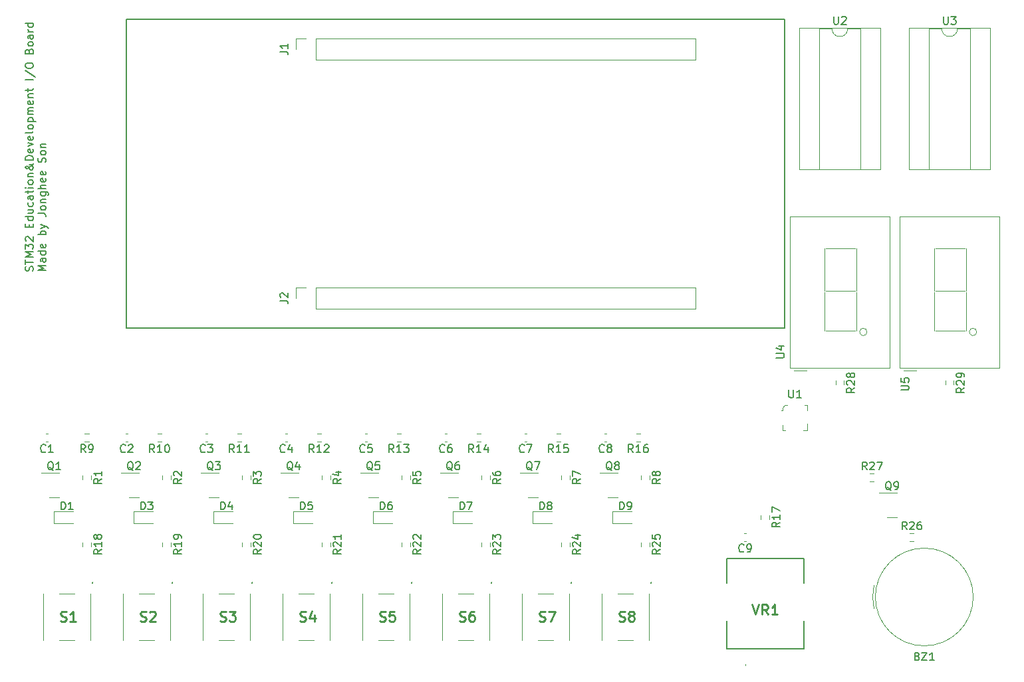
<source format=gbr>
%TF.GenerationSoftware,KiCad,Pcbnew,7.0.9*%
%TF.CreationDate,2023-12-22T14:46:18+09:00*%
%TF.ProjectId,Dev_IO_Board,4465765f-494f-45f4-926f-6172642e6b69,1.0.0*%
%TF.SameCoordinates,Original*%
%TF.FileFunction,Legend,Top*%
%TF.FilePolarity,Positive*%
%FSLAX46Y46*%
G04 Gerber Fmt 4.6, Leading zero omitted, Abs format (unit mm)*
G04 Created by KiCad (PCBNEW 7.0.9) date 2023-12-22 14:46:18*
%MOMM*%
%LPD*%
G01*
G04 APERTURE LIST*
%ADD10C,0.150000*%
%ADD11C,0.254000*%
%ADD12C,0.120000*%
%ADD13C,0.100000*%
%ADD14C,0.200000*%
G04 APERTURE END LIST*
D10*
X98965000Y-58895951D02*
X182785000Y-58895951D01*
X182785000Y-98265951D01*
X98965000Y-98265951D01*
X98965000Y-58895951D01*
X87017200Y-90991790D02*
X87064819Y-90848933D01*
X87064819Y-90848933D02*
X87064819Y-90610838D01*
X87064819Y-90610838D02*
X87017200Y-90515600D01*
X87017200Y-90515600D02*
X86969580Y-90467981D01*
X86969580Y-90467981D02*
X86874342Y-90420362D01*
X86874342Y-90420362D02*
X86779104Y-90420362D01*
X86779104Y-90420362D02*
X86683866Y-90467981D01*
X86683866Y-90467981D02*
X86636247Y-90515600D01*
X86636247Y-90515600D02*
X86588628Y-90610838D01*
X86588628Y-90610838D02*
X86541009Y-90801314D01*
X86541009Y-90801314D02*
X86493390Y-90896552D01*
X86493390Y-90896552D02*
X86445771Y-90944171D01*
X86445771Y-90944171D02*
X86350533Y-90991790D01*
X86350533Y-90991790D02*
X86255295Y-90991790D01*
X86255295Y-90991790D02*
X86160057Y-90944171D01*
X86160057Y-90944171D02*
X86112438Y-90896552D01*
X86112438Y-90896552D02*
X86064819Y-90801314D01*
X86064819Y-90801314D02*
X86064819Y-90563219D01*
X86064819Y-90563219D02*
X86112438Y-90420362D01*
X86064819Y-90134647D02*
X86064819Y-89563219D01*
X87064819Y-89848933D02*
X86064819Y-89848933D01*
X87064819Y-89229885D02*
X86064819Y-89229885D01*
X86064819Y-89229885D02*
X86779104Y-88896552D01*
X86779104Y-88896552D02*
X86064819Y-88563219D01*
X86064819Y-88563219D02*
X87064819Y-88563219D01*
X86064819Y-88182266D02*
X86064819Y-87563219D01*
X86064819Y-87563219D02*
X86445771Y-87896552D01*
X86445771Y-87896552D02*
X86445771Y-87753695D01*
X86445771Y-87753695D02*
X86493390Y-87658457D01*
X86493390Y-87658457D02*
X86541009Y-87610838D01*
X86541009Y-87610838D02*
X86636247Y-87563219D01*
X86636247Y-87563219D02*
X86874342Y-87563219D01*
X86874342Y-87563219D02*
X86969580Y-87610838D01*
X86969580Y-87610838D02*
X87017200Y-87658457D01*
X87017200Y-87658457D02*
X87064819Y-87753695D01*
X87064819Y-87753695D02*
X87064819Y-88039409D01*
X87064819Y-88039409D02*
X87017200Y-88134647D01*
X87017200Y-88134647D02*
X86969580Y-88182266D01*
X86160057Y-87182266D02*
X86112438Y-87134647D01*
X86112438Y-87134647D02*
X86064819Y-87039409D01*
X86064819Y-87039409D02*
X86064819Y-86801314D01*
X86064819Y-86801314D02*
X86112438Y-86706076D01*
X86112438Y-86706076D02*
X86160057Y-86658457D01*
X86160057Y-86658457D02*
X86255295Y-86610838D01*
X86255295Y-86610838D02*
X86350533Y-86610838D01*
X86350533Y-86610838D02*
X86493390Y-86658457D01*
X86493390Y-86658457D02*
X87064819Y-87229885D01*
X87064819Y-87229885D02*
X87064819Y-86610838D01*
X86541009Y-85420361D02*
X86541009Y-85087028D01*
X87064819Y-84944171D02*
X87064819Y-85420361D01*
X87064819Y-85420361D02*
X86064819Y-85420361D01*
X86064819Y-85420361D02*
X86064819Y-84944171D01*
X87064819Y-84087028D02*
X86064819Y-84087028D01*
X87017200Y-84087028D02*
X87064819Y-84182266D01*
X87064819Y-84182266D02*
X87064819Y-84372742D01*
X87064819Y-84372742D02*
X87017200Y-84467980D01*
X87017200Y-84467980D02*
X86969580Y-84515599D01*
X86969580Y-84515599D02*
X86874342Y-84563218D01*
X86874342Y-84563218D02*
X86588628Y-84563218D01*
X86588628Y-84563218D02*
X86493390Y-84515599D01*
X86493390Y-84515599D02*
X86445771Y-84467980D01*
X86445771Y-84467980D02*
X86398152Y-84372742D01*
X86398152Y-84372742D02*
X86398152Y-84182266D01*
X86398152Y-84182266D02*
X86445771Y-84087028D01*
X86398152Y-83182266D02*
X87064819Y-83182266D01*
X86398152Y-83610837D02*
X86921961Y-83610837D01*
X86921961Y-83610837D02*
X87017200Y-83563218D01*
X87017200Y-83563218D02*
X87064819Y-83467980D01*
X87064819Y-83467980D02*
X87064819Y-83325123D01*
X87064819Y-83325123D02*
X87017200Y-83229885D01*
X87017200Y-83229885D02*
X86969580Y-83182266D01*
X87017200Y-82277504D02*
X87064819Y-82372742D01*
X87064819Y-82372742D02*
X87064819Y-82563218D01*
X87064819Y-82563218D02*
X87017200Y-82658456D01*
X87017200Y-82658456D02*
X86969580Y-82706075D01*
X86969580Y-82706075D02*
X86874342Y-82753694D01*
X86874342Y-82753694D02*
X86588628Y-82753694D01*
X86588628Y-82753694D02*
X86493390Y-82706075D01*
X86493390Y-82706075D02*
X86445771Y-82658456D01*
X86445771Y-82658456D02*
X86398152Y-82563218D01*
X86398152Y-82563218D02*
X86398152Y-82372742D01*
X86398152Y-82372742D02*
X86445771Y-82277504D01*
X87064819Y-81420361D02*
X86541009Y-81420361D01*
X86541009Y-81420361D02*
X86445771Y-81467980D01*
X86445771Y-81467980D02*
X86398152Y-81563218D01*
X86398152Y-81563218D02*
X86398152Y-81753694D01*
X86398152Y-81753694D02*
X86445771Y-81848932D01*
X87017200Y-81420361D02*
X87064819Y-81515599D01*
X87064819Y-81515599D02*
X87064819Y-81753694D01*
X87064819Y-81753694D02*
X87017200Y-81848932D01*
X87017200Y-81848932D02*
X86921961Y-81896551D01*
X86921961Y-81896551D02*
X86826723Y-81896551D01*
X86826723Y-81896551D02*
X86731485Y-81848932D01*
X86731485Y-81848932D02*
X86683866Y-81753694D01*
X86683866Y-81753694D02*
X86683866Y-81515599D01*
X86683866Y-81515599D02*
X86636247Y-81420361D01*
X86398152Y-81087027D02*
X86398152Y-80706075D01*
X86064819Y-80944170D02*
X86921961Y-80944170D01*
X86921961Y-80944170D02*
X87017200Y-80896551D01*
X87017200Y-80896551D02*
X87064819Y-80801313D01*
X87064819Y-80801313D02*
X87064819Y-80706075D01*
X87064819Y-80372741D02*
X86398152Y-80372741D01*
X86064819Y-80372741D02*
X86112438Y-80420360D01*
X86112438Y-80420360D02*
X86160057Y-80372741D01*
X86160057Y-80372741D02*
X86112438Y-80325122D01*
X86112438Y-80325122D02*
X86064819Y-80372741D01*
X86064819Y-80372741D02*
X86160057Y-80372741D01*
X87064819Y-79753694D02*
X87017200Y-79848932D01*
X87017200Y-79848932D02*
X86969580Y-79896551D01*
X86969580Y-79896551D02*
X86874342Y-79944170D01*
X86874342Y-79944170D02*
X86588628Y-79944170D01*
X86588628Y-79944170D02*
X86493390Y-79896551D01*
X86493390Y-79896551D02*
X86445771Y-79848932D01*
X86445771Y-79848932D02*
X86398152Y-79753694D01*
X86398152Y-79753694D02*
X86398152Y-79610837D01*
X86398152Y-79610837D02*
X86445771Y-79515599D01*
X86445771Y-79515599D02*
X86493390Y-79467980D01*
X86493390Y-79467980D02*
X86588628Y-79420361D01*
X86588628Y-79420361D02*
X86874342Y-79420361D01*
X86874342Y-79420361D02*
X86969580Y-79467980D01*
X86969580Y-79467980D02*
X87017200Y-79515599D01*
X87017200Y-79515599D02*
X87064819Y-79610837D01*
X87064819Y-79610837D02*
X87064819Y-79753694D01*
X86398152Y-78991789D02*
X87064819Y-78991789D01*
X86493390Y-78991789D02*
X86445771Y-78944170D01*
X86445771Y-78944170D02*
X86398152Y-78848932D01*
X86398152Y-78848932D02*
X86398152Y-78706075D01*
X86398152Y-78706075D02*
X86445771Y-78610837D01*
X86445771Y-78610837D02*
X86541009Y-78563218D01*
X86541009Y-78563218D02*
X87064819Y-78563218D01*
X87064819Y-77277503D02*
X87064819Y-77325123D01*
X87064819Y-77325123D02*
X87017200Y-77420361D01*
X87017200Y-77420361D02*
X86874342Y-77563218D01*
X86874342Y-77563218D02*
X86588628Y-77801313D01*
X86588628Y-77801313D02*
X86445771Y-77896551D01*
X86445771Y-77896551D02*
X86302914Y-77944170D01*
X86302914Y-77944170D02*
X86207676Y-77944170D01*
X86207676Y-77944170D02*
X86112438Y-77896551D01*
X86112438Y-77896551D02*
X86064819Y-77801313D01*
X86064819Y-77801313D02*
X86064819Y-77753694D01*
X86064819Y-77753694D02*
X86112438Y-77658456D01*
X86112438Y-77658456D02*
X86207676Y-77610837D01*
X86207676Y-77610837D02*
X86255295Y-77610837D01*
X86255295Y-77610837D02*
X86350533Y-77658456D01*
X86350533Y-77658456D02*
X86398152Y-77706075D01*
X86398152Y-77706075D02*
X86588628Y-77991789D01*
X86588628Y-77991789D02*
X86636247Y-78039408D01*
X86636247Y-78039408D02*
X86731485Y-78087027D01*
X86731485Y-78087027D02*
X86874342Y-78087027D01*
X86874342Y-78087027D02*
X86969580Y-78039408D01*
X86969580Y-78039408D02*
X87017200Y-77991789D01*
X87017200Y-77991789D02*
X87064819Y-77896551D01*
X87064819Y-77896551D02*
X87064819Y-77753694D01*
X87064819Y-77753694D02*
X87017200Y-77658456D01*
X87017200Y-77658456D02*
X86969580Y-77610837D01*
X86969580Y-77610837D02*
X86779104Y-77467980D01*
X86779104Y-77467980D02*
X86636247Y-77420361D01*
X86636247Y-77420361D02*
X86541009Y-77420361D01*
X87064819Y-76848932D02*
X86064819Y-76848932D01*
X86064819Y-76848932D02*
X86064819Y-76610837D01*
X86064819Y-76610837D02*
X86112438Y-76467980D01*
X86112438Y-76467980D02*
X86207676Y-76372742D01*
X86207676Y-76372742D02*
X86302914Y-76325123D01*
X86302914Y-76325123D02*
X86493390Y-76277504D01*
X86493390Y-76277504D02*
X86636247Y-76277504D01*
X86636247Y-76277504D02*
X86826723Y-76325123D01*
X86826723Y-76325123D02*
X86921961Y-76372742D01*
X86921961Y-76372742D02*
X87017200Y-76467980D01*
X87017200Y-76467980D02*
X87064819Y-76610837D01*
X87064819Y-76610837D02*
X87064819Y-76848932D01*
X87017200Y-75467980D02*
X87064819Y-75563218D01*
X87064819Y-75563218D02*
X87064819Y-75753694D01*
X87064819Y-75753694D02*
X87017200Y-75848932D01*
X87017200Y-75848932D02*
X86921961Y-75896551D01*
X86921961Y-75896551D02*
X86541009Y-75896551D01*
X86541009Y-75896551D02*
X86445771Y-75848932D01*
X86445771Y-75848932D02*
X86398152Y-75753694D01*
X86398152Y-75753694D02*
X86398152Y-75563218D01*
X86398152Y-75563218D02*
X86445771Y-75467980D01*
X86445771Y-75467980D02*
X86541009Y-75420361D01*
X86541009Y-75420361D02*
X86636247Y-75420361D01*
X86636247Y-75420361D02*
X86731485Y-75896551D01*
X86398152Y-75087027D02*
X87064819Y-74848932D01*
X87064819Y-74848932D02*
X86398152Y-74610837D01*
X87017200Y-73848932D02*
X87064819Y-73944170D01*
X87064819Y-73944170D02*
X87064819Y-74134646D01*
X87064819Y-74134646D02*
X87017200Y-74229884D01*
X87017200Y-74229884D02*
X86921961Y-74277503D01*
X86921961Y-74277503D02*
X86541009Y-74277503D01*
X86541009Y-74277503D02*
X86445771Y-74229884D01*
X86445771Y-74229884D02*
X86398152Y-74134646D01*
X86398152Y-74134646D02*
X86398152Y-73944170D01*
X86398152Y-73944170D02*
X86445771Y-73848932D01*
X86445771Y-73848932D02*
X86541009Y-73801313D01*
X86541009Y-73801313D02*
X86636247Y-73801313D01*
X86636247Y-73801313D02*
X86731485Y-74277503D01*
X87064819Y-73229884D02*
X87017200Y-73325122D01*
X87017200Y-73325122D02*
X86921961Y-73372741D01*
X86921961Y-73372741D02*
X86064819Y-73372741D01*
X87064819Y-72706074D02*
X87017200Y-72801312D01*
X87017200Y-72801312D02*
X86969580Y-72848931D01*
X86969580Y-72848931D02*
X86874342Y-72896550D01*
X86874342Y-72896550D02*
X86588628Y-72896550D01*
X86588628Y-72896550D02*
X86493390Y-72848931D01*
X86493390Y-72848931D02*
X86445771Y-72801312D01*
X86445771Y-72801312D02*
X86398152Y-72706074D01*
X86398152Y-72706074D02*
X86398152Y-72563217D01*
X86398152Y-72563217D02*
X86445771Y-72467979D01*
X86445771Y-72467979D02*
X86493390Y-72420360D01*
X86493390Y-72420360D02*
X86588628Y-72372741D01*
X86588628Y-72372741D02*
X86874342Y-72372741D01*
X86874342Y-72372741D02*
X86969580Y-72420360D01*
X86969580Y-72420360D02*
X87017200Y-72467979D01*
X87017200Y-72467979D02*
X87064819Y-72563217D01*
X87064819Y-72563217D02*
X87064819Y-72706074D01*
X86398152Y-71944169D02*
X87398152Y-71944169D01*
X86445771Y-71944169D02*
X86398152Y-71848931D01*
X86398152Y-71848931D02*
X86398152Y-71658455D01*
X86398152Y-71658455D02*
X86445771Y-71563217D01*
X86445771Y-71563217D02*
X86493390Y-71515598D01*
X86493390Y-71515598D02*
X86588628Y-71467979D01*
X86588628Y-71467979D02*
X86874342Y-71467979D01*
X86874342Y-71467979D02*
X86969580Y-71515598D01*
X86969580Y-71515598D02*
X87017200Y-71563217D01*
X87017200Y-71563217D02*
X87064819Y-71658455D01*
X87064819Y-71658455D02*
X87064819Y-71848931D01*
X87064819Y-71848931D02*
X87017200Y-71944169D01*
X87064819Y-71039407D02*
X86398152Y-71039407D01*
X86493390Y-71039407D02*
X86445771Y-70991788D01*
X86445771Y-70991788D02*
X86398152Y-70896550D01*
X86398152Y-70896550D02*
X86398152Y-70753693D01*
X86398152Y-70753693D02*
X86445771Y-70658455D01*
X86445771Y-70658455D02*
X86541009Y-70610836D01*
X86541009Y-70610836D02*
X87064819Y-70610836D01*
X86541009Y-70610836D02*
X86445771Y-70563217D01*
X86445771Y-70563217D02*
X86398152Y-70467979D01*
X86398152Y-70467979D02*
X86398152Y-70325122D01*
X86398152Y-70325122D02*
X86445771Y-70229883D01*
X86445771Y-70229883D02*
X86541009Y-70182264D01*
X86541009Y-70182264D02*
X87064819Y-70182264D01*
X87017200Y-69325122D02*
X87064819Y-69420360D01*
X87064819Y-69420360D02*
X87064819Y-69610836D01*
X87064819Y-69610836D02*
X87017200Y-69706074D01*
X87017200Y-69706074D02*
X86921961Y-69753693D01*
X86921961Y-69753693D02*
X86541009Y-69753693D01*
X86541009Y-69753693D02*
X86445771Y-69706074D01*
X86445771Y-69706074D02*
X86398152Y-69610836D01*
X86398152Y-69610836D02*
X86398152Y-69420360D01*
X86398152Y-69420360D02*
X86445771Y-69325122D01*
X86445771Y-69325122D02*
X86541009Y-69277503D01*
X86541009Y-69277503D02*
X86636247Y-69277503D01*
X86636247Y-69277503D02*
X86731485Y-69753693D01*
X86398152Y-68848931D02*
X87064819Y-68848931D01*
X86493390Y-68848931D02*
X86445771Y-68801312D01*
X86445771Y-68801312D02*
X86398152Y-68706074D01*
X86398152Y-68706074D02*
X86398152Y-68563217D01*
X86398152Y-68563217D02*
X86445771Y-68467979D01*
X86445771Y-68467979D02*
X86541009Y-68420360D01*
X86541009Y-68420360D02*
X87064819Y-68420360D01*
X86398152Y-68087026D02*
X86398152Y-67706074D01*
X86064819Y-67944169D02*
X86921961Y-67944169D01*
X86921961Y-67944169D02*
X87017200Y-67896550D01*
X87017200Y-67896550D02*
X87064819Y-67801312D01*
X87064819Y-67801312D02*
X87064819Y-67706074D01*
X87064819Y-66610835D02*
X86064819Y-66610835D01*
X86017200Y-65420360D02*
X87302914Y-66277502D01*
X86064819Y-64896550D02*
X86064819Y-64706074D01*
X86064819Y-64706074D02*
X86112438Y-64610836D01*
X86112438Y-64610836D02*
X86207676Y-64515598D01*
X86207676Y-64515598D02*
X86398152Y-64467979D01*
X86398152Y-64467979D02*
X86731485Y-64467979D01*
X86731485Y-64467979D02*
X86921961Y-64515598D01*
X86921961Y-64515598D02*
X87017200Y-64610836D01*
X87017200Y-64610836D02*
X87064819Y-64706074D01*
X87064819Y-64706074D02*
X87064819Y-64896550D01*
X87064819Y-64896550D02*
X87017200Y-64991788D01*
X87017200Y-64991788D02*
X86921961Y-65087026D01*
X86921961Y-65087026D02*
X86731485Y-65134645D01*
X86731485Y-65134645D02*
X86398152Y-65134645D01*
X86398152Y-65134645D02*
X86207676Y-65087026D01*
X86207676Y-65087026D02*
X86112438Y-64991788D01*
X86112438Y-64991788D02*
X86064819Y-64896550D01*
X86541009Y-62944169D02*
X86588628Y-62801312D01*
X86588628Y-62801312D02*
X86636247Y-62753693D01*
X86636247Y-62753693D02*
X86731485Y-62706074D01*
X86731485Y-62706074D02*
X86874342Y-62706074D01*
X86874342Y-62706074D02*
X86969580Y-62753693D01*
X86969580Y-62753693D02*
X87017200Y-62801312D01*
X87017200Y-62801312D02*
X87064819Y-62896550D01*
X87064819Y-62896550D02*
X87064819Y-63277502D01*
X87064819Y-63277502D02*
X86064819Y-63277502D01*
X86064819Y-63277502D02*
X86064819Y-62944169D01*
X86064819Y-62944169D02*
X86112438Y-62848931D01*
X86112438Y-62848931D02*
X86160057Y-62801312D01*
X86160057Y-62801312D02*
X86255295Y-62753693D01*
X86255295Y-62753693D02*
X86350533Y-62753693D01*
X86350533Y-62753693D02*
X86445771Y-62801312D01*
X86445771Y-62801312D02*
X86493390Y-62848931D01*
X86493390Y-62848931D02*
X86541009Y-62944169D01*
X86541009Y-62944169D02*
X86541009Y-63277502D01*
X87064819Y-62134645D02*
X87017200Y-62229883D01*
X87017200Y-62229883D02*
X86969580Y-62277502D01*
X86969580Y-62277502D02*
X86874342Y-62325121D01*
X86874342Y-62325121D02*
X86588628Y-62325121D01*
X86588628Y-62325121D02*
X86493390Y-62277502D01*
X86493390Y-62277502D02*
X86445771Y-62229883D01*
X86445771Y-62229883D02*
X86398152Y-62134645D01*
X86398152Y-62134645D02*
X86398152Y-61991788D01*
X86398152Y-61991788D02*
X86445771Y-61896550D01*
X86445771Y-61896550D02*
X86493390Y-61848931D01*
X86493390Y-61848931D02*
X86588628Y-61801312D01*
X86588628Y-61801312D02*
X86874342Y-61801312D01*
X86874342Y-61801312D02*
X86969580Y-61848931D01*
X86969580Y-61848931D02*
X87017200Y-61896550D01*
X87017200Y-61896550D02*
X87064819Y-61991788D01*
X87064819Y-61991788D02*
X87064819Y-62134645D01*
X87064819Y-60944169D02*
X86541009Y-60944169D01*
X86541009Y-60944169D02*
X86445771Y-60991788D01*
X86445771Y-60991788D02*
X86398152Y-61087026D01*
X86398152Y-61087026D02*
X86398152Y-61277502D01*
X86398152Y-61277502D02*
X86445771Y-61372740D01*
X87017200Y-60944169D02*
X87064819Y-61039407D01*
X87064819Y-61039407D02*
X87064819Y-61277502D01*
X87064819Y-61277502D02*
X87017200Y-61372740D01*
X87017200Y-61372740D02*
X86921961Y-61420359D01*
X86921961Y-61420359D02*
X86826723Y-61420359D01*
X86826723Y-61420359D02*
X86731485Y-61372740D01*
X86731485Y-61372740D02*
X86683866Y-61277502D01*
X86683866Y-61277502D02*
X86683866Y-61039407D01*
X86683866Y-61039407D02*
X86636247Y-60944169D01*
X87064819Y-60467978D02*
X86398152Y-60467978D01*
X86588628Y-60467978D02*
X86493390Y-60420359D01*
X86493390Y-60420359D02*
X86445771Y-60372740D01*
X86445771Y-60372740D02*
X86398152Y-60277502D01*
X86398152Y-60277502D02*
X86398152Y-60182264D01*
X87064819Y-59420359D02*
X86064819Y-59420359D01*
X87017200Y-59420359D02*
X87064819Y-59515597D01*
X87064819Y-59515597D02*
X87064819Y-59706073D01*
X87064819Y-59706073D02*
X87017200Y-59801311D01*
X87017200Y-59801311D02*
X86969580Y-59848930D01*
X86969580Y-59848930D02*
X86874342Y-59896549D01*
X86874342Y-59896549D02*
X86588628Y-59896549D01*
X86588628Y-59896549D02*
X86493390Y-59848930D01*
X86493390Y-59848930D02*
X86445771Y-59801311D01*
X86445771Y-59801311D02*
X86398152Y-59706073D01*
X86398152Y-59706073D02*
X86398152Y-59515597D01*
X86398152Y-59515597D02*
X86445771Y-59420359D01*
X88674819Y-90944171D02*
X87674819Y-90944171D01*
X87674819Y-90944171D02*
X88389104Y-90610838D01*
X88389104Y-90610838D02*
X87674819Y-90277505D01*
X87674819Y-90277505D02*
X88674819Y-90277505D01*
X88674819Y-89372743D02*
X88151009Y-89372743D01*
X88151009Y-89372743D02*
X88055771Y-89420362D01*
X88055771Y-89420362D02*
X88008152Y-89515600D01*
X88008152Y-89515600D02*
X88008152Y-89706076D01*
X88008152Y-89706076D02*
X88055771Y-89801314D01*
X88627200Y-89372743D02*
X88674819Y-89467981D01*
X88674819Y-89467981D02*
X88674819Y-89706076D01*
X88674819Y-89706076D02*
X88627200Y-89801314D01*
X88627200Y-89801314D02*
X88531961Y-89848933D01*
X88531961Y-89848933D02*
X88436723Y-89848933D01*
X88436723Y-89848933D02*
X88341485Y-89801314D01*
X88341485Y-89801314D02*
X88293866Y-89706076D01*
X88293866Y-89706076D02*
X88293866Y-89467981D01*
X88293866Y-89467981D02*
X88246247Y-89372743D01*
X88674819Y-88467981D02*
X87674819Y-88467981D01*
X88627200Y-88467981D02*
X88674819Y-88563219D01*
X88674819Y-88563219D02*
X88674819Y-88753695D01*
X88674819Y-88753695D02*
X88627200Y-88848933D01*
X88627200Y-88848933D02*
X88579580Y-88896552D01*
X88579580Y-88896552D02*
X88484342Y-88944171D01*
X88484342Y-88944171D02*
X88198628Y-88944171D01*
X88198628Y-88944171D02*
X88103390Y-88896552D01*
X88103390Y-88896552D02*
X88055771Y-88848933D01*
X88055771Y-88848933D02*
X88008152Y-88753695D01*
X88008152Y-88753695D02*
X88008152Y-88563219D01*
X88008152Y-88563219D02*
X88055771Y-88467981D01*
X88627200Y-87610838D02*
X88674819Y-87706076D01*
X88674819Y-87706076D02*
X88674819Y-87896552D01*
X88674819Y-87896552D02*
X88627200Y-87991790D01*
X88627200Y-87991790D02*
X88531961Y-88039409D01*
X88531961Y-88039409D02*
X88151009Y-88039409D01*
X88151009Y-88039409D02*
X88055771Y-87991790D01*
X88055771Y-87991790D02*
X88008152Y-87896552D01*
X88008152Y-87896552D02*
X88008152Y-87706076D01*
X88008152Y-87706076D02*
X88055771Y-87610838D01*
X88055771Y-87610838D02*
X88151009Y-87563219D01*
X88151009Y-87563219D02*
X88246247Y-87563219D01*
X88246247Y-87563219D02*
X88341485Y-88039409D01*
X88674819Y-86372742D02*
X87674819Y-86372742D01*
X88055771Y-86372742D02*
X88008152Y-86277504D01*
X88008152Y-86277504D02*
X88008152Y-86087028D01*
X88008152Y-86087028D02*
X88055771Y-85991790D01*
X88055771Y-85991790D02*
X88103390Y-85944171D01*
X88103390Y-85944171D02*
X88198628Y-85896552D01*
X88198628Y-85896552D02*
X88484342Y-85896552D01*
X88484342Y-85896552D02*
X88579580Y-85944171D01*
X88579580Y-85944171D02*
X88627200Y-85991790D01*
X88627200Y-85991790D02*
X88674819Y-86087028D01*
X88674819Y-86087028D02*
X88674819Y-86277504D01*
X88674819Y-86277504D02*
X88627200Y-86372742D01*
X88008152Y-85563218D02*
X88674819Y-85325123D01*
X88008152Y-85087028D02*
X88674819Y-85325123D01*
X88674819Y-85325123D02*
X88912914Y-85420361D01*
X88912914Y-85420361D02*
X88960533Y-85467980D01*
X88960533Y-85467980D02*
X89008152Y-85563218D01*
X87674819Y-83658456D02*
X88389104Y-83658456D01*
X88389104Y-83658456D02*
X88531961Y-83706075D01*
X88531961Y-83706075D02*
X88627200Y-83801313D01*
X88627200Y-83801313D02*
X88674819Y-83944170D01*
X88674819Y-83944170D02*
X88674819Y-84039408D01*
X88674819Y-83039408D02*
X88627200Y-83134646D01*
X88627200Y-83134646D02*
X88579580Y-83182265D01*
X88579580Y-83182265D02*
X88484342Y-83229884D01*
X88484342Y-83229884D02*
X88198628Y-83229884D01*
X88198628Y-83229884D02*
X88103390Y-83182265D01*
X88103390Y-83182265D02*
X88055771Y-83134646D01*
X88055771Y-83134646D02*
X88008152Y-83039408D01*
X88008152Y-83039408D02*
X88008152Y-82896551D01*
X88008152Y-82896551D02*
X88055771Y-82801313D01*
X88055771Y-82801313D02*
X88103390Y-82753694D01*
X88103390Y-82753694D02*
X88198628Y-82706075D01*
X88198628Y-82706075D02*
X88484342Y-82706075D01*
X88484342Y-82706075D02*
X88579580Y-82753694D01*
X88579580Y-82753694D02*
X88627200Y-82801313D01*
X88627200Y-82801313D02*
X88674819Y-82896551D01*
X88674819Y-82896551D02*
X88674819Y-83039408D01*
X88008152Y-82277503D02*
X88674819Y-82277503D01*
X88103390Y-82277503D02*
X88055771Y-82229884D01*
X88055771Y-82229884D02*
X88008152Y-82134646D01*
X88008152Y-82134646D02*
X88008152Y-81991789D01*
X88008152Y-81991789D02*
X88055771Y-81896551D01*
X88055771Y-81896551D02*
X88151009Y-81848932D01*
X88151009Y-81848932D02*
X88674819Y-81848932D01*
X88008152Y-80944170D02*
X88817676Y-80944170D01*
X88817676Y-80944170D02*
X88912914Y-80991789D01*
X88912914Y-80991789D02*
X88960533Y-81039408D01*
X88960533Y-81039408D02*
X89008152Y-81134646D01*
X89008152Y-81134646D02*
X89008152Y-81277503D01*
X89008152Y-81277503D02*
X88960533Y-81372741D01*
X88627200Y-80944170D02*
X88674819Y-81039408D01*
X88674819Y-81039408D02*
X88674819Y-81229884D01*
X88674819Y-81229884D02*
X88627200Y-81325122D01*
X88627200Y-81325122D02*
X88579580Y-81372741D01*
X88579580Y-81372741D02*
X88484342Y-81420360D01*
X88484342Y-81420360D02*
X88198628Y-81420360D01*
X88198628Y-81420360D02*
X88103390Y-81372741D01*
X88103390Y-81372741D02*
X88055771Y-81325122D01*
X88055771Y-81325122D02*
X88008152Y-81229884D01*
X88008152Y-81229884D02*
X88008152Y-81039408D01*
X88008152Y-81039408D02*
X88055771Y-80944170D01*
X88674819Y-80467979D02*
X87674819Y-80467979D01*
X88674819Y-80039408D02*
X88151009Y-80039408D01*
X88151009Y-80039408D02*
X88055771Y-80087027D01*
X88055771Y-80087027D02*
X88008152Y-80182265D01*
X88008152Y-80182265D02*
X88008152Y-80325122D01*
X88008152Y-80325122D02*
X88055771Y-80420360D01*
X88055771Y-80420360D02*
X88103390Y-80467979D01*
X88627200Y-79182265D02*
X88674819Y-79277503D01*
X88674819Y-79277503D02*
X88674819Y-79467979D01*
X88674819Y-79467979D02*
X88627200Y-79563217D01*
X88627200Y-79563217D02*
X88531961Y-79610836D01*
X88531961Y-79610836D02*
X88151009Y-79610836D01*
X88151009Y-79610836D02*
X88055771Y-79563217D01*
X88055771Y-79563217D02*
X88008152Y-79467979D01*
X88008152Y-79467979D02*
X88008152Y-79277503D01*
X88008152Y-79277503D02*
X88055771Y-79182265D01*
X88055771Y-79182265D02*
X88151009Y-79134646D01*
X88151009Y-79134646D02*
X88246247Y-79134646D01*
X88246247Y-79134646D02*
X88341485Y-79610836D01*
X88627200Y-78325122D02*
X88674819Y-78420360D01*
X88674819Y-78420360D02*
X88674819Y-78610836D01*
X88674819Y-78610836D02*
X88627200Y-78706074D01*
X88627200Y-78706074D02*
X88531961Y-78753693D01*
X88531961Y-78753693D02*
X88151009Y-78753693D01*
X88151009Y-78753693D02*
X88055771Y-78706074D01*
X88055771Y-78706074D02*
X88008152Y-78610836D01*
X88008152Y-78610836D02*
X88008152Y-78420360D01*
X88008152Y-78420360D02*
X88055771Y-78325122D01*
X88055771Y-78325122D02*
X88151009Y-78277503D01*
X88151009Y-78277503D02*
X88246247Y-78277503D01*
X88246247Y-78277503D02*
X88341485Y-78753693D01*
X88627200Y-77134645D02*
X88674819Y-76991788D01*
X88674819Y-76991788D02*
X88674819Y-76753693D01*
X88674819Y-76753693D02*
X88627200Y-76658455D01*
X88627200Y-76658455D02*
X88579580Y-76610836D01*
X88579580Y-76610836D02*
X88484342Y-76563217D01*
X88484342Y-76563217D02*
X88389104Y-76563217D01*
X88389104Y-76563217D02*
X88293866Y-76610836D01*
X88293866Y-76610836D02*
X88246247Y-76658455D01*
X88246247Y-76658455D02*
X88198628Y-76753693D01*
X88198628Y-76753693D02*
X88151009Y-76944169D01*
X88151009Y-76944169D02*
X88103390Y-77039407D01*
X88103390Y-77039407D02*
X88055771Y-77087026D01*
X88055771Y-77087026D02*
X87960533Y-77134645D01*
X87960533Y-77134645D02*
X87865295Y-77134645D01*
X87865295Y-77134645D02*
X87770057Y-77087026D01*
X87770057Y-77087026D02*
X87722438Y-77039407D01*
X87722438Y-77039407D02*
X87674819Y-76944169D01*
X87674819Y-76944169D02*
X87674819Y-76706074D01*
X87674819Y-76706074D02*
X87722438Y-76563217D01*
X88674819Y-75991788D02*
X88627200Y-76087026D01*
X88627200Y-76087026D02*
X88579580Y-76134645D01*
X88579580Y-76134645D02*
X88484342Y-76182264D01*
X88484342Y-76182264D02*
X88198628Y-76182264D01*
X88198628Y-76182264D02*
X88103390Y-76134645D01*
X88103390Y-76134645D02*
X88055771Y-76087026D01*
X88055771Y-76087026D02*
X88008152Y-75991788D01*
X88008152Y-75991788D02*
X88008152Y-75848931D01*
X88008152Y-75848931D02*
X88055771Y-75753693D01*
X88055771Y-75753693D02*
X88103390Y-75706074D01*
X88103390Y-75706074D02*
X88198628Y-75658455D01*
X88198628Y-75658455D02*
X88484342Y-75658455D01*
X88484342Y-75658455D02*
X88579580Y-75706074D01*
X88579580Y-75706074D02*
X88627200Y-75753693D01*
X88627200Y-75753693D02*
X88674819Y-75848931D01*
X88674819Y-75848931D02*
X88674819Y-75991788D01*
X88008152Y-75229883D02*
X88674819Y-75229883D01*
X88103390Y-75229883D02*
X88055771Y-75182264D01*
X88055771Y-75182264D02*
X88008152Y-75087026D01*
X88008152Y-75087026D02*
X88008152Y-74944169D01*
X88008152Y-74944169D02*
X88055771Y-74848931D01*
X88055771Y-74848931D02*
X88151009Y-74801312D01*
X88151009Y-74801312D02*
X88674819Y-74801312D01*
X166889819Y-126491308D02*
X166413628Y-126824641D01*
X166889819Y-127062736D02*
X165889819Y-127062736D01*
X165889819Y-127062736D02*
X165889819Y-126681784D01*
X165889819Y-126681784D02*
X165937438Y-126586546D01*
X165937438Y-126586546D02*
X165985057Y-126538927D01*
X165985057Y-126538927D02*
X166080295Y-126491308D01*
X166080295Y-126491308D02*
X166223152Y-126491308D01*
X166223152Y-126491308D02*
X166318390Y-126538927D01*
X166318390Y-126538927D02*
X166366009Y-126586546D01*
X166366009Y-126586546D02*
X166413628Y-126681784D01*
X166413628Y-126681784D02*
X166413628Y-127062736D01*
X165985057Y-126110355D02*
X165937438Y-126062736D01*
X165937438Y-126062736D02*
X165889819Y-125967498D01*
X165889819Y-125967498D02*
X165889819Y-125729403D01*
X165889819Y-125729403D02*
X165937438Y-125634165D01*
X165937438Y-125634165D02*
X165985057Y-125586546D01*
X165985057Y-125586546D02*
X166080295Y-125538927D01*
X166080295Y-125538927D02*
X166175533Y-125538927D01*
X166175533Y-125538927D02*
X166318390Y-125586546D01*
X166318390Y-125586546D02*
X166889819Y-126157974D01*
X166889819Y-126157974D02*
X166889819Y-125538927D01*
X165889819Y-124634165D02*
X165889819Y-125110355D01*
X165889819Y-125110355D02*
X166366009Y-125157974D01*
X166366009Y-125157974D02*
X166318390Y-125110355D01*
X166318390Y-125110355D02*
X166270771Y-125015117D01*
X166270771Y-125015117D02*
X166270771Y-124777022D01*
X166270771Y-124777022D02*
X166318390Y-124681784D01*
X166318390Y-124681784D02*
X166366009Y-124634165D01*
X166366009Y-124634165D02*
X166461247Y-124586546D01*
X166461247Y-124586546D02*
X166699342Y-124586546D01*
X166699342Y-124586546D02*
X166794580Y-124634165D01*
X166794580Y-124634165D02*
X166842200Y-124681784D01*
X166842200Y-124681784D02*
X166889819Y-124777022D01*
X166889819Y-124777022D02*
X166889819Y-125015117D01*
X166889819Y-125015117D02*
X166842200Y-125110355D01*
X166842200Y-125110355D02*
X166794580Y-125157974D01*
X118509819Y-63039284D02*
X119224104Y-63039284D01*
X119224104Y-63039284D02*
X119366961Y-63086903D01*
X119366961Y-63086903D02*
X119462200Y-63182141D01*
X119462200Y-63182141D02*
X119509819Y-63324998D01*
X119509819Y-63324998D02*
X119509819Y-63420236D01*
X119509819Y-62039284D02*
X119509819Y-62610712D01*
X119509819Y-62324998D02*
X118509819Y-62324998D01*
X118509819Y-62324998D02*
X118652676Y-62420236D01*
X118652676Y-62420236D02*
X118747914Y-62515474D01*
X118747914Y-62515474D02*
X118795533Y-62610712D01*
X89647261Y-116416008D02*
X89552023Y-116368389D01*
X89552023Y-116368389D02*
X89456785Y-116273151D01*
X89456785Y-116273151D02*
X89313928Y-116130293D01*
X89313928Y-116130293D02*
X89218690Y-116082674D01*
X89218690Y-116082674D02*
X89123452Y-116082674D01*
X89171071Y-116320770D02*
X89075833Y-116273151D01*
X89075833Y-116273151D02*
X88980595Y-116177912D01*
X88980595Y-116177912D02*
X88932976Y-115987436D01*
X88932976Y-115987436D02*
X88932976Y-115654103D01*
X88932976Y-115654103D02*
X88980595Y-115463627D01*
X88980595Y-115463627D02*
X89075833Y-115368389D01*
X89075833Y-115368389D02*
X89171071Y-115320770D01*
X89171071Y-115320770D02*
X89361547Y-115320770D01*
X89361547Y-115320770D02*
X89456785Y-115368389D01*
X89456785Y-115368389D02*
X89552023Y-115463627D01*
X89552023Y-115463627D02*
X89599642Y-115654103D01*
X89599642Y-115654103D02*
X89599642Y-115987436D01*
X89599642Y-115987436D02*
X89552023Y-116177912D01*
X89552023Y-116177912D02*
X89456785Y-116273151D01*
X89456785Y-116273151D02*
X89361547Y-116320770D01*
X89361547Y-116320770D02*
X89171071Y-116320770D01*
X90552023Y-116320770D02*
X89980595Y-116320770D01*
X90266309Y-116320770D02*
X90266309Y-115320770D01*
X90266309Y-115320770D02*
X90171071Y-115463627D01*
X90171071Y-115463627D02*
X90075833Y-115558865D01*
X90075833Y-115558865D02*
X89980595Y-115606484D01*
X129278333Y-114025531D02*
X129230714Y-114073151D01*
X129230714Y-114073151D02*
X129087857Y-114120770D01*
X129087857Y-114120770D02*
X128992619Y-114120770D01*
X128992619Y-114120770D02*
X128849762Y-114073151D01*
X128849762Y-114073151D02*
X128754524Y-113977912D01*
X128754524Y-113977912D02*
X128706905Y-113882674D01*
X128706905Y-113882674D02*
X128659286Y-113692198D01*
X128659286Y-113692198D02*
X128659286Y-113549341D01*
X128659286Y-113549341D02*
X128706905Y-113358865D01*
X128706905Y-113358865D02*
X128754524Y-113263627D01*
X128754524Y-113263627D02*
X128849762Y-113168389D01*
X128849762Y-113168389D02*
X128992619Y-113120770D01*
X128992619Y-113120770D02*
X129087857Y-113120770D01*
X129087857Y-113120770D02*
X129230714Y-113168389D01*
X129230714Y-113168389D02*
X129278333Y-113216008D01*
X130183095Y-113120770D02*
X129706905Y-113120770D01*
X129706905Y-113120770D02*
X129659286Y-113596960D01*
X129659286Y-113596960D02*
X129706905Y-113549341D01*
X129706905Y-113549341D02*
X129802143Y-113501722D01*
X129802143Y-113501722D02*
X130040238Y-113501722D01*
X130040238Y-113501722D02*
X130135476Y-113549341D01*
X130135476Y-113549341D02*
X130183095Y-113596960D01*
X130183095Y-113596960D02*
X130230714Y-113692198D01*
X130230714Y-113692198D02*
X130230714Y-113930293D01*
X130230714Y-113930293D02*
X130183095Y-114025531D01*
X130183095Y-114025531D02*
X130135476Y-114073151D01*
X130135476Y-114073151D02*
X130040238Y-114120770D01*
X130040238Y-114120770D02*
X129802143Y-114120770D01*
X129802143Y-114120770D02*
X129706905Y-114073151D01*
X129706905Y-114073151D02*
X129659286Y-114025531D01*
D11*
X131192380Y-135609793D02*
X131373809Y-135670269D01*
X131373809Y-135670269D02*
X131676190Y-135670269D01*
X131676190Y-135670269D02*
X131797142Y-135609793D01*
X131797142Y-135609793D02*
X131857618Y-135549316D01*
X131857618Y-135549316D02*
X131918095Y-135428364D01*
X131918095Y-135428364D02*
X131918095Y-135307412D01*
X131918095Y-135307412D02*
X131857618Y-135186459D01*
X131857618Y-135186459D02*
X131797142Y-135125983D01*
X131797142Y-135125983D02*
X131676190Y-135065507D01*
X131676190Y-135065507D02*
X131434285Y-135005031D01*
X131434285Y-135005031D02*
X131313333Y-134944554D01*
X131313333Y-134944554D02*
X131252856Y-134884078D01*
X131252856Y-134884078D02*
X131192380Y-134763126D01*
X131192380Y-134763126D02*
X131192380Y-134642173D01*
X131192380Y-134642173D02*
X131252856Y-134521221D01*
X131252856Y-134521221D02*
X131313333Y-134460745D01*
X131313333Y-134460745D02*
X131434285Y-134400269D01*
X131434285Y-134400269D02*
X131736666Y-134400269D01*
X131736666Y-134400269D02*
X131918095Y-134460745D01*
X133067142Y-134400269D02*
X132462380Y-134400269D01*
X132462380Y-134400269D02*
X132401904Y-135005031D01*
X132401904Y-135005031D02*
X132462380Y-134944554D01*
X132462380Y-134944554D02*
X132583333Y-134884078D01*
X132583333Y-134884078D02*
X132885714Y-134884078D01*
X132885714Y-134884078D02*
X133006666Y-134944554D01*
X133006666Y-134944554D02*
X133067142Y-135005031D01*
X133067142Y-135005031D02*
X133127619Y-135125983D01*
X133127619Y-135125983D02*
X133127619Y-135428364D01*
X133127619Y-135428364D02*
X133067142Y-135549316D01*
X133067142Y-135549316D02*
X133006666Y-135609793D01*
X133006666Y-135609793D02*
X132885714Y-135670269D01*
X132885714Y-135670269D02*
X132583333Y-135670269D01*
X132583333Y-135670269D02*
X132462380Y-135609793D01*
X132462380Y-135609793D02*
X132401904Y-135549316D01*
D10*
X198294642Y-123960770D02*
X197961309Y-123484579D01*
X197723214Y-123960770D02*
X197723214Y-122960770D01*
X197723214Y-122960770D02*
X198104166Y-122960770D01*
X198104166Y-122960770D02*
X198199404Y-123008389D01*
X198199404Y-123008389D02*
X198247023Y-123056008D01*
X198247023Y-123056008D02*
X198294642Y-123151246D01*
X198294642Y-123151246D02*
X198294642Y-123294103D01*
X198294642Y-123294103D02*
X198247023Y-123389341D01*
X198247023Y-123389341D02*
X198199404Y-123436960D01*
X198199404Y-123436960D02*
X198104166Y-123484579D01*
X198104166Y-123484579D02*
X197723214Y-123484579D01*
X198675595Y-123056008D02*
X198723214Y-123008389D01*
X198723214Y-123008389D02*
X198818452Y-122960770D01*
X198818452Y-122960770D02*
X199056547Y-122960770D01*
X199056547Y-122960770D02*
X199151785Y-123008389D01*
X199151785Y-123008389D02*
X199199404Y-123056008D01*
X199199404Y-123056008D02*
X199247023Y-123151246D01*
X199247023Y-123151246D02*
X199247023Y-123246484D01*
X199247023Y-123246484D02*
X199199404Y-123389341D01*
X199199404Y-123389341D02*
X198627976Y-123960770D01*
X198627976Y-123960770D02*
X199247023Y-123960770D01*
X200104166Y-122960770D02*
X199913690Y-122960770D01*
X199913690Y-122960770D02*
X199818452Y-123008389D01*
X199818452Y-123008389D02*
X199770833Y-123056008D01*
X199770833Y-123056008D02*
X199675595Y-123198865D01*
X199675595Y-123198865D02*
X199627976Y-123389341D01*
X199627976Y-123389341D02*
X199627976Y-123770293D01*
X199627976Y-123770293D02*
X199675595Y-123865531D01*
X199675595Y-123865531D02*
X199723214Y-123913151D01*
X199723214Y-123913151D02*
X199818452Y-123960770D01*
X199818452Y-123960770D02*
X200008928Y-123960770D01*
X200008928Y-123960770D02*
X200104166Y-123913151D01*
X200104166Y-123913151D02*
X200151785Y-123865531D01*
X200151785Y-123865531D02*
X200199404Y-123770293D01*
X200199404Y-123770293D02*
X200199404Y-123532198D01*
X200199404Y-123532198D02*
X200151785Y-123436960D01*
X200151785Y-123436960D02*
X200104166Y-123389341D01*
X200104166Y-123389341D02*
X200008928Y-123341722D01*
X200008928Y-123341722D02*
X199818452Y-123341722D01*
X199818452Y-123341722D02*
X199723214Y-123389341D01*
X199723214Y-123389341D02*
X199675595Y-123436960D01*
X199675595Y-123436960D02*
X199627976Y-123532198D01*
X136409819Y-126491308D02*
X135933628Y-126824641D01*
X136409819Y-127062736D02*
X135409819Y-127062736D01*
X135409819Y-127062736D02*
X135409819Y-126681784D01*
X135409819Y-126681784D02*
X135457438Y-126586546D01*
X135457438Y-126586546D02*
X135505057Y-126538927D01*
X135505057Y-126538927D02*
X135600295Y-126491308D01*
X135600295Y-126491308D02*
X135743152Y-126491308D01*
X135743152Y-126491308D02*
X135838390Y-126538927D01*
X135838390Y-126538927D02*
X135886009Y-126586546D01*
X135886009Y-126586546D02*
X135933628Y-126681784D01*
X135933628Y-126681784D02*
X135933628Y-127062736D01*
X135505057Y-126110355D02*
X135457438Y-126062736D01*
X135457438Y-126062736D02*
X135409819Y-125967498D01*
X135409819Y-125967498D02*
X135409819Y-125729403D01*
X135409819Y-125729403D02*
X135457438Y-125634165D01*
X135457438Y-125634165D02*
X135505057Y-125586546D01*
X135505057Y-125586546D02*
X135600295Y-125538927D01*
X135600295Y-125538927D02*
X135695533Y-125538927D01*
X135695533Y-125538927D02*
X135838390Y-125586546D01*
X135838390Y-125586546D02*
X136409819Y-126157974D01*
X136409819Y-126157974D02*
X136409819Y-125538927D01*
X135505057Y-125157974D02*
X135457438Y-125110355D01*
X135457438Y-125110355D02*
X135409819Y-125015117D01*
X135409819Y-125015117D02*
X135409819Y-124777022D01*
X135409819Y-124777022D02*
X135457438Y-124681784D01*
X135457438Y-124681784D02*
X135505057Y-124634165D01*
X135505057Y-124634165D02*
X135600295Y-124586546D01*
X135600295Y-124586546D02*
X135695533Y-124586546D01*
X135695533Y-124586546D02*
X135838390Y-124634165D01*
X135838390Y-124634165D02*
X136409819Y-125205593D01*
X136409819Y-125205593D02*
X136409819Y-124586546D01*
D11*
X141352380Y-135609793D02*
X141533809Y-135670269D01*
X141533809Y-135670269D02*
X141836190Y-135670269D01*
X141836190Y-135670269D02*
X141957142Y-135609793D01*
X141957142Y-135609793D02*
X142017618Y-135549316D01*
X142017618Y-135549316D02*
X142078095Y-135428364D01*
X142078095Y-135428364D02*
X142078095Y-135307412D01*
X142078095Y-135307412D02*
X142017618Y-135186459D01*
X142017618Y-135186459D02*
X141957142Y-135125983D01*
X141957142Y-135125983D02*
X141836190Y-135065507D01*
X141836190Y-135065507D02*
X141594285Y-135005031D01*
X141594285Y-135005031D02*
X141473333Y-134944554D01*
X141473333Y-134944554D02*
X141412856Y-134884078D01*
X141412856Y-134884078D02*
X141352380Y-134763126D01*
X141352380Y-134763126D02*
X141352380Y-134642173D01*
X141352380Y-134642173D02*
X141412856Y-134521221D01*
X141412856Y-134521221D02*
X141473333Y-134460745D01*
X141473333Y-134460745D02*
X141594285Y-134400269D01*
X141594285Y-134400269D02*
X141896666Y-134400269D01*
X141896666Y-134400269D02*
X142078095Y-134460745D01*
X143166666Y-134400269D02*
X142924761Y-134400269D01*
X142924761Y-134400269D02*
X142803809Y-134460745D01*
X142803809Y-134460745D02*
X142743333Y-134521221D01*
X142743333Y-134521221D02*
X142622380Y-134702650D01*
X142622380Y-134702650D02*
X142561904Y-134944554D01*
X142561904Y-134944554D02*
X142561904Y-135428364D01*
X142561904Y-135428364D02*
X142622380Y-135549316D01*
X142622380Y-135549316D02*
X142682857Y-135609793D01*
X142682857Y-135609793D02*
X142803809Y-135670269D01*
X142803809Y-135670269D02*
X143045714Y-135670269D01*
X143045714Y-135670269D02*
X143166666Y-135609793D01*
X143166666Y-135609793D02*
X143227142Y-135549316D01*
X143227142Y-135549316D02*
X143287619Y-135428364D01*
X143287619Y-135428364D02*
X143287619Y-135125983D01*
X143287619Y-135125983D02*
X143227142Y-135005031D01*
X143227142Y-135005031D02*
X143166666Y-134944554D01*
X143166666Y-134944554D02*
X143045714Y-134884078D01*
X143045714Y-134884078D02*
X142803809Y-134884078D01*
X142803809Y-134884078D02*
X142682857Y-134944554D01*
X142682857Y-134944554D02*
X142622380Y-135005031D01*
X142622380Y-135005031D02*
X142561904Y-135125983D01*
X110872380Y-135609793D02*
X111053809Y-135670269D01*
X111053809Y-135670269D02*
X111356190Y-135670269D01*
X111356190Y-135670269D02*
X111477142Y-135609793D01*
X111477142Y-135609793D02*
X111537618Y-135549316D01*
X111537618Y-135549316D02*
X111598095Y-135428364D01*
X111598095Y-135428364D02*
X111598095Y-135307412D01*
X111598095Y-135307412D02*
X111537618Y-135186459D01*
X111537618Y-135186459D02*
X111477142Y-135125983D01*
X111477142Y-135125983D02*
X111356190Y-135065507D01*
X111356190Y-135065507D02*
X111114285Y-135005031D01*
X111114285Y-135005031D02*
X110993333Y-134944554D01*
X110993333Y-134944554D02*
X110932856Y-134884078D01*
X110932856Y-134884078D02*
X110872380Y-134763126D01*
X110872380Y-134763126D02*
X110872380Y-134642173D01*
X110872380Y-134642173D02*
X110932856Y-134521221D01*
X110932856Y-134521221D02*
X110993333Y-134460745D01*
X110993333Y-134460745D02*
X111114285Y-134400269D01*
X111114285Y-134400269D02*
X111416666Y-134400269D01*
X111416666Y-134400269D02*
X111598095Y-134460745D01*
X112021428Y-134400269D02*
X112807619Y-134400269D01*
X112807619Y-134400269D02*
X112384285Y-134884078D01*
X112384285Y-134884078D02*
X112565714Y-134884078D01*
X112565714Y-134884078D02*
X112686666Y-134944554D01*
X112686666Y-134944554D02*
X112747142Y-135005031D01*
X112747142Y-135005031D02*
X112807619Y-135125983D01*
X112807619Y-135125983D02*
X112807619Y-135428364D01*
X112807619Y-135428364D02*
X112747142Y-135549316D01*
X112747142Y-135549316D02*
X112686666Y-135609793D01*
X112686666Y-135609793D02*
X112565714Y-135670269D01*
X112565714Y-135670269D02*
X112202857Y-135670269D01*
X112202857Y-135670269D02*
X112081904Y-135609793D01*
X112081904Y-135609793D02*
X112021428Y-135549316D01*
D10*
X196327261Y-118956008D02*
X196232023Y-118908389D01*
X196232023Y-118908389D02*
X196136785Y-118813151D01*
X196136785Y-118813151D02*
X195993928Y-118670293D01*
X195993928Y-118670293D02*
X195898690Y-118622674D01*
X195898690Y-118622674D02*
X195803452Y-118622674D01*
X195851071Y-118860770D02*
X195755833Y-118813151D01*
X195755833Y-118813151D02*
X195660595Y-118717912D01*
X195660595Y-118717912D02*
X195612976Y-118527436D01*
X195612976Y-118527436D02*
X195612976Y-118194103D01*
X195612976Y-118194103D02*
X195660595Y-118003627D01*
X195660595Y-118003627D02*
X195755833Y-117908389D01*
X195755833Y-117908389D02*
X195851071Y-117860770D01*
X195851071Y-117860770D02*
X196041547Y-117860770D01*
X196041547Y-117860770D02*
X196136785Y-117908389D01*
X196136785Y-117908389D02*
X196232023Y-118003627D01*
X196232023Y-118003627D02*
X196279642Y-118194103D01*
X196279642Y-118194103D02*
X196279642Y-118527436D01*
X196279642Y-118527436D02*
X196232023Y-118717912D01*
X196232023Y-118717912D02*
X196136785Y-118813151D01*
X196136785Y-118813151D02*
X196041547Y-118860770D01*
X196041547Y-118860770D02*
X195851071Y-118860770D01*
X196755833Y-118860770D02*
X196946309Y-118860770D01*
X196946309Y-118860770D02*
X197041547Y-118813151D01*
X197041547Y-118813151D02*
X197089166Y-118765531D01*
X197089166Y-118765531D02*
X197184404Y-118622674D01*
X197184404Y-118622674D02*
X197232023Y-118432198D01*
X197232023Y-118432198D02*
X197232023Y-118051246D01*
X197232023Y-118051246D02*
X197184404Y-117956008D01*
X197184404Y-117956008D02*
X197136785Y-117908389D01*
X197136785Y-117908389D02*
X197041547Y-117860770D01*
X197041547Y-117860770D02*
X196851071Y-117860770D01*
X196851071Y-117860770D02*
X196755833Y-117908389D01*
X196755833Y-117908389D02*
X196708214Y-117956008D01*
X196708214Y-117956008D02*
X196660595Y-118051246D01*
X196660595Y-118051246D02*
X196660595Y-118289341D01*
X196660595Y-118289341D02*
X196708214Y-118384579D01*
X196708214Y-118384579D02*
X196755833Y-118432198D01*
X196755833Y-118432198D02*
X196851071Y-118479817D01*
X196851071Y-118479817D02*
X197041547Y-118479817D01*
X197041547Y-118479817D02*
X197136785Y-118432198D01*
X197136785Y-118432198D02*
X197184404Y-118384579D01*
X197184404Y-118384579D02*
X197232023Y-118289341D01*
X149598333Y-114025531D02*
X149550714Y-114073151D01*
X149550714Y-114073151D02*
X149407857Y-114120770D01*
X149407857Y-114120770D02*
X149312619Y-114120770D01*
X149312619Y-114120770D02*
X149169762Y-114073151D01*
X149169762Y-114073151D02*
X149074524Y-113977912D01*
X149074524Y-113977912D02*
X149026905Y-113882674D01*
X149026905Y-113882674D02*
X148979286Y-113692198D01*
X148979286Y-113692198D02*
X148979286Y-113549341D01*
X148979286Y-113549341D02*
X149026905Y-113358865D01*
X149026905Y-113358865D02*
X149074524Y-113263627D01*
X149074524Y-113263627D02*
X149169762Y-113168389D01*
X149169762Y-113168389D02*
X149312619Y-113120770D01*
X149312619Y-113120770D02*
X149407857Y-113120770D01*
X149407857Y-113120770D02*
X149550714Y-113168389D01*
X149550714Y-113168389D02*
X149598333Y-113216008D01*
X149931667Y-113120770D02*
X150598333Y-113120770D01*
X150598333Y-113120770D02*
X150169762Y-114120770D01*
X118509819Y-94789284D02*
X119224104Y-94789284D01*
X119224104Y-94789284D02*
X119366961Y-94836903D01*
X119366961Y-94836903D02*
X119462200Y-94932141D01*
X119462200Y-94932141D02*
X119509819Y-95074998D01*
X119509819Y-95074998D02*
X119509819Y-95170236D01*
X118605057Y-94360712D02*
X118557438Y-94313093D01*
X118557438Y-94313093D02*
X118509819Y-94217855D01*
X118509819Y-94217855D02*
X118509819Y-93979760D01*
X118509819Y-93979760D02*
X118557438Y-93884522D01*
X118557438Y-93884522D02*
X118605057Y-93836903D01*
X118605057Y-93836903D02*
X118700295Y-93789284D01*
X118700295Y-93789284D02*
X118795533Y-93789284D01*
X118795533Y-93789284D02*
X118938390Y-93836903D01*
X118938390Y-93836903D02*
X119509819Y-94408331D01*
X119509819Y-94408331D02*
X119509819Y-93789284D01*
X126249819Y-126491308D02*
X125773628Y-126824641D01*
X126249819Y-127062736D02*
X125249819Y-127062736D01*
X125249819Y-127062736D02*
X125249819Y-126681784D01*
X125249819Y-126681784D02*
X125297438Y-126586546D01*
X125297438Y-126586546D02*
X125345057Y-126538927D01*
X125345057Y-126538927D02*
X125440295Y-126491308D01*
X125440295Y-126491308D02*
X125583152Y-126491308D01*
X125583152Y-126491308D02*
X125678390Y-126538927D01*
X125678390Y-126538927D02*
X125726009Y-126586546D01*
X125726009Y-126586546D02*
X125773628Y-126681784D01*
X125773628Y-126681784D02*
X125773628Y-127062736D01*
X125345057Y-126110355D02*
X125297438Y-126062736D01*
X125297438Y-126062736D02*
X125249819Y-125967498D01*
X125249819Y-125967498D02*
X125249819Y-125729403D01*
X125249819Y-125729403D02*
X125297438Y-125634165D01*
X125297438Y-125634165D02*
X125345057Y-125586546D01*
X125345057Y-125586546D02*
X125440295Y-125538927D01*
X125440295Y-125538927D02*
X125535533Y-125538927D01*
X125535533Y-125538927D02*
X125678390Y-125586546D01*
X125678390Y-125586546D02*
X126249819Y-126157974D01*
X126249819Y-126157974D02*
X126249819Y-125538927D01*
X126249819Y-124586546D02*
X126249819Y-125157974D01*
X126249819Y-124872260D02*
X125249819Y-124872260D01*
X125249819Y-124872260D02*
X125392676Y-124967498D01*
X125392676Y-124967498D02*
X125487914Y-125062736D01*
X125487914Y-125062736D02*
X125535533Y-125157974D01*
X120127261Y-116416008D02*
X120032023Y-116368389D01*
X120032023Y-116368389D02*
X119936785Y-116273151D01*
X119936785Y-116273151D02*
X119793928Y-116130293D01*
X119793928Y-116130293D02*
X119698690Y-116082674D01*
X119698690Y-116082674D02*
X119603452Y-116082674D01*
X119651071Y-116320770D02*
X119555833Y-116273151D01*
X119555833Y-116273151D02*
X119460595Y-116177912D01*
X119460595Y-116177912D02*
X119412976Y-115987436D01*
X119412976Y-115987436D02*
X119412976Y-115654103D01*
X119412976Y-115654103D02*
X119460595Y-115463627D01*
X119460595Y-115463627D02*
X119555833Y-115368389D01*
X119555833Y-115368389D02*
X119651071Y-115320770D01*
X119651071Y-115320770D02*
X119841547Y-115320770D01*
X119841547Y-115320770D02*
X119936785Y-115368389D01*
X119936785Y-115368389D02*
X120032023Y-115463627D01*
X120032023Y-115463627D02*
X120079642Y-115654103D01*
X120079642Y-115654103D02*
X120079642Y-115987436D01*
X120079642Y-115987436D02*
X120032023Y-116177912D01*
X120032023Y-116177912D02*
X119936785Y-116273151D01*
X119936785Y-116273151D02*
X119841547Y-116320770D01*
X119841547Y-116320770D02*
X119651071Y-116320770D01*
X120936785Y-115654103D02*
X120936785Y-116320770D01*
X120698690Y-115273151D02*
X120460595Y-115987436D01*
X120460595Y-115987436D02*
X121079642Y-115987436D01*
X181664819Y-102050355D02*
X182474342Y-102050355D01*
X182474342Y-102050355D02*
X182569580Y-102002736D01*
X182569580Y-102002736D02*
X182617200Y-101955117D01*
X182617200Y-101955117D02*
X182664819Y-101859879D01*
X182664819Y-101859879D02*
X182664819Y-101669403D01*
X182664819Y-101669403D02*
X182617200Y-101574165D01*
X182617200Y-101574165D02*
X182569580Y-101526546D01*
X182569580Y-101526546D02*
X182474342Y-101478927D01*
X182474342Y-101478927D02*
X181664819Y-101478927D01*
X181998152Y-100574165D02*
X182664819Y-100574165D01*
X181617200Y-100812260D02*
X182331485Y-101050355D01*
X182331485Y-101050355D02*
X182331485Y-100431308D01*
X146569819Y-117482617D02*
X146093628Y-117815950D01*
X146569819Y-118054045D02*
X145569819Y-118054045D01*
X145569819Y-118054045D02*
X145569819Y-117673093D01*
X145569819Y-117673093D02*
X145617438Y-117577855D01*
X145617438Y-117577855D02*
X145665057Y-117530236D01*
X145665057Y-117530236D02*
X145760295Y-117482617D01*
X145760295Y-117482617D02*
X145903152Y-117482617D01*
X145903152Y-117482617D02*
X145998390Y-117530236D01*
X145998390Y-117530236D02*
X146046009Y-117577855D01*
X146046009Y-117577855D02*
X146093628Y-117673093D01*
X146093628Y-117673093D02*
X146093628Y-118054045D01*
X145569819Y-116625474D02*
X145569819Y-116815950D01*
X145569819Y-116815950D02*
X145617438Y-116911188D01*
X145617438Y-116911188D02*
X145665057Y-116958807D01*
X145665057Y-116958807D02*
X145807914Y-117054045D01*
X145807914Y-117054045D02*
X145998390Y-117101664D01*
X145998390Y-117101664D02*
X146379342Y-117101664D01*
X146379342Y-117101664D02*
X146474580Y-117054045D01*
X146474580Y-117054045D02*
X146522200Y-117006426D01*
X146522200Y-117006426D02*
X146569819Y-116911188D01*
X146569819Y-116911188D02*
X146569819Y-116720712D01*
X146569819Y-116720712D02*
X146522200Y-116625474D01*
X146522200Y-116625474D02*
X146474580Y-116577855D01*
X146474580Y-116577855D02*
X146379342Y-116530236D01*
X146379342Y-116530236D02*
X146141247Y-116530236D01*
X146141247Y-116530236D02*
X146046009Y-116577855D01*
X146046009Y-116577855D02*
X145998390Y-116625474D01*
X145998390Y-116625474D02*
X145950771Y-116720712D01*
X145950771Y-116720712D02*
X145950771Y-116911188D01*
X145950771Y-116911188D02*
X145998390Y-117006426D01*
X145998390Y-117006426D02*
X146046009Y-117054045D01*
X146046009Y-117054045D02*
X146141247Y-117101664D01*
X105929819Y-126491308D02*
X105453628Y-126824641D01*
X105929819Y-127062736D02*
X104929819Y-127062736D01*
X104929819Y-127062736D02*
X104929819Y-126681784D01*
X104929819Y-126681784D02*
X104977438Y-126586546D01*
X104977438Y-126586546D02*
X105025057Y-126538927D01*
X105025057Y-126538927D02*
X105120295Y-126491308D01*
X105120295Y-126491308D02*
X105263152Y-126491308D01*
X105263152Y-126491308D02*
X105358390Y-126538927D01*
X105358390Y-126538927D02*
X105406009Y-126586546D01*
X105406009Y-126586546D02*
X105453628Y-126681784D01*
X105453628Y-126681784D02*
X105453628Y-127062736D01*
X105929819Y-125538927D02*
X105929819Y-126110355D01*
X105929819Y-125824641D02*
X104929819Y-125824641D01*
X104929819Y-125824641D02*
X105072676Y-125919879D01*
X105072676Y-125919879D02*
X105167914Y-126015117D01*
X105167914Y-126015117D02*
X105215533Y-126110355D01*
X105929819Y-125062736D02*
X105929819Y-124872260D01*
X105929819Y-124872260D02*
X105882200Y-124777022D01*
X105882200Y-124777022D02*
X105834580Y-124729403D01*
X105834580Y-124729403D02*
X105691723Y-124634165D01*
X105691723Y-124634165D02*
X105501247Y-124586546D01*
X105501247Y-124586546D02*
X105120295Y-124586546D01*
X105120295Y-124586546D02*
X105025057Y-124634165D01*
X105025057Y-124634165D02*
X104977438Y-124681784D01*
X104977438Y-124681784D02*
X104929819Y-124777022D01*
X104929819Y-124777022D02*
X104929819Y-124967498D01*
X104929819Y-124967498D02*
X104977438Y-125062736D01*
X104977438Y-125062736D02*
X105025057Y-125110355D01*
X105025057Y-125110355D02*
X105120295Y-125157974D01*
X105120295Y-125157974D02*
X105358390Y-125157974D01*
X105358390Y-125157974D02*
X105453628Y-125110355D01*
X105453628Y-125110355D02*
X105501247Y-125062736D01*
X105501247Y-125062736D02*
X105548866Y-124967498D01*
X105548866Y-124967498D02*
X105548866Y-124777022D01*
X105548866Y-124777022D02*
X105501247Y-124681784D01*
X105501247Y-124681784D02*
X105453628Y-124634165D01*
X105453628Y-124634165D02*
X105358390Y-124586546D01*
X90606905Y-121420770D02*
X90606905Y-120420770D01*
X90606905Y-120420770D02*
X90845000Y-120420770D01*
X90845000Y-120420770D02*
X90987857Y-120468389D01*
X90987857Y-120468389D02*
X91083095Y-120563627D01*
X91083095Y-120563627D02*
X91130714Y-120658865D01*
X91130714Y-120658865D02*
X91178333Y-120849341D01*
X91178333Y-120849341D02*
X91178333Y-120992198D01*
X91178333Y-120992198D02*
X91130714Y-121182674D01*
X91130714Y-121182674D02*
X91083095Y-121277912D01*
X91083095Y-121277912D02*
X90987857Y-121373151D01*
X90987857Y-121373151D02*
X90845000Y-121420770D01*
X90845000Y-121420770D02*
X90606905Y-121420770D01*
X92130714Y-121420770D02*
X91559286Y-121420770D01*
X91845000Y-121420770D02*
X91845000Y-120420770D01*
X91845000Y-120420770D02*
X91749762Y-120563627D01*
X91749762Y-120563627D02*
X91654524Y-120658865D01*
X91654524Y-120658865D02*
X91559286Y-120706484D01*
X119118333Y-114025531D02*
X119070714Y-114073151D01*
X119070714Y-114073151D02*
X118927857Y-114120770D01*
X118927857Y-114120770D02*
X118832619Y-114120770D01*
X118832619Y-114120770D02*
X118689762Y-114073151D01*
X118689762Y-114073151D02*
X118594524Y-113977912D01*
X118594524Y-113977912D02*
X118546905Y-113882674D01*
X118546905Y-113882674D02*
X118499286Y-113692198D01*
X118499286Y-113692198D02*
X118499286Y-113549341D01*
X118499286Y-113549341D02*
X118546905Y-113358865D01*
X118546905Y-113358865D02*
X118594524Y-113263627D01*
X118594524Y-113263627D02*
X118689762Y-113168389D01*
X118689762Y-113168389D02*
X118832619Y-113120770D01*
X118832619Y-113120770D02*
X118927857Y-113120770D01*
X118927857Y-113120770D02*
X119070714Y-113168389D01*
X119070714Y-113168389D02*
X119118333Y-113216008D01*
X119975476Y-113454103D02*
X119975476Y-114120770D01*
X119737381Y-113073151D02*
X119499286Y-113787436D01*
X119499286Y-113787436D02*
X120118333Y-113787436D01*
X150607261Y-116416008D02*
X150512023Y-116368389D01*
X150512023Y-116368389D02*
X150416785Y-116273151D01*
X150416785Y-116273151D02*
X150273928Y-116130293D01*
X150273928Y-116130293D02*
X150178690Y-116082674D01*
X150178690Y-116082674D02*
X150083452Y-116082674D01*
X150131071Y-116320770D02*
X150035833Y-116273151D01*
X150035833Y-116273151D02*
X149940595Y-116177912D01*
X149940595Y-116177912D02*
X149892976Y-115987436D01*
X149892976Y-115987436D02*
X149892976Y-115654103D01*
X149892976Y-115654103D02*
X149940595Y-115463627D01*
X149940595Y-115463627D02*
X150035833Y-115368389D01*
X150035833Y-115368389D02*
X150131071Y-115320770D01*
X150131071Y-115320770D02*
X150321547Y-115320770D01*
X150321547Y-115320770D02*
X150416785Y-115368389D01*
X150416785Y-115368389D02*
X150512023Y-115463627D01*
X150512023Y-115463627D02*
X150559642Y-115654103D01*
X150559642Y-115654103D02*
X150559642Y-115987436D01*
X150559642Y-115987436D02*
X150512023Y-116177912D01*
X150512023Y-116177912D02*
X150416785Y-116273151D01*
X150416785Y-116273151D02*
X150321547Y-116320770D01*
X150321547Y-116320770D02*
X150131071Y-116320770D01*
X150892976Y-115320770D02*
X151559642Y-115320770D01*
X151559642Y-115320770D02*
X151131071Y-116320770D01*
X153289642Y-114120770D02*
X152956309Y-113644579D01*
X152718214Y-114120770D02*
X152718214Y-113120770D01*
X152718214Y-113120770D02*
X153099166Y-113120770D01*
X153099166Y-113120770D02*
X153194404Y-113168389D01*
X153194404Y-113168389D02*
X153242023Y-113216008D01*
X153242023Y-113216008D02*
X153289642Y-113311246D01*
X153289642Y-113311246D02*
X153289642Y-113454103D01*
X153289642Y-113454103D02*
X153242023Y-113549341D01*
X153242023Y-113549341D02*
X153194404Y-113596960D01*
X153194404Y-113596960D02*
X153099166Y-113644579D01*
X153099166Y-113644579D02*
X152718214Y-113644579D01*
X154242023Y-114120770D02*
X153670595Y-114120770D01*
X153956309Y-114120770D02*
X153956309Y-113120770D01*
X153956309Y-113120770D02*
X153861071Y-113263627D01*
X153861071Y-113263627D02*
X153765833Y-113358865D01*
X153765833Y-113358865D02*
X153670595Y-113406484D01*
X155146785Y-113120770D02*
X154670595Y-113120770D01*
X154670595Y-113120770D02*
X154622976Y-113596960D01*
X154622976Y-113596960D02*
X154670595Y-113549341D01*
X154670595Y-113549341D02*
X154765833Y-113501722D01*
X154765833Y-113501722D02*
X155003928Y-113501722D01*
X155003928Y-113501722D02*
X155099166Y-113549341D01*
X155099166Y-113549341D02*
X155146785Y-113596960D01*
X155146785Y-113596960D02*
X155194404Y-113692198D01*
X155194404Y-113692198D02*
X155194404Y-113930293D01*
X155194404Y-113930293D02*
X155146785Y-114025531D01*
X155146785Y-114025531D02*
X155099166Y-114073151D01*
X155099166Y-114073151D02*
X155003928Y-114120770D01*
X155003928Y-114120770D02*
X154765833Y-114120770D01*
X154765833Y-114120770D02*
X154670595Y-114073151D01*
X154670595Y-114073151D02*
X154622976Y-114025531D01*
X130287261Y-116416008D02*
X130192023Y-116368389D01*
X130192023Y-116368389D02*
X130096785Y-116273151D01*
X130096785Y-116273151D02*
X129953928Y-116130293D01*
X129953928Y-116130293D02*
X129858690Y-116082674D01*
X129858690Y-116082674D02*
X129763452Y-116082674D01*
X129811071Y-116320770D02*
X129715833Y-116273151D01*
X129715833Y-116273151D02*
X129620595Y-116177912D01*
X129620595Y-116177912D02*
X129572976Y-115987436D01*
X129572976Y-115987436D02*
X129572976Y-115654103D01*
X129572976Y-115654103D02*
X129620595Y-115463627D01*
X129620595Y-115463627D02*
X129715833Y-115368389D01*
X129715833Y-115368389D02*
X129811071Y-115320770D01*
X129811071Y-115320770D02*
X130001547Y-115320770D01*
X130001547Y-115320770D02*
X130096785Y-115368389D01*
X130096785Y-115368389D02*
X130192023Y-115463627D01*
X130192023Y-115463627D02*
X130239642Y-115654103D01*
X130239642Y-115654103D02*
X130239642Y-115987436D01*
X130239642Y-115987436D02*
X130192023Y-116177912D01*
X130192023Y-116177912D02*
X130096785Y-116273151D01*
X130096785Y-116273151D02*
X130001547Y-116320770D01*
X130001547Y-116320770D02*
X129811071Y-116320770D01*
X131144404Y-115320770D02*
X130668214Y-115320770D01*
X130668214Y-115320770D02*
X130620595Y-115796960D01*
X130620595Y-115796960D02*
X130668214Y-115749341D01*
X130668214Y-115749341D02*
X130763452Y-115701722D01*
X130763452Y-115701722D02*
X131001547Y-115701722D01*
X131001547Y-115701722D02*
X131096785Y-115749341D01*
X131096785Y-115749341D02*
X131144404Y-115796960D01*
X131144404Y-115796960D02*
X131192023Y-115892198D01*
X131192023Y-115892198D02*
X131192023Y-116130293D01*
X131192023Y-116130293D02*
X131144404Y-116225531D01*
X131144404Y-116225531D02*
X131096785Y-116273151D01*
X131096785Y-116273151D02*
X131001547Y-116320770D01*
X131001547Y-116320770D02*
X130763452Y-116320770D01*
X130763452Y-116320770D02*
X130668214Y-116273151D01*
X130668214Y-116273151D02*
X130620595Y-116225531D01*
X177538333Y-126725531D02*
X177490714Y-126773151D01*
X177490714Y-126773151D02*
X177347857Y-126820770D01*
X177347857Y-126820770D02*
X177252619Y-126820770D01*
X177252619Y-126820770D02*
X177109762Y-126773151D01*
X177109762Y-126773151D02*
X177014524Y-126677912D01*
X177014524Y-126677912D02*
X176966905Y-126582674D01*
X176966905Y-126582674D02*
X176919286Y-126392198D01*
X176919286Y-126392198D02*
X176919286Y-126249341D01*
X176919286Y-126249341D02*
X176966905Y-126058865D01*
X176966905Y-126058865D02*
X177014524Y-125963627D01*
X177014524Y-125963627D02*
X177109762Y-125868389D01*
X177109762Y-125868389D02*
X177252619Y-125820770D01*
X177252619Y-125820770D02*
X177347857Y-125820770D01*
X177347857Y-125820770D02*
X177490714Y-125868389D01*
X177490714Y-125868389D02*
X177538333Y-125916008D01*
X178014524Y-126820770D02*
X178205000Y-126820770D01*
X178205000Y-126820770D02*
X178300238Y-126773151D01*
X178300238Y-126773151D02*
X178347857Y-126725531D01*
X178347857Y-126725531D02*
X178443095Y-126582674D01*
X178443095Y-126582674D02*
X178490714Y-126392198D01*
X178490714Y-126392198D02*
X178490714Y-126011246D01*
X178490714Y-126011246D02*
X178443095Y-125916008D01*
X178443095Y-125916008D02*
X178395476Y-125868389D01*
X178395476Y-125868389D02*
X178300238Y-125820770D01*
X178300238Y-125820770D02*
X178109762Y-125820770D01*
X178109762Y-125820770D02*
X178014524Y-125868389D01*
X178014524Y-125868389D02*
X177966905Y-125916008D01*
X177966905Y-125916008D02*
X177919286Y-126011246D01*
X177919286Y-126011246D02*
X177919286Y-126249341D01*
X177919286Y-126249341D02*
X177966905Y-126344579D01*
X177966905Y-126344579D02*
X178014524Y-126392198D01*
X178014524Y-126392198D02*
X178109762Y-126439817D01*
X178109762Y-126439817D02*
X178300238Y-126439817D01*
X178300238Y-126439817D02*
X178395476Y-126392198D01*
X178395476Y-126392198D02*
X178443095Y-126344579D01*
X178443095Y-126344579D02*
X178490714Y-126249341D01*
X109967261Y-116416008D02*
X109872023Y-116368389D01*
X109872023Y-116368389D02*
X109776785Y-116273151D01*
X109776785Y-116273151D02*
X109633928Y-116130293D01*
X109633928Y-116130293D02*
X109538690Y-116082674D01*
X109538690Y-116082674D02*
X109443452Y-116082674D01*
X109491071Y-116320770D02*
X109395833Y-116273151D01*
X109395833Y-116273151D02*
X109300595Y-116177912D01*
X109300595Y-116177912D02*
X109252976Y-115987436D01*
X109252976Y-115987436D02*
X109252976Y-115654103D01*
X109252976Y-115654103D02*
X109300595Y-115463627D01*
X109300595Y-115463627D02*
X109395833Y-115368389D01*
X109395833Y-115368389D02*
X109491071Y-115320770D01*
X109491071Y-115320770D02*
X109681547Y-115320770D01*
X109681547Y-115320770D02*
X109776785Y-115368389D01*
X109776785Y-115368389D02*
X109872023Y-115463627D01*
X109872023Y-115463627D02*
X109919642Y-115654103D01*
X109919642Y-115654103D02*
X109919642Y-115987436D01*
X109919642Y-115987436D02*
X109872023Y-116177912D01*
X109872023Y-116177912D02*
X109776785Y-116273151D01*
X109776785Y-116273151D02*
X109681547Y-116320770D01*
X109681547Y-116320770D02*
X109491071Y-116320770D01*
X110252976Y-115320770D02*
X110872023Y-115320770D01*
X110872023Y-115320770D02*
X110538690Y-115701722D01*
X110538690Y-115701722D02*
X110681547Y-115701722D01*
X110681547Y-115701722D02*
X110776785Y-115749341D01*
X110776785Y-115749341D02*
X110824404Y-115796960D01*
X110824404Y-115796960D02*
X110872023Y-115892198D01*
X110872023Y-115892198D02*
X110872023Y-116130293D01*
X110872023Y-116130293D02*
X110824404Y-116225531D01*
X110824404Y-116225531D02*
X110776785Y-116273151D01*
X110776785Y-116273151D02*
X110681547Y-116320770D01*
X110681547Y-116320770D02*
X110395833Y-116320770D01*
X110395833Y-116320770D02*
X110300595Y-116273151D01*
X110300595Y-116273151D02*
X110252976Y-116225531D01*
X105929819Y-117482617D02*
X105453628Y-117815950D01*
X105929819Y-118054045D02*
X104929819Y-118054045D01*
X104929819Y-118054045D02*
X104929819Y-117673093D01*
X104929819Y-117673093D02*
X104977438Y-117577855D01*
X104977438Y-117577855D02*
X105025057Y-117530236D01*
X105025057Y-117530236D02*
X105120295Y-117482617D01*
X105120295Y-117482617D02*
X105263152Y-117482617D01*
X105263152Y-117482617D02*
X105358390Y-117530236D01*
X105358390Y-117530236D02*
X105406009Y-117577855D01*
X105406009Y-117577855D02*
X105453628Y-117673093D01*
X105453628Y-117673093D02*
X105453628Y-118054045D01*
X105025057Y-117101664D02*
X104977438Y-117054045D01*
X104977438Y-117054045D02*
X104929819Y-116958807D01*
X104929819Y-116958807D02*
X104929819Y-116720712D01*
X104929819Y-116720712D02*
X104977438Y-116625474D01*
X104977438Y-116625474D02*
X105025057Y-116577855D01*
X105025057Y-116577855D02*
X105120295Y-116530236D01*
X105120295Y-116530236D02*
X105215533Y-116530236D01*
X105215533Y-116530236D02*
X105358390Y-116577855D01*
X105358390Y-116577855D02*
X105929819Y-117149283D01*
X105929819Y-117149283D02*
X105929819Y-116530236D01*
X95769819Y-126491308D02*
X95293628Y-126824641D01*
X95769819Y-127062736D02*
X94769819Y-127062736D01*
X94769819Y-127062736D02*
X94769819Y-126681784D01*
X94769819Y-126681784D02*
X94817438Y-126586546D01*
X94817438Y-126586546D02*
X94865057Y-126538927D01*
X94865057Y-126538927D02*
X94960295Y-126491308D01*
X94960295Y-126491308D02*
X95103152Y-126491308D01*
X95103152Y-126491308D02*
X95198390Y-126538927D01*
X95198390Y-126538927D02*
X95246009Y-126586546D01*
X95246009Y-126586546D02*
X95293628Y-126681784D01*
X95293628Y-126681784D02*
X95293628Y-127062736D01*
X95769819Y-125538927D02*
X95769819Y-126110355D01*
X95769819Y-125824641D02*
X94769819Y-125824641D01*
X94769819Y-125824641D02*
X94912676Y-125919879D01*
X94912676Y-125919879D02*
X95007914Y-126015117D01*
X95007914Y-126015117D02*
X95055533Y-126110355D01*
X95198390Y-124967498D02*
X95150771Y-125062736D01*
X95150771Y-125062736D02*
X95103152Y-125110355D01*
X95103152Y-125110355D02*
X95007914Y-125157974D01*
X95007914Y-125157974D02*
X94960295Y-125157974D01*
X94960295Y-125157974D02*
X94865057Y-125110355D01*
X94865057Y-125110355D02*
X94817438Y-125062736D01*
X94817438Y-125062736D02*
X94769819Y-124967498D01*
X94769819Y-124967498D02*
X94769819Y-124777022D01*
X94769819Y-124777022D02*
X94817438Y-124681784D01*
X94817438Y-124681784D02*
X94865057Y-124634165D01*
X94865057Y-124634165D02*
X94960295Y-124586546D01*
X94960295Y-124586546D02*
X95007914Y-124586546D01*
X95007914Y-124586546D02*
X95103152Y-124634165D01*
X95103152Y-124634165D02*
X95150771Y-124681784D01*
X95150771Y-124681784D02*
X95198390Y-124777022D01*
X95198390Y-124777022D02*
X95198390Y-124967498D01*
X95198390Y-124967498D02*
X95246009Y-125062736D01*
X95246009Y-125062736D02*
X95293628Y-125110355D01*
X95293628Y-125110355D02*
X95388866Y-125157974D01*
X95388866Y-125157974D02*
X95579342Y-125157974D01*
X95579342Y-125157974D02*
X95674580Y-125110355D01*
X95674580Y-125110355D02*
X95722200Y-125062736D01*
X95722200Y-125062736D02*
X95769819Y-124967498D01*
X95769819Y-124967498D02*
X95769819Y-124777022D01*
X95769819Y-124777022D02*
X95722200Y-124681784D01*
X95722200Y-124681784D02*
X95674580Y-124634165D01*
X95674580Y-124634165D02*
X95579342Y-124586546D01*
X95579342Y-124586546D02*
X95388866Y-124586546D01*
X95388866Y-124586546D02*
X95293628Y-124634165D01*
X95293628Y-124634165D02*
X95246009Y-124681784D01*
X95246009Y-124681784D02*
X95198390Y-124777022D01*
X161726905Y-121420770D02*
X161726905Y-120420770D01*
X161726905Y-120420770D02*
X161965000Y-120420770D01*
X161965000Y-120420770D02*
X162107857Y-120468389D01*
X162107857Y-120468389D02*
X162203095Y-120563627D01*
X162203095Y-120563627D02*
X162250714Y-120658865D01*
X162250714Y-120658865D02*
X162298333Y-120849341D01*
X162298333Y-120849341D02*
X162298333Y-120992198D01*
X162298333Y-120992198D02*
X162250714Y-121182674D01*
X162250714Y-121182674D02*
X162203095Y-121277912D01*
X162203095Y-121277912D02*
X162107857Y-121373151D01*
X162107857Y-121373151D02*
X161965000Y-121420770D01*
X161965000Y-121420770D02*
X161726905Y-121420770D01*
X162774524Y-121420770D02*
X162965000Y-121420770D01*
X162965000Y-121420770D02*
X163060238Y-121373151D01*
X163060238Y-121373151D02*
X163107857Y-121325531D01*
X163107857Y-121325531D02*
X163203095Y-121182674D01*
X163203095Y-121182674D02*
X163250714Y-120992198D01*
X163250714Y-120992198D02*
X163250714Y-120611246D01*
X163250714Y-120611246D02*
X163203095Y-120516008D01*
X163203095Y-120516008D02*
X163155476Y-120468389D01*
X163155476Y-120468389D02*
X163060238Y-120420770D01*
X163060238Y-120420770D02*
X162869762Y-120420770D01*
X162869762Y-120420770D02*
X162774524Y-120468389D01*
X162774524Y-120468389D02*
X162726905Y-120516008D01*
X162726905Y-120516008D02*
X162679286Y-120611246D01*
X162679286Y-120611246D02*
X162679286Y-120849341D01*
X162679286Y-120849341D02*
X162726905Y-120944579D01*
X162726905Y-120944579D02*
X162774524Y-120992198D01*
X162774524Y-120992198D02*
X162869762Y-121039817D01*
X162869762Y-121039817D02*
X163060238Y-121039817D01*
X163060238Y-121039817D02*
X163155476Y-120992198D01*
X163155476Y-120992198D02*
X163203095Y-120944579D01*
X163203095Y-120944579D02*
X163250714Y-120849341D01*
X93718333Y-114120770D02*
X93385000Y-113644579D01*
X93146905Y-114120770D02*
X93146905Y-113120770D01*
X93146905Y-113120770D02*
X93527857Y-113120770D01*
X93527857Y-113120770D02*
X93623095Y-113168389D01*
X93623095Y-113168389D02*
X93670714Y-113216008D01*
X93670714Y-113216008D02*
X93718333Y-113311246D01*
X93718333Y-113311246D02*
X93718333Y-113454103D01*
X93718333Y-113454103D02*
X93670714Y-113549341D01*
X93670714Y-113549341D02*
X93623095Y-113596960D01*
X93623095Y-113596960D02*
X93527857Y-113644579D01*
X93527857Y-113644579D02*
X93146905Y-113644579D01*
X94194524Y-114120770D02*
X94385000Y-114120770D01*
X94385000Y-114120770D02*
X94480238Y-114073151D01*
X94480238Y-114073151D02*
X94527857Y-114025531D01*
X94527857Y-114025531D02*
X94623095Y-113882674D01*
X94623095Y-113882674D02*
X94670714Y-113692198D01*
X94670714Y-113692198D02*
X94670714Y-113311246D01*
X94670714Y-113311246D02*
X94623095Y-113216008D01*
X94623095Y-113216008D02*
X94575476Y-113168389D01*
X94575476Y-113168389D02*
X94480238Y-113120770D01*
X94480238Y-113120770D02*
X94289762Y-113120770D01*
X94289762Y-113120770D02*
X94194524Y-113168389D01*
X94194524Y-113168389D02*
X94146905Y-113216008D01*
X94146905Y-113216008D02*
X94099286Y-113311246D01*
X94099286Y-113311246D02*
X94099286Y-113549341D01*
X94099286Y-113549341D02*
X94146905Y-113644579D01*
X94146905Y-113644579D02*
X94194524Y-113692198D01*
X94194524Y-113692198D02*
X94289762Y-113739817D01*
X94289762Y-113739817D02*
X94480238Y-113739817D01*
X94480238Y-113739817D02*
X94575476Y-113692198D01*
X94575476Y-113692198D02*
X94623095Y-113644579D01*
X94623095Y-113644579D02*
X94670714Y-113549341D01*
X151566905Y-121420770D02*
X151566905Y-120420770D01*
X151566905Y-120420770D02*
X151805000Y-120420770D01*
X151805000Y-120420770D02*
X151947857Y-120468389D01*
X151947857Y-120468389D02*
X152043095Y-120563627D01*
X152043095Y-120563627D02*
X152090714Y-120658865D01*
X152090714Y-120658865D02*
X152138333Y-120849341D01*
X152138333Y-120849341D02*
X152138333Y-120992198D01*
X152138333Y-120992198D02*
X152090714Y-121182674D01*
X152090714Y-121182674D02*
X152043095Y-121277912D01*
X152043095Y-121277912D02*
X151947857Y-121373151D01*
X151947857Y-121373151D02*
X151805000Y-121420770D01*
X151805000Y-121420770D02*
X151566905Y-121420770D01*
X152709762Y-120849341D02*
X152614524Y-120801722D01*
X152614524Y-120801722D02*
X152566905Y-120754103D01*
X152566905Y-120754103D02*
X152519286Y-120658865D01*
X152519286Y-120658865D02*
X152519286Y-120611246D01*
X152519286Y-120611246D02*
X152566905Y-120516008D01*
X152566905Y-120516008D02*
X152614524Y-120468389D01*
X152614524Y-120468389D02*
X152709762Y-120420770D01*
X152709762Y-120420770D02*
X152900238Y-120420770D01*
X152900238Y-120420770D02*
X152995476Y-120468389D01*
X152995476Y-120468389D02*
X153043095Y-120516008D01*
X153043095Y-120516008D02*
X153090714Y-120611246D01*
X153090714Y-120611246D02*
X153090714Y-120658865D01*
X153090714Y-120658865D02*
X153043095Y-120754103D01*
X153043095Y-120754103D02*
X152995476Y-120801722D01*
X152995476Y-120801722D02*
X152900238Y-120849341D01*
X152900238Y-120849341D02*
X152709762Y-120849341D01*
X152709762Y-120849341D02*
X152614524Y-120896960D01*
X152614524Y-120896960D02*
X152566905Y-120944579D01*
X152566905Y-120944579D02*
X152519286Y-121039817D01*
X152519286Y-121039817D02*
X152519286Y-121230293D01*
X152519286Y-121230293D02*
X152566905Y-121325531D01*
X152566905Y-121325531D02*
X152614524Y-121373151D01*
X152614524Y-121373151D02*
X152709762Y-121420770D01*
X152709762Y-121420770D02*
X152900238Y-121420770D01*
X152900238Y-121420770D02*
X152995476Y-121373151D01*
X152995476Y-121373151D02*
X153043095Y-121325531D01*
X153043095Y-121325531D02*
X153090714Y-121230293D01*
X153090714Y-121230293D02*
X153090714Y-121039817D01*
X153090714Y-121039817D02*
X153043095Y-120944579D01*
X153043095Y-120944579D02*
X152995476Y-120896960D01*
X152995476Y-120896960D02*
X152900238Y-120849341D01*
X99807261Y-116416008D02*
X99712023Y-116368389D01*
X99712023Y-116368389D02*
X99616785Y-116273151D01*
X99616785Y-116273151D02*
X99473928Y-116130293D01*
X99473928Y-116130293D02*
X99378690Y-116082674D01*
X99378690Y-116082674D02*
X99283452Y-116082674D01*
X99331071Y-116320770D02*
X99235833Y-116273151D01*
X99235833Y-116273151D02*
X99140595Y-116177912D01*
X99140595Y-116177912D02*
X99092976Y-115987436D01*
X99092976Y-115987436D02*
X99092976Y-115654103D01*
X99092976Y-115654103D02*
X99140595Y-115463627D01*
X99140595Y-115463627D02*
X99235833Y-115368389D01*
X99235833Y-115368389D02*
X99331071Y-115320770D01*
X99331071Y-115320770D02*
X99521547Y-115320770D01*
X99521547Y-115320770D02*
X99616785Y-115368389D01*
X99616785Y-115368389D02*
X99712023Y-115463627D01*
X99712023Y-115463627D02*
X99759642Y-115654103D01*
X99759642Y-115654103D02*
X99759642Y-115987436D01*
X99759642Y-115987436D02*
X99712023Y-116177912D01*
X99712023Y-116177912D02*
X99616785Y-116273151D01*
X99616785Y-116273151D02*
X99521547Y-116320770D01*
X99521547Y-116320770D02*
X99331071Y-116320770D01*
X100140595Y-115416008D02*
X100188214Y-115368389D01*
X100188214Y-115368389D02*
X100283452Y-115320770D01*
X100283452Y-115320770D02*
X100521547Y-115320770D01*
X100521547Y-115320770D02*
X100616785Y-115368389D01*
X100616785Y-115368389D02*
X100664404Y-115416008D01*
X100664404Y-115416008D02*
X100712023Y-115511246D01*
X100712023Y-115511246D02*
X100712023Y-115606484D01*
X100712023Y-115606484D02*
X100664404Y-115749341D01*
X100664404Y-115749341D02*
X100092976Y-116320770D01*
X100092976Y-116320770D02*
X100712023Y-116320770D01*
X143129642Y-114120770D02*
X142796309Y-113644579D01*
X142558214Y-114120770D02*
X142558214Y-113120770D01*
X142558214Y-113120770D02*
X142939166Y-113120770D01*
X142939166Y-113120770D02*
X143034404Y-113168389D01*
X143034404Y-113168389D02*
X143082023Y-113216008D01*
X143082023Y-113216008D02*
X143129642Y-113311246D01*
X143129642Y-113311246D02*
X143129642Y-113454103D01*
X143129642Y-113454103D02*
X143082023Y-113549341D01*
X143082023Y-113549341D02*
X143034404Y-113596960D01*
X143034404Y-113596960D02*
X142939166Y-113644579D01*
X142939166Y-113644579D02*
X142558214Y-113644579D01*
X144082023Y-114120770D02*
X143510595Y-114120770D01*
X143796309Y-114120770D02*
X143796309Y-113120770D01*
X143796309Y-113120770D02*
X143701071Y-113263627D01*
X143701071Y-113263627D02*
X143605833Y-113358865D01*
X143605833Y-113358865D02*
X143510595Y-113406484D01*
X144939166Y-113454103D02*
X144939166Y-114120770D01*
X144701071Y-113073151D02*
X144462976Y-113787436D01*
X144462976Y-113787436D02*
X145082023Y-113787436D01*
X156729819Y-117482617D02*
X156253628Y-117815950D01*
X156729819Y-118054045D02*
X155729819Y-118054045D01*
X155729819Y-118054045D02*
X155729819Y-117673093D01*
X155729819Y-117673093D02*
X155777438Y-117577855D01*
X155777438Y-117577855D02*
X155825057Y-117530236D01*
X155825057Y-117530236D02*
X155920295Y-117482617D01*
X155920295Y-117482617D02*
X156063152Y-117482617D01*
X156063152Y-117482617D02*
X156158390Y-117530236D01*
X156158390Y-117530236D02*
X156206009Y-117577855D01*
X156206009Y-117577855D02*
X156253628Y-117673093D01*
X156253628Y-117673093D02*
X156253628Y-118054045D01*
X155729819Y-117149283D02*
X155729819Y-116482617D01*
X155729819Y-116482617D02*
X156729819Y-116911188D01*
X110926905Y-121420770D02*
X110926905Y-120420770D01*
X110926905Y-120420770D02*
X111165000Y-120420770D01*
X111165000Y-120420770D02*
X111307857Y-120468389D01*
X111307857Y-120468389D02*
X111403095Y-120563627D01*
X111403095Y-120563627D02*
X111450714Y-120658865D01*
X111450714Y-120658865D02*
X111498333Y-120849341D01*
X111498333Y-120849341D02*
X111498333Y-120992198D01*
X111498333Y-120992198D02*
X111450714Y-121182674D01*
X111450714Y-121182674D02*
X111403095Y-121277912D01*
X111403095Y-121277912D02*
X111307857Y-121373151D01*
X111307857Y-121373151D02*
X111165000Y-121420770D01*
X111165000Y-121420770D02*
X110926905Y-121420770D01*
X112355476Y-120754103D02*
X112355476Y-121420770D01*
X112117381Y-120373151D02*
X111879286Y-121087436D01*
X111879286Y-121087436D02*
X112498333Y-121087436D01*
X160767261Y-116416008D02*
X160672023Y-116368389D01*
X160672023Y-116368389D02*
X160576785Y-116273151D01*
X160576785Y-116273151D02*
X160433928Y-116130293D01*
X160433928Y-116130293D02*
X160338690Y-116082674D01*
X160338690Y-116082674D02*
X160243452Y-116082674D01*
X160291071Y-116320770D02*
X160195833Y-116273151D01*
X160195833Y-116273151D02*
X160100595Y-116177912D01*
X160100595Y-116177912D02*
X160052976Y-115987436D01*
X160052976Y-115987436D02*
X160052976Y-115654103D01*
X160052976Y-115654103D02*
X160100595Y-115463627D01*
X160100595Y-115463627D02*
X160195833Y-115368389D01*
X160195833Y-115368389D02*
X160291071Y-115320770D01*
X160291071Y-115320770D02*
X160481547Y-115320770D01*
X160481547Y-115320770D02*
X160576785Y-115368389D01*
X160576785Y-115368389D02*
X160672023Y-115463627D01*
X160672023Y-115463627D02*
X160719642Y-115654103D01*
X160719642Y-115654103D02*
X160719642Y-115987436D01*
X160719642Y-115987436D02*
X160672023Y-116177912D01*
X160672023Y-116177912D02*
X160576785Y-116273151D01*
X160576785Y-116273151D02*
X160481547Y-116320770D01*
X160481547Y-116320770D02*
X160291071Y-116320770D01*
X161291071Y-115749341D02*
X161195833Y-115701722D01*
X161195833Y-115701722D02*
X161148214Y-115654103D01*
X161148214Y-115654103D02*
X161100595Y-115558865D01*
X161100595Y-115558865D02*
X161100595Y-115511246D01*
X161100595Y-115511246D02*
X161148214Y-115416008D01*
X161148214Y-115416008D02*
X161195833Y-115368389D01*
X161195833Y-115368389D02*
X161291071Y-115320770D01*
X161291071Y-115320770D02*
X161481547Y-115320770D01*
X161481547Y-115320770D02*
X161576785Y-115368389D01*
X161576785Y-115368389D02*
X161624404Y-115416008D01*
X161624404Y-115416008D02*
X161672023Y-115511246D01*
X161672023Y-115511246D02*
X161672023Y-115558865D01*
X161672023Y-115558865D02*
X161624404Y-115654103D01*
X161624404Y-115654103D02*
X161576785Y-115701722D01*
X161576785Y-115701722D02*
X161481547Y-115749341D01*
X161481547Y-115749341D02*
X161291071Y-115749341D01*
X161291071Y-115749341D02*
X161195833Y-115796960D01*
X161195833Y-115796960D02*
X161148214Y-115844579D01*
X161148214Y-115844579D02*
X161100595Y-115939817D01*
X161100595Y-115939817D02*
X161100595Y-116130293D01*
X161100595Y-116130293D02*
X161148214Y-116225531D01*
X161148214Y-116225531D02*
X161195833Y-116273151D01*
X161195833Y-116273151D02*
X161291071Y-116320770D01*
X161291071Y-116320770D02*
X161481547Y-116320770D01*
X161481547Y-116320770D02*
X161576785Y-116273151D01*
X161576785Y-116273151D02*
X161624404Y-116225531D01*
X161624404Y-116225531D02*
X161672023Y-116130293D01*
X161672023Y-116130293D02*
X161672023Y-115939817D01*
X161672023Y-115939817D02*
X161624404Y-115844579D01*
X161624404Y-115844579D02*
X161576785Y-115796960D01*
X161576785Y-115796960D02*
X161481547Y-115749341D01*
X159758333Y-114025531D02*
X159710714Y-114073151D01*
X159710714Y-114073151D02*
X159567857Y-114120770D01*
X159567857Y-114120770D02*
X159472619Y-114120770D01*
X159472619Y-114120770D02*
X159329762Y-114073151D01*
X159329762Y-114073151D02*
X159234524Y-113977912D01*
X159234524Y-113977912D02*
X159186905Y-113882674D01*
X159186905Y-113882674D02*
X159139286Y-113692198D01*
X159139286Y-113692198D02*
X159139286Y-113549341D01*
X159139286Y-113549341D02*
X159186905Y-113358865D01*
X159186905Y-113358865D02*
X159234524Y-113263627D01*
X159234524Y-113263627D02*
X159329762Y-113168389D01*
X159329762Y-113168389D02*
X159472619Y-113120770D01*
X159472619Y-113120770D02*
X159567857Y-113120770D01*
X159567857Y-113120770D02*
X159710714Y-113168389D01*
X159710714Y-113168389D02*
X159758333Y-113216008D01*
X160329762Y-113549341D02*
X160234524Y-113501722D01*
X160234524Y-113501722D02*
X160186905Y-113454103D01*
X160186905Y-113454103D02*
X160139286Y-113358865D01*
X160139286Y-113358865D02*
X160139286Y-113311246D01*
X160139286Y-113311246D02*
X160186905Y-113216008D01*
X160186905Y-113216008D02*
X160234524Y-113168389D01*
X160234524Y-113168389D02*
X160329762Y-113120770D01*
X160329762Y-113120770D02*
X160520238Y-113120770D01*
X160520238Y-113120770D02*
X160615476Y-113168389D01*
X160615476Y-113168389D02*
X160663095Y-113216008D01*
X160663095Y-113216008D02*
X160710714Y-113311246D01*
X160710714Y-113311246D02*
X160710714Y-113358865D01*
X160710714Y-113358865D02*
X160663095Y-113454103D01*
X160663095Y-113454103D02*
X160615476Y-113501722D01*
X160615476Y-113501722D02*
X160520238Y-113549341D01*
X160520238Y-113549341D02*
X160329762Y-113549341D01*
X160329762Y-113549341D02*
X160234524Y-113596960D01*
X160234524Y-113596960D02*
X160186905Y-113644579D01*
X160186905Y-113644579D02*
X160139286Y-113739817D01*
X160139286Y-113739817D02*
X160139286Y-113930293D01*
X160139286Y-113930293D02*
X160186905Y-114025531D01*
X160186905Y-114025531D02*
X160234524Y-114073151D01*
X160234524Y-114073151D02*
X160329762Y-114120770D01*
X160329762Y-114120770D02*
X160520238Y-114120770D01*
X160520238Y-114120770D02*
X160615476Y-114073151D01*
X160615476Y-114073151D02*
X160663095Y-114025531D01*
X160663095Y-114025531D02*
X160710714Y-113930293D01*
X160710714Y-113930293D02*
X160710714Y-113739817D01*
X160710714Y-113739817D02*
X160663095Y-113644579D01*
X160663095Y-113644579D02*
X160615476Y-113596960D01*
X160615476Y-113596960D02*
X160520238Y-113549341D01*
X122809642Y-114120770D02*
X122476309Y-113644579D01*
X122238214Y-114120770D02*
X122238214Y-113120770D01*
X122238214Y-113120770D02*
X122619166Y-113120770D01*
X122619166Y-113120770D02*
X122714404Y-113168389D01*
X122714404Y-113168389D02*
X122762023Y-113216008D01*
X122762023Y-113216008D02*
X122809642Y-113311246D01*
X122809642Y-113311246D02*
X122809642Y-113454103D01*
X122809642Y-113454103D02*
X122762023Y-113549341D01*
X122762023Y-113549341D02*
X122714404Y-113596960D01*
X122714404Y-113596960D02*
X122619166Y-113644579D01*
X122619166Y-113644579D02*
X122238214Y-113644579D01*
X123762023Y-114120770D02*
X123190595Y-114120770D01*
X123476309Y-114120770D02*
X123476309Y-113120770D01*
X123476309Y-113120770D02*
X123381071Y-113263627D01*
X123381071Y-113263627D02*
X123285833Y-113358865D01*
X123285833Y-113358865D02*
X123190595Y-113406484D01*
X124142976Y-113216008D02*
X124190595Y-113168389D01*
X124190595Y-113168389D02*
X124285833Y-113120770D01*
X124285833Y-113120770D02*
X124523928Y-113120770D01*
X124523928Y-113120770D02*
X124619166Y-113168389D01*
X124619166Y-113168389D02*
X124666785Y-113216008D01*
X124666785Y-113216008D02*
X124714404Y-113311246D01*
X124714404Y-113311246D02*
X124714404Y-113406484D01*
X124714404Y-113406484D02*
X124666785Y-113549341D01*
X124666785Y-113549341D02*
X124095357Y-114120770D01*
X124095357Y-114120770D02*
X124714404Y-114120770D01*
X183293095Y-106150770D02*
X183293095Y-106960293D01*
X183293095Y-106960293D02*
X183340714Y-107055531D01*
X183340714Y-107055531D02*
X183388333Y-107103151D01*
X183388333Y-107103151D02*
X183483571Y-107150770D01*
X183483571Y-107150770D02*
X183674047Y-107150770D01*
X183674047Y-107150770D02*
X183769285Y-107103151D01*
X183769285Y-107103151D02*
X183816904Y-107055531D01*
X183816904Y-107055531D02*
X183864523Y-106960293D01*
X183864523Y-106960293D02*
X183864523Y-106150770D01*
X184864523Y-107150770D02*
X184293095Y-107150770D01*
X184578809Y-107150770D02*
X184578809Y-106150770D01*
X184578809Y-106150770D02*
X184483571Y-106293627D01*
X184483571Y-106293627D02*
X184388333Y-106388865D01*
X184388333Y-106388865D02*
X184293095Y-106436484D01*
X202988095Y-58555770D02*
X202988095Y-59365293D01*
X202988095Y-59365293D02*
X203035714Y-59460531D01*
X203035714Y-59460531D02*
X203083333Y-59508151D01*
X203083333Y-59508151D02*
X203178571Y-59555770D01*
X203178571Y-59555770D02*
X203369047Y-59555770D01*
X203369047Y-59555770D02*
X203464285Y-59508151D01*
X203464285Y-59508151D02*
X203511904Y-59460531D01*
X203511904Y-59460531D02*
X203559523Y-59365293D01*
X203559523Y-59365293D02*
X203559523Y-58555770D01*
X203940476Y-58555770D02*
X204559523Y-58555770D01*
X204559523Y-58555770D02*
X204226190Y-58936722D01*
X204226190Y-58936722D02*
X204369047Y-58936722D01*
X204369047Y-58936722D02*
X204464285Y-58984341D01*
X204464285Y-58984341D02*
X204511904Y-59031960D01*
X204511904Y-59031960D02*
X204559523Y-59127198D01*
X204559523Y-59127198D02*
X204559523Y-59365293D01*
X204559523Y-59365293D02*
X204511904Y-59460531D01*
X204511904Y-59460531D02*
X204464285Y-59508151D01*
X204464285Y-59508151D02*
X204369047Y-59555770D01*
X204369047Y-59555770D02*
X204083333Y-59555770D01*
X204083333Y-59555770D02*
X203988095Y-59508151D01*
X203988095Y-59508151D02*
X203940476Y-59460531D01*
X139438333Y-114025531D02*
X139390714Y-114073151D01*
X139390714Y-114073151D02*
X139247857Y-114120770D01*
X139247857Y-114120770D02*
X139152619Y-114120770D01*
X139152619Y-114120770D02*
X139009762Y-114073151D01*
X139009762Y-114073151D02*
X138914524Y-113977912D01*
X138914524Y-113977912D02*
X138866905Y-113882674D01*
X138866905Y-113882674D02*
X138819286Y-113692198D01*
X138819286Y-113692198D02*
X138819286Y-113549341D01*
X138819286Y-113549341D02*
X138866905Y-113358865D01*
X138866905Y-113358865D02*
X138914524Y-113263627D01*
X138914524Y-113263627D02*
X139009762Y-113168389D01*
X139009762Y-113168389D02*
X139152619Y-113120770D01*
X139152619Y-113120770D02*
X139247857Y-113120770D01*
X139247857Y-113120770D02*
X139390714Y-113168389D01*
X139390714Y-113168389D02*
X139438333Y-113216008D01*
X140295476Y-113120770D02*
X140105000Y-113120770D01*
X140105000Y-113120770D02*
X140009762Y-113168389D01*
X140009762Y-113168389D02*
X139962143Y-113216008D01*
X139962143Y-113216008D02*
X139866905Y-113358865D01*
X139866905Y-113358865D02*
X139819286Y-113549341D01*
X139819286Y-113549341D02*
X139819286Y-113930293D01*
X139819286Y-113930293D02*
X139866905Y-114025531D01*
X139866905Y-114025531D02*
X139914524Y-114073151D01*
X139914524Y-114073151D02*
X140009762Y-114120770D01*
X140009762Y-114120770D02*
X140200238Y-114120770D01*
X140200238Y-114120770D02*
X140295476Y-114073151D01*
X140295476Y-114073151D02*
X140343095Y-114025531D01*
X140343095Y-114025531D02*
X140390714Y-113930293D01*
X140390714Y-113930293D02*
X140390714Y-113692198D01*
X140390714Y-113692198D02*
X140343095Y-113596960D01*
X140343095Y-113596960D02*
X140295476Y-113549341D01*
X140295476Y-113549341D02*
X140200238Y-113501722D01*
X140200238Y-113501722D02*
X140009762Y-113501722D01*
X140009762Y-113501722D02*
X139914524Y-113549341D01*
X139914524Y-113549341D02*
X139866905Y-113596960D01*
X139866905Y-113596960D02*
X139819286Y-113692198D01*
X197574819Y-106171904D02*
X198384342Y-106171904D01*
X198384342Y-106171904D02*
X198479580Y-106124285D01*
X198479580Y-106124285D02*
X198527200Y-106076666D01*
X198527200Y-106076666D02*
X198574819Y-105981428D01*
X198574819Y-105981428D02*
X198574819Y-105790952D01*
X198574819Y-105790952D02*
X198527200Y-105695714D01*
X198527200Y-105695714D02*
X198479580Y-105648095D01*
X198479580Y-105648095D02*
X198384342Y-105600476D01*
X198384342Y-105600476D02*
X197574819Y-105600476D01*
X197574819Y-104648095D02*
X197574819Y-105124285D01*
X197574819Y-105124285D02*
X198051009Y-105171904D01*
X198051009Y-105171904D02*
X198003390Y-105124285D01*
X198003390Y-105124285D02*
X197955771Y-105029047D01*
X197955771Y-105029047D02*
X197955771Y-104790952D01*
X197955771Y-104790952D02*
X198003390Y-104695714D01*
X198003390Y-104695714D02*
X198051009Y-104648095D01*
X198051009Y-104648095D02*
X198146247Y-104600476D01*
X198146247Y-104600476D02*
X198384342Y-104600476D01*
X198384342Y-104600476D02*
X198479580Y-104648095D01*
X198479580Y-104648095D02*
X198527200Y-104695714D01*
X198527200Y-104695714D02*
X198574819Y-104790952D01*
X198574819Y-104790952D02*
X198574819Y-105029047D01*
X198574819Y-105029047D02*
X198527200Y-105124285D01*
X198527200Y-105124285D02*
X198479580Y-105171904D01*
X88638333Y-114025531D02*
X88590714Y-114073151D01*
X88590714Y-114073151D02*
X88447857Y-114120770D01*
X88447857Y-114120770D02*
X88352619Y-114120770D01*
X88352619Y-114120770D02*
X88209762Y-114073151D01*
X88209762Y-114073151D02*
X88114524Y-113977912D01*
X88114524Y-113977912D02*
X88066905Y-113882674D01*
X88066905Y-113882674D02*
X88019286Y-113692198D01*
X88019286Y-113692198D02*
X88019286Y-113549341D01*
X88019286Y-113549341D02*
X88066905Y-113358865D01*
X88066905Y-113358865D02*
X88114524Y-113263627D01*
X88114524Y-113263627D02*
X88209762Y-113168389D01*
X88209762Y-113168389D02*
X88352619Y-113120770D01*
X88352619Y-113120770D02*
X88447857Y-113120770D01*
X88447857Y-113120770D02*
X88590714Y-113168389D01*
X88590714Y-113168389D02*
X88638333Y-113216008D01*
X89590714Y-114120770D02*
X89019286Y-114120770D01*
X89305000Y-114120770D02*
X89305000Y-113120770D01*
X89305000Y-113120770D02*
X89209762Y-113263627D01*
X89209762Y-113263627D02*
X89114524Y-113358865D01*
X89114524Y-113358865D02*
X89019286Y-113406484D01*
X121086905Y-121420770D02*
X121086905Y-120420770D01*
X121086905Y-120420770D02*
X121325000Y-120420770D01*
X121325000Y-120420770D02*
X121467857Y-120468389D01*
X121467857Y-120468389D02*
X121563095Y-120563627D01*
X121563095Y-120563627D02*
X121610714Y-120658865D01*
X121610714Y-120658865D02*
X121658333Y-120849341D01*
X121658333Y-120849341D02*
X121658333Y-120992198D01*
X121658333Y-120992198D02*
X121610714Y-121182674D01*
X121610714Y-121182674D02*
X121563095Y-121277912D01*
X121563095Y-121277912D02*
X121467857Y-121373151D01*
X121467857Y-121373151D02*
X121325000Y-121420770D01*
X121325000Y-121420770D02*
X121086905Y-121420770D01*
X122563095Y-120420770D02*
X122086905Y-120420770D01*
X122086905Y-120420770D02*
X122039286Y-120896960D01*
X122039286Y-120896960D02*
X122086905Y-120849341D01*
X122086905Y-120849341D02*
X122182143Y-120801722D01*
X122182143Y-120801722D02*
X122420238Y-120801722D01*
X122420238Y-120801722D02*
X122515476Y-120849341D01*
X122515476Y-120849341D02*
X122563095Y-120896960D01*
X122563095Y-120896960D02*
X122610714Y-120992198D01*
X122610714Y-120992198D02*
X122610714Y-121230293D01*
X122610714Y-121230293D02*
X122563095Y-121325531D01*
X122563095Y-121325531D02*
X122515476Y-121373151D01*
X122515476Y-121373151D02*
X122420238Y-121420770D01*
X122420238Y-121420770D02*
X122182143Y-121420770D01*
X122182143Y-121420770D02*
X122086905Y-121373151D01*
X122086905Y-121373151D02*
X122039286Y-121325531D01*
X141406905Y-121420770D02*
X141406905Y-120420770D01*
X141406905Y-120420770D02*
X141645000Y-120420770D01*
X141645000Y-120420770D02*
X141787857Y-120468389D01*
X141787857Y-120468389D02*
X141883095Y-120563627D01*
X141883095Y-120563627D02*
X141930714Y-120658865D01*
X141930714Y-120658865D02*
X141978333Y-120849341D01*
X141978333Y-120849341D02*
X141978333Y-120992198D01*
X141978333Y-120992198D02*
X141930714Y-121182674D01*
X141930714Y-121182674D02*
X141883095Y-121277912D01*
X141883095Y-121277912D02*
X141787857Y-121373151D01*
X141787857Y-121373151D02*
X141645000Y-121420770D01*
X141645000Y-121420770D02*
X141406905Y-121420770D01*
X142311667Y-120420770D02*
X142978333Y-120420770D01*
X142978333Y-120420770D02*
X142549762Y-121420770D01*
D11*
X100712380Y-135609793D02*
X100893809Y-135670269D01*
X100893809Y-135670269D02*
X101196190Y-135670269D01*
X101196190Y-135670269D02*
X101317142Y-135609793D01*
X101317142Y-135609793D02*
X101377618Y-135549316D01*
X101377618Y-135549316D02*
X101438095Y-135428364D01*
X101438095Y-135428364D02*
X101438095Y-135307412D01*
X101438095Y-135307412D02*
X101377618Y-135186459D01*
X101377618Y-135186459D02*
X101317142Y-135125983D01*
X101317142Y-135125983D02*
X101196190Y-135065507D01*
X101196190Y-135065507D02*
X100954285Y-135005031D01*
X100954285Y-135005031D02*
X100833333Y-134944554D01*
X100833333Y-134944554D02*
X100772856Y-134884078D01*
X100772856Y-134884078D02*
X100712380Y-134763126D01*
X100712380Y-134763126D02*
X100712380Y-134642173D01*
X100712380Y-134642173D02*
X100772856Y-134521221D01*
X100772856Y-134521221D02*
X100833333Y-134460745D01*
X100833333Y-134460745D02*
X100954285Y-134400269D01*
X100954285Y-134400269D02*
X101256666Y-134400269D01*
X101256666Y-134400269D02*
X101438095Y-134460745D01*
X101921904Y-134521221D02*
X101982380Y-134460745D01*
X101982380Y-134460745D02*
X102103333Y-134400269D01*
X102103333Y-134400269D02*
X102405714Y-134400269D01*
X102405714Y-134400269D02*
X102526666Y-134460745D01*
X102526666Y-134460745D02*
X102587142Y-134521221D01*
X102587142Y-134521221D02*
X102647619Y-134642173D01*
X102647619Y-134642173D02*
X102647619Y-134763126D01*
X102647619Y-134763126D02*
X102587142Y-134944554D01*
X102587142Y-134944554D02*
X101861428Y-135670269D01*
X101861428Y-135670269D02*
X102647619Y-135670269D01*
D10*
X95769819Y-117482617D02*
X95293628Y-117815950D01*
X95769819Y-118054045D02*
X94769819Y-118054045D01*
X94769819Y-118054045D02*
X94769819Y-117673093D01*
X94769819Y-117673093D02*
X94817438Y-117577855D01*
X94817438Y-117577855D02*
X94865057Y-117530236D01*
X94865057Y-117530236D02*
X94960295Y-117482617D01*
X94960295Y-117482617D02*
X95103152Y-117482617D01*
X95103152Y-117482617D02*
X95198390Y-117530236D01*
X95198390Y-117530236D02*
X95246009Y-117577855D01*
X95246009Y-117577855D02*
X95293628Y-117673093D01*
X95293628Y-117673093D02*
X95293628Y-118054045D01*
X95769819Y-116530236D02*
X95769819Y-117101664D01*
X95769819Y-116815950D02*
X94769819Y-116815950D01*
X94769819Y-116815950D02*
X94912676Y-116911188D01*
X94912676Y-116911188D02*
X95007914Y-117006426D01*
X95007914Y-117006426D02*
X95055533Y-117101664D01*
X132969642Y-114120770D02*
X132636309Y-113644579D01*
X132398214Y-114120770D02*
X132398214Y-113120770D01*
X132398214Y-113120770D02*
X132779166Y-113120770D01*
X132779166Y-113120770D02*
X132874404Y-113168389D01*
X132874404Y-113168389D02*
X132922023Y-113216008D01*
X132922023Y-113216008D02*
X132969642Y-113311246D01*
X132969642Y-113311246D02*
X132969642Y-113454103D01*
X132969642Y-113454103D02*
X132922023Y-113549341D01*
X132922023Y-113549341D02*
X132874404Y-113596960D01*
X132874404Y-113596960D02*
X132779166Y-113644579D01*
X132779166Y-113644579D02*
X132398214Y-113644579D01*
X133922023Y-114120770D02*
X133350595Y-114120770D01*
X133636309Y-114120770D02*
X133636309Y-113120770D01*
X133636309Y-113120770D02*
X133541071Y-113263627D01*
X133541071Y-113263627D02*
X133445833Y-113358865D01*
X133445833Y-113358865D02*
X133350595Y-113406484D01*
X134255357Y-113120770D02*
X134874404Y-113120770D01*
X134874404Y-113120770D02*
X134541071Y-113501722D01*
X134541071Y-113501722D02*
X134683928Y-113501722D01*
X134683928Y-113501722D02*
X134779166Y-113549341D01*
X134779166Y-113549341D02*
X134826785Y-113596960D01*
X134826785Y-113596960D02*
X134874404Y-113692198D01*
X134874404Y-113692198D02*
X134874404Y-113930293D01*
X134874404Y-113930293D02*
X134826785Y-114025531D01*
X134826785Y-114025531D02*
X134779166Y-114073151D01*
X134779166Y-114073151D02*
X134683928Y-114120770D01*
X134683928Y-114120770D02*
X134398214Y-114120770D01*
X134398214Y-114120770D02*
X134302976Y-114073151D01*
X134302976Y-114073151D02*
X134255357Y-114025531D01*
X131246905Y-121420770D02*
X131246905Y-120420770D01*
X131246905Y-120420770D02*
X131485000Y-120420770D01*
X131485000Y-120420770D02*
X131627857Y-120468389D01*
X131627857Y-120468389D02*
X131723095Y-120563627D01*
X131723095Y-120563627D02*
X131770714Y-120658865D01*
X131770714Y-120658865D02*
X131818333Y-120849341D01*
X131818333Y-120849341D02*
X131818333Y-120992198D01*
X131818333Y-120992198D02*
X131770714Y-121182674D01*
X131770714Y-121182674D02*
X131723095Y-121277912D01*
X131723095Y-121277912D02*
X131627857Y-121373151D01*
X131627857Y-121373151D02*
X131485000Y-121420770D01*
X131485000Y-121420770D02*
X131246905Y-121420770D01*
X132675476Y-120420770D02*
X132485000Y-120420770D01*
X132485000Y-120420770D02*
X132389762Y-120468389D01*
X132389762Y-120468389D02*
X132342143Y-120516008D01*
X132342143Y-120516008D02*
X132246905Y-120658865D01*
X132246905Y-120658865D02*
X132199286Y-120849341D01*
X132199286Y-120849341D02*
X132199286Y-121230293D01*
X132199286Y-121230293D02*
X132246905Y-121325531D01*
X132246905Y-121325531D02*
X132294524Y-121373151D01*
X132294524Y-121373151D02*
X132389762Y-121420770D01*
X132389762Y-121420770D02*
X132580238Y-121420770D01*
X132580238Y-121420770D02*
X132675476Y-121373151D01*
X132675476Y-121373151D02*
X132723095Y-121325531D01*
X132723095Y-121325531D02*
X132770714Y-121230293D01*
X132770714Y-121230293D02*
X132770714Y-120992198D01*
X132770714Y-120992198D02*
X132723095Y-120896960D01*
X132723095Y-120896960D02*
X132675476Y-120849341D01*
X132675476Y-120849341D02*
X132580238Y-120801722D01*
X132580238Y-120801722D02*
X132389762Y-120801722D01*
X132389762Y-120801722D02*
X132294524Y-120849341D01*
X132294524Y-120849341D02*
X132246905Y-120896960D01*
X132246905Y-120896960D02*
X132199286Y-120992198D01*
X108958333Y-114025531D02*
X108910714Y-114073151D01*
X108910714Y-114073151D02*
X108767857Y-114120770D01*
X108767857Y-114120770D02*
X108672619Y-114120770D01*
X108672619Y-114120770D02*
X108529762Y-114073151D01*
X108529762Y-114073151D02*
X108434524Y-113977912D01*
X108434524Y-113977912D02*
X108386905Y-113882674D01*
X108386905Y-113882674D02*
X108339286Y-113692198D01*
X108339286Y-113692198D02*
X108339286Y-113549341D01*
X108339286Y-113549341D02*
X108386905Y-113358865D01*
X108386905Y-113358865D02*
X108434524Y-113263627D01*
X108434524Y-113263627D02*
X108529762Y-113168389D01*
X108529762Y-113168389D02*
X108672619Y-113120770D01*
X108672619Y-113120770D02*
X108767857Y-113120770D01*
X108767857Y-113120770D02*
X108910714Y-113168389D01*
X108910714Y-113168389D02*
X108958333Y-113216008D01*
X109291667Y-113120770D02*
X109910714Y-113120770D01*
X109910714Y-113120770D02*
X109577381Y-113501722D01*
X109577381Y-113501722D02*
X109720238Y-113501722D01*
X109720238Y-113501722D02*
X109815476Y-113549341D01*
X109815476Y-113549341D02*
X109863095Y-113596960D01*
X109863095Y-113596960D02*
X109910714Y-113692198D01*
X109910714Y-113692198D02*
X109910714Y-113930293D01*
X109910714Y-113930293D02*
X109863095Y-114025531D01*
X109863095Y-114025531D02*
X109815476Y-114073151D01*
X109815476Y-114073151D02*
X109720238Y-114120770D01*
X109720238Y-114120770D02*
X109434524Y-114120770D01*
X109434524Y-114120770D02*
X109339286Y-114073151D01*
X109339286Y-114073151D02*
X109291667Y-114025531D01*
X112649642Y-114120770D02*
X112316309Y-113644579D01*
X112078214Y-114120770D02*
X112078214Y-113120770D01*
X112078214Y-113120770D02*
X112459166Y-113120770D01*
X112459166Y-113120770D02*
X112554404Y-113168389D01*
X112554404Y-113168389D02*
X112602023Y-113216008D01*
X112602023Y-113216008D02*
X112649642Y-113311246D01*
X112649642Y-113311246D02*
X112649642Y-113454103D01*
X112649642Y-113454103D02*
X112602023Y-113549341D01*
X112602023Y-113549341D02*
X112554404Y-113596960D01*
X112554404Y-113596960D02*
X112459166Y-113644579D01*
X112459166Y-113644579D02*
X112078214Y-113644579D01*
X113602023Y-114120770D02*
X113030595Y-114120770D01*
X113316309Y-114120770D02*
X113316309Y-113120770D01*
X113316309Y-113120770D02*
X113221071Y-113263627D01*
X113221071Y-113263627D02*
X113125833Y-113358865D01*
X113125833Y-113358865D02*
X113030595Y-113406484D01*
X114554404Y-114120770D02*
X113982976Y-114120770D01*
X114268690Y-114120770D02*
X114268690Y-113120770D01*
X114268690Y-113120770D02*
X114173452Y-113263627D01*
X114173452Y-113263627D02*
X114078214Y-113358865D01*
X114078214Y-113358865D02*
X113982976Y-113406484D01*
X116089819Y-126491308D02*
X115613628Y-126824641D01*
X116089819Y-127062736D02*
X115089819Y-127062736D01*
X115089819Y-127062736D02*
X115089819Y-126681784D01*
X115089819Y-126681784D02*
X115137438Y-126586546D01*
X115137438Y-126586546D02*
X115185057Y-126538927D01*
X115185057Y-126538927D02*
X115280295Y-126491308D01*
X115280295Y-126491308D02*
X115423152Y-126491308D01*
X115423152Y-126491308D02*
X115518390Y-126538927D01*
X115518390Y-126538927D02*
X115566009Y-126586546D01*
X115566009Y-126586546D02*
X115613628Y-126681784D01*
X115613628Y-126681784D02*
X115613628Y-127062736D01*
X115185057Y-126110355D02*
X115137438Y-126062736D01*
X115137438Y-126062736D02*
X115089819Y-125967498D01*
X115089819Y-125967498D02*
X115089819Y-125729403D01*
X115089819Y-125729403D02*
X115137438Y-125634165D01*
X115137438Y-125634165D02*
X115185057Y-125586546D01*
X115185057Y-125586546D02*
X115280295Y-125538927D01*
X115280295Y-125538927D02*
X115375533Y-125538927D01*
X115375533Y-125538927D02*
X115518390Y-125586546D01*
X115518390Y-125586546D02*
X116089819Y-126157974D01*
X116089819Y-126157974D02*
X116089819Y-125538927D01*
X115089819Y-124919879D02*
X115089819Y-124824641D01*
X115089819Y-124824641D02*
X115137438Y-124729403D01*
X115137438Y-124729403D02*
X115185057Y-124681784D01*
X115185057Y-124681784D02*
X115280295Y-124634165D01*
X115280295Y-124634165D02*
X115470771Y-124586546D01*
X115470771Y-124586546D02*
X115708866Y-124586546D01*
X115708866Y-124586546D02*
X115899342Y-124634165D01*
X115899342Y-124634165D02*
X115994580Y-124681784D01*
X115994580Y-124681784D02*
X116042200Y-124729403D01*
X116042200Y-124729403D02*
X116089819Y-124824641D01*
X116089819Y-124824641D02*
X116089819Y-124919879D01*
X116089819Y-124919879D02*
X116042200Y-125015117D01*
X116042200Y-125015117D02*
X115994580Y-125062736D01*
X115994580Y-125062736D02*
X115899342Y-125110355D01*
X115899342Y-125110355D02*
X115708866Y-125157974D01*
X115708866Y-125157974D02*
X115470771Y-125157974D01*
X115470771Y-125157974D02*
X115280295Y-125110355D01*
X115280295Y-125110355D02*
X115185057Y-125062736D01*
X115185057Y-125062736D02*
X115137438Y-125015117D01*
X115137438Y-125015117D02*
X115089819Y-124919879D01*
D11*
X178621905Y-133530269D02*
X179045238Y-134800269D01*
X179045238Y-134800269D02*
X179468572Y-133530269D01*
X180617619Y-134800269D02*
X180194285Y-134195507D01*
X179891904Y-134800269D02*
X179891904Y-133530269D01*
X179891904Y-133530269D02*
X180375714Y-133530269D01*
X180375714Y-133530269D02*
X180496666Y-133590745D01*
X180496666Y-133590745D02*
X180557143Y-133651221D01*
X180557143Y-133651221D02*
X180617619Y-133772173D01*
X180617619Y-133772173D02*
X180617619Y-133953602D01*
X180617619Y-133953602D02*
X180557143Y-134074554D01*
X180557143Y-134074554D02*
X180496666Y-134135031D01*
X180496666Y-134135031D02*
X180375714Y-134195507D01*
X180375714Y-134195507D02*
X179891904Y-134195507D01*
X181827143Y-134800269D02*
X181101428Y-134800269D01*
X181464285Y-134800269D02*
X181464285Y-133530269D01*
X181464285Y-133530269D02*
X181343333Y-133711697D01*
X181343333Y-133711697D02*
X181222381Y-133832650D01*
X181222381Y-133832650D02*
X181101428Y-133893126D01*
D10*
X199644047Y-140106960D02*
X199786904Y-140154579D01*
X199786904Y-140154579D02*
X199834523Y-140202198D01*
X199834523Y-140202198D02*
X199882142Y-140297436D01*
X199882142Y-140297436D02*
X199882142Y-140440293D01*
X199882142Y-140440293D02*
X199834523Y-140535531D01*
X199834523Y-140535531D02*
X199786904Y-140583151D01*
X199786904Y-140583151D02*
X199691666Y-140630770D01*
X199691666Y-140630770D02*
X199310714Y-140630770D01*
X199310714Y-140630770D02*
X199310714Y-139630770D01*
X199310714Y-139630770D02*
X199644047Y-139630770D01*
X199644047Y-139630770D02*
X199739285Y-139678389D01*
X199739285Y-139678389D02*
X199786904Y-139726008D01*
X199786904Y-139726008D02*
X199834523Y-139821246D01*
X199834523Y-139821246D02*
X199834523Y-139916484D01*
X199834523Y-139916484D02*
X199786904Y-140011722D01*
X199786904Y-140011722D02*
X199739285Y-140059341D01*
X199739285Y-140059341D02*
X199644047Y-140106960D01*
X199644047Y-140106960D02*
X199310714Y-140106960D01*
X200215476Y-139630770D02*
X200882142Y-139630770D01*
X200882142Y-139630770D02*
X200215476Y-140630770D01*
X200215476Y-140630770D02*
X200882142Y-140630770D01*
X201786904Y-140630770D02*
X201215476Y-140630770D01*
X201501190Y-140630770D02*
X201501190Y-139630770D01*
X201501190Y-139630770D02*
X201405952Y-139773627D01*
X201405952Y-139773627D02*
X201310714Y-139868865D01*
X201310714Y-139868865D02*
X201215476Y-139916484D01*
D11*
X151512380Y-135609793D02*
X151693809Y-135670269D01*
X151693809Y-135670269D02*
X151996190Y-135670269D01*
X151996190Y-135670269D02*
X152117142Y-135609793D01*
X152117142Y-135609793D02*
X152177618Y-135549316D01*
X152177618Y-135549316D02*
X152238095Y-135428364D01*
X152238095Y-135428364D02*
X152238095Y-135307412D01*
X152238095Y-135307412D02*
X152177618Y-135186459D01*
X152177618Y-135186459D02*
X152117142Y-135125983D01*
X152117142Y-135125983D02*
X151996190Y-135065507D01*
X151996190Y-135065507D02*
X151754285Y-135005031D01*
X151754285Y-135005031D02*
X151633333Y-134944554D01*
X151633333Y-134944554D02*
X151572856Y-134884078D01*
X151572856Y-134884078D02*
X151512380Y-134763126D01*
X151512380Y-134763126D02*
X151512380Y-134642173D01*
X151512380Y-134642173D02*
X151572856Y-134521221D01*
X151572856Y-134521221D02*
X151633333Y-134460745D01*
X151633333Y-134460745D02*
X151754285Y-134400269D01*
X151754285Y-134400269D02*
X152056666Y-134400269D01*
X152056666Y-134400269D02*
X152238095Y-134460745D01*
X152661428Y-134400269D02*
X153508095Y-134400269D01*
X153508095Y-134400269D02*
X152963809Y-135670269D01*
D10*
X102489642Y-114120770D02*
X102156309Y-113644579D01*
X101918214Y-114120770D02*
X101918214Y-113120770D01*
X101918214Y-113120770D02*
X102299166Y-113120770D01*
X102299166Y-113120770D02*
X102394404Y-113168389D01*
X102394404Y-113168389D02*
X102442023Y-113216008D01*
X102442023Y-113216008D02*
X102489642Y-113311246D01*
X102489642Y-113311246D02*
X102489642Y-113454103D01*
X102489642Y-113454103D02*
X102442023Y-113549341D01*
X102442023Y-113549341D02*
X102394404Y-113596960D01*
X102394404Y-113596960D02*
X102299166Y-113644579D01*
X102299166Y-113644579D02*
X101918214Y-113644579D01*
X103442023Y-114120770D02*
X102870595Y-114120770D01*
X103156309Y-114120770D02*
X103156309Y-113120770D01*
X103156309Y-113120770D02*
X103061071Y-113263627D01*
X103061071Y-113263627D02*
X102965833Y-113358865D01*
X102965833Y-113358865D02*
X102870595Y-113406484D01*
X104061071Y-113120770D02*
X104156309Y-113120770D01*
X104156309Y-113120770D02*
X104251547Y-113168389D01*
X104251547Y-113168389D02*
X104299166Y-113216008D01*
X104299166Y-113216008D02*
X104346785Y-113311246D01*
X104346785Y-113311246D02*
X104394404Y-113501722D01*
X104394404Y-113501722D02*
X104394404Y-113739817D01*
X104394404Y-113739817D02*
X104346785Y-113930293D01*
X104346785Y-113930293D02*
X104299166Y-114025531D01*
X104299166Y-114025531D02*
X104251547Y-114073151D01*
X104251547Y-114073151D02*
X104156309Y-114120770D01*
X104156309Y-114120770D02*
X104061071Y-114120770D01*
X104061071Y-114120770D02*
X103965833Y-114073151D01*
X103965833Y-114073151D02*
X103918214Y-114025531D01*
X103918214Y-114025531D02*
X103870595Y-113930293D01*
X103870595Y-113930293D02*
X103822976Y-113739817D01*
X103822976Y-113739817D02*
X103822976Y-113501722D01*
X103822976Y-113501722D02*
X103870595Y-113311246D01*
X103870595Y-113311246D02*
X103918214Y-113216008D01*
X103918214Y-113216008D02*
X103965833Y-113168389D01*
X103965833Y-113168389D02*
X104061071Y-113120770D01*
X140447261Y-116416008D02*
X140352023Y-116368389D01*
X140352023Y-116368389D02*
X140256785Y-116273151D01*
X140256785Y-116273151D02*
X140113928Y-116130293D01*
X140113928Y-116130293D02*
X140018690Y-116082674D01*
X140018690Y-116082674D02*
X139923452Y-116082674D01*
X139971071Y-116320770D02*
X139875833Y-116273151D01*
X139875833Y-116273151D02*
X139780595Y-116177912D01*
X139780595Y-116177912D02*
X139732976Y-115987436D01*
X139732976Y-115987436D02*
X139732976Y-115654103D01*
X139732976Y-115654103D02*
X139780595Y-115463627D01*
X139780595Y-115463627D02*
X139875833Y-115368389D01*
X139875833Y-115368389D02*
X139971071Y-115320770D01*
X139971071Y-115320770D02*
X140161547Y-115320770D01*
X140161547Y-115320770D02*
X140256785Y-115368389D01*
X140256785Y-115368389D02*
X140352023Y-115463627D01*
X140352023Y-115463627D02*
X140399642Y-115654103D01*
X140399642Y-115654103D02*
X140399642Y-115987436D01*
X140399642Y-115987436D02*
X140352023Y-116177912D01*
X140352023Y-116177912D02*
X140256785Y-116273151D01*
X140256785Y-116273151D02*
X140161547Y-116320770D01*
X140161547Y-116320770D02*
X139971071Y-116320770D01*
X141256785Y-115320770D02*
X141066309Y-115320770D01*
X141066309Y-115320770D02*
X140971071Y-115368389D01*
X140971071Y-115368389D02*
X140923452Y-115416008D01*
X140923452Y-115416008D02*
X140828214Y-115558865D01*
X140828214Y-115558865D02*
X140780595Y-115749341D01*
X140780595Y-115749341D02*
X140780595Y-116130293D01*
X140780595Y-116130293D02*
X140828214Y-116225531D01*
X140828214Y-116225531D02*
X140875833Y-116273151D01*
X140875833Y-116273151D02*
X140971071Y-116320770D01*
X140971071Y-116320770D02*
X141161547Y-116320770D01*
X141161547Y-116320770D02*
X141256785Y-116273151D01*
X141256785Y-116273151D02*
X141304404Y-116225531D01*
X141304404Y-116225531D02*
X141352023Y-116130293D01*
X141352023Y-116130293D02*
X141352023Y-115892198D01*
X141352023Y-115892198D02*
X141304404Y-115796960D01*
X141304404Y-115796960D02*
X141256785Y-115749341D01*
X141256785Y-115749341D02*
X141161547Y-115701722D01*
X141161547Y-115701722D02*
X140971071Y-115701722D01*
X140971071Y-115701722D02*
X140875833Y-115749341D01*
X140875833Y-115749341D02*
X140828214Y-115796960D01*
X140828214Y-115796960D02*
X140780595Y-115892198D01*
X189008095Y-58555770D02*
X189008095Y-59365293D01*
X189008095Y-59365293D02*
X189055714Y-59460531D01*
X189055714Y-59460531D02*
X189103333Y-59508151D01*
X189103333Y-59508151D02*
X189198571Y-59555770D01*
X189198571Y-59555770D02*
X189389047Y-59555770D01*
X189389047Y-59555770D02*
X189484285Y-59508151D01*
X189484285Y-59508151D02*
X189531904Y-59460531D01*
X189531904Y-59460531D02*
X189579523Y-59365293D01*
X189579523Y-59365293D02*
X189579523Y-58555770D01*
X190008095Y-58651008D02*
X190055714Y-58603389D01*
X190055714Y-58603389D02*
X190150952Y-58555770D01*
X190150952Y-58555770D02*
X190389047Y-58555770D01*
X190389047Y-58555770D02*
X190484285Y-58603389D01*
X190484285Y-58603389D02*
X190531904Y-58651008D01*
X190531904Y-58651008D02*
X190579523Y-58746246D01*
X190579523Y-58746246D02*
X190579523Y-58841484D01*
X190579523Y-58841484D02*
X190531904Y-58984341D01*
X190531904Y-58984341D02*
X189960476Y-59555770D01*
X189960476Y-59555770D02*
X190579523Y-59555770D01*
X136409819Y-117482617D02*
X135933628Y-117815950D01*
X136409819Y-118054045D02*
X135409819Y-118054045D01*
X135409819Y-118054045D02*
X135409819Y-117673093D01*
X135409819Y-117673093D02*
X135457438Y-117577855D01*
X135457438Y-117577855D02*
X135505057Y-117530236D01*
X135505057Y-117530236D02*
X135600295Y-117482617D01*
X135600295Y-117482617D02*
X135743152Y-117482617D01*
X135743152Y-117482617D02*
X135838390Y-117530236D01*
X135838390Y-117530236D02*
X135886009Y-117577855D01*
X135886009Y-117577855D02*
X135933628Y-117673093D01*
X135933628Y-117673093D02*
X135933628Y-118054045D01*
X135409819Y-116577855D02*
X135409819Y-117054045D01*
X135409819Y-117054045D02*
X135886009Y-117101664D01*
X135886009Y-117101664D02*
X135838390Y-117054045D01*
X135838390Y-117054045D02*
X135790771Y-116958807D01*
X135790771Y-116958807D02*
X135790771Y-116720712D01*
X135790771Y-116720712D02*
X135838390Y-116625474D01*
X135838390Y-116625474D02*
X135886009Y-116577855D01*
X135886009Y-116577855D02*
X135981247Y-116530236D01*
X135981247Y-116530236D02*
X136219342Y-116530236D01*
X136219342Y-116530236D02*
X136314580Y-116577855D01*
X136314580Y-116577855D02*
X136362200Y-116625474D01*
X136362200Y-116625474D02*
X136409819Y-116720712D01*
X136409819Y-116720712D02*
X136409819Y-116958807D01*
X136409819Y-116958807D02*
X136362200Y-117054045D01*
X136362200Y-117054045D02*
X136314580Y-117101664D01*
X116089819Y-117482617D02*
X115613628Y-117815950D01*
X116089819Y-118054045D02*
X115089819Y-118054045D01*
X115089819Y-118054045D02*
X115089819Y-117673093D01*
X115089819Y-117673093D02*
X115137438Y-117577855D01*
X115137438Y-117577855D02*
X115185057Y-117530236D01*
X115185057Y-117530236D02*
X115280295Y-117482617D01*
X115280295Y-117482617D02*
X115423152Y-117482617D01*
X115423152Y-117482617D02*
X115518390Y-117530236D01*
X115518390Y-117530236D02*
X115566009Y-117577855D01*
X115566009Y-117577855D02*
X115613628Y-117673093D01*
X115613628Y-117673093D02*
X115613628Y-118054045D01*
X115089819Y-117149283D02*
X115089819Y-116530236D01*
X115089819Y-116530236D02*
X115470771Y-116863569D01*
X115470771Y-116863569D02*
X115470771Y-116720712D01*
X115470771Y-116720712D02*
X115518390Y-116625474D01*
X115518390Y-116625474D02*
X115566009Y-116577855D01*
X115566009Y-116577855D02*
X115661247Y-116530236D01*
X115661247Y-116530236D02*
X115899342Y-116530236D01*
X115899342Y-116530236D02*
X115994580Y-116577855D01*
X115994580Y-116577855D02*
X116042200Y-116625474D01*
X116042200Y-116625474D02*
X116089819Y-116720712D01*
X116089819Y-116720712D02*
X116089819Y-117006426D01*
X116089819Y-117006426D02*
X116042200Y-117101664D01*
X116042200Y-117101664D02*
X115994580Y-117149283D01*
X163449642Y-114120770D02*
X163116309Y-113644579D01*
X162878214Y-114120770D02*
X162878214Y-113120770D01*
X162878214Y-113120770D02*
X163259166Y-113120770D01*
X163259166Y-113120770D02*
X163354404Y-113168389D01*
X163354404Y-113168389D02*
X163402023Y-113216008D01*
X163402023Y-113216008D02*
X163449642Y-113311246D01*
X163449642Y-113311246D02*
X163449642Y-113454103D01*
X163449642Y-113454103D02*
X163402023Y-113549341D01*
X163402023Y-113549341D02*
X163354404Y-113596960D01*
X163354404Y-113596960D02*
X163259166Y-113644579D01*
X163259166Y-113644579D02*
X162878214Y-113644579D01*
X164402023Y-114120770D02*
X163830595Y-114120770D01*
X164116309Y-114120770D02*
X164116309Y-113120770D01*
X164116309Y-113120770D02*
X164021071Y-113263627D01*
X164021071Y-113263627D02*
X163925833Y-113358865D01*
X163925833Y-113358865D02*
X163830595Y-113406484D01*
X165259166Y-113120770D02*
X165068690Y-113120770D01*
X165068690Y-113120770D02*
X164973452Y-113168389D01*
X164973452Y-113168389D02*
X164925833Y-113216008D01*
X164925833Y-113216008D02*
X164830595Y-113358865D01*
X164830595Y-113358865D02*
X164782976Y-113549341D01*
X164782976Y-113549341D02*
X164782976Y-113930293D01*
X164782976Y-113930293D02*
X164830595Y-114025531D01*
X164830595Y-114025531D02*
X164878214Y-114073151D01*
X164878214Y-114073151D02*
X164973452Y-114120770D01*
X164973452Y-114120770D02*
X165163928Y-114120770D01*
X165163928Y-114120770D02*
X165259166Y-114073151D01*
X165259166Y-114073151D02*
X165306785Y-114025531D01*
X165306785Y-114025531D02*
X165354404Y-113930293D01*
X165354404Y-113930293D02*
X165354404Y-113692198D01*
X165354404Y-113692198D02*
X165306785Y-113596960D01*
X165306785Y-113596960D02*
X165259166Y-113549341D01*
X165259166Y-113549341D02*
X165163928Y-113501722D01*
X165163928Y-113501722D02*
X164973452Y-113501722D01*
X164973452Y-113501722D02*
X164878214Y-113549341D01*
X164878214Y-113549341D02*
X164830595Y-113596960D01*
X164830595Y-113596960D02*
X164782976Y-113692198D01*
X193214642Y-116340770D02*
X192881309Y-115864579D01*
X192643214Y-116340770D02*
X192643214Y-115340770D01*
X192643214Y-115340770D02*
X193024166Y-115340770D01*
X193024166Y-115340770D02*
X193119404Y-115388389D01*
X193119404Y-115388389D02*
X193167023Y-115436008D01*
X193167023Y-115436008D02*
X193214642Y-115531246D01*
X193214642Y-115531246D02*
X193214642Y-115674103D01*
X193214642Y-115674103D02*
X193167023Y-115769341D01*
X193167023Y-115769341D02*
X193119404Y-115816960D01*
X193119404Y-115816960D02*
X193024166Y-115864579D01*
X193024166Y-115864579D02*
X192643214Y-115864579D01*
X193595595Y-115436008D02*
X193643214Y-115388389D01*
X193643214Y-115388389D02*
X193738452Y-115340770D01*
X193738452Y-115340770D02*
X193976547Y-115340770D01*
X193976547Y-115340770D02*
X194071785Y-115388389D01*
X194071785Y-115388389D02*
X194119404Y-115436008D01*
X194119404Y-115436008D02*
X194167023Y-115531246D01*
X194167023Y-115531246D02*
X194167023Y-115626484D01*
X194167023Y-115626484D02*
X194119404Y-115769341D01*
X194119404Y-115769341D02*
X193547976Y-116340770D01*
X193547976Y-116340770D02*
X194167023Y-116340770D01*
X194500357Y-115340770D02*
X195167023Y-115340770D01*
X195167023Y-115340770D02*
X194738452Y-116340770D01*
X126249819Y-117482617D02*
X125773628Y-117815950D01*
X126249819Y-118054045D02*
X125249819Y-118054045D01*
X125249819Y-118054045D02*
X125249819Y-117673093D01*
X125249819Y-117673093D02*
X125297438Y-117577855D01*
X125297438Y-117577855D02*
X125345057Y-117530236D01*
X125345057Y-117530236D02*
X125440295Y-117482617D01*
X125440295Y-117482617D02*
X125583152Y-117482617D01*
X125583152Y-117482617D02*
X125678390Y-117530236D01*
X125678390Y-117530236D02*
X125726009Y-117577855D01*
X125726009Y-117577855D02*
X125773628Y-117673093D01*
X125773628Y-117673093D02*
X125773628Y-118054045D01*
X125583152Y-116625474D02*
X126249819Y-116625474D01*
X125202200Y-116863569D02*
X125916485Y-117101664D01*
X125916485Y-117101664D02*
X125916485Y-116482617D01*
X156729819Y-126491308D02*
X156253628Y-126824641D01*
X156729819Y-127062736D02*
X155729819Y-127062736D01*
X155729819Y-127062736D02*
X155729819Y-126681784D01*
X155729819Y-126681784D02*
X155777438Y-126586546D01*
X155777438Y-126586546D02*
X155825057Y-126538927D01*
X155825057Y-126538927D02*
X155920295Y-126491308D01*
X155920295Y-126491308D02*
X156063152Y-126491308D01*
X156063152Y-126491308D02*
X156158390Y-126538927D01*
X156158390Y-126538927D02*
X156206009Y-126586546D01*
X156206009Y-126586546D02*
X156253628Y-126681784D01*
X156253628Y-126681784D02*
X156253628Y-127062736D01*
X155825057Y-126110355D02*
X155777438Y-126062736D01*
X155777438Y-126062736D02*
X155729819Y-125967498D01*
X155729819Y-125967498D02*
X155729819Y-125729403D01*
X155729819Y-125729403D02*
X155777438Y-125634165D01*
X155777438Y-125634165D02*
X155825057Y-125586546D01*
X155825057Y-125586546D02*
X155920295Y-125538927D01*
X155920295Y-125538927D02*
X156015533Y-125538927D01*
X156015533Y-125538927D02*
X156158390Y-125586546D01*
X156158390Y-125586546D02*
X156729819Y-126157974D01*
X156729819Y-126157974D02*
X156729819Y-125538927D01*
X156063152Y-124681784D02*
X156729819Y-124681784D01*
X155682200Y-124919879D02*
X156396485Y-125157974D01*
X156396485Y-125157974D02*
X156396485Y-124538927D01*
X205624819Y-105893808D02*
X205148628Y-106227141D01*
X205624819Y-106465236D02*
X204624819Y-106465236D01*
X204624819Y-106465236D02*
X204624819Y-106084284D01*
X204624819Y-106084284D02*
X204672438Y-105989046D01*
X204672438Y-105989046D02*
X204720057Y-105941427D01*
X204720057Y-105941427D02*
X204815295Y-105893808D01*
X204815295Y-105893808D02*
X204958152Y-105893808D01*
X204958152Y-105893808D02*
X205053390Y-105941427D01*
X205053390Y-105941427D02*
X205101009Y-105989046D01*
X205101009Y-105989046D02*
X205148628Y-106084284D01*
X205148628Y-106084284D02*
X205148628Y-106465236D01*
X204720057Y-105512855D02*
X204672438Y-105465236D01*
X204672438Y-105465236D02*
X204624819Y-105369998D01*
X204624819Y-105369998D02*
X204624819Y-105131903D01*
X204624819Y-105131903D02*
X204672438Y-105036665D01*
X204672438Y-105036665D02*
X204720057Y-104989046D01*
X204720057Y-104989046D02*
X204815295Y-104941427D01*
X204815295Y-104941427D02*
X204910533Y-104941427D01*
X204910533Y-104941427D02*
X205053390Y-104989046D01*
X205053390Y-104989046D02*
X205624819Y-105560474D01*
X205624819Y-105560474D02*
X205624819Y-104941427D01*
X205624819Y-104465236D02*
X205624819Y-104274760D01*
X205624819Y-104274760D02*
X205577200Y-104179522D01*
X205577200Y-104179522D02*
X205529580Y-104131903D01*
X205529580Y-104131903D02*
X205386723Y-104036665D01*
X205386723Y-104036665D02*
X205196247Y-103989046D01*
X205196247Y-103989046D02*
X204815295Y-103989046D01*
X204815295Y-103989046D02*
X204720057Y-104036665D01*
X204720057Y-104036665D02*
X204672438Y-104084284D01*
X204672438Y-104084284D02*
X204624819Y-104179522D01*
X204624819Y-104179522D02*
X204624819Y-104369998D01*
X204624819Y-104369998D02*
X204672438Y-104465236D01*
X204672438Y-104465236D02*
X204720057Y-104512855D01*
X204720057Y-104512855D02*
X204815295Y-104560474D01*
X204815295Y-104560474D02*
X205053390Y-104560474D01*
X205053390Y-104560474D02*
X205148628Y-104512855D01*
X205148628Y-104512855D02*
X205196247Y-104465236D01*
X205196247Y-104465236D02*
X205243866Y-104369998D01*
X205243866Y-104369998D02*
X205243866Y-104179522D01*
X205243866Y-104179522D02*
X205196247Y-104084284D01*
X205196247Y-104084284D02*
X205148628Y-104036665D01*
X205148628Y-104036665D02*
X205053390Y-103989046D01*
X166889819Y-117482617D02*
X166413628Y-117815950D01*
X166889819Y-118054045D02*
X165889819Y-118054045D01*
X165889819Y-118054045D02*
X165889819Y-117673093D01*
X165889819Y-117673093D02*
X165937438Y-117577855D01*
X165937438Y-117577855D02*
X165985057Y-117530236D01*
X165985057Y-117530236D02*
X166080295Y-117482617D01*
X166080295Y-117482617D02*
X166223152Y-117482617D01*
X166223152Y-117482617D02*
X166318390Y-117530236D01*
X166318390Y-117530236D02*
X166366009Y-117577855D01*
X166366009Y-117577855D02*
X166413628Y-117673093D01*
X166413628Y-117673093D02*
X166413628Y-118054045D01*
X166318390Y-116911188D02*
X166270771Y-117006426D01*
X166270771Y-117006426D02*
X166223152Y-117054045D01*
X166223152Y-117054045D02*
X166127914Y-117101664D01*
X166127914Y-117101664D02*
X166080295Y-117101664D01*
X166080295Y-117101664D02*
X165985057Y-117054045D01*
X165985057Y-117054045D02*
X165937438Y-117006426D01*
X165937438Y-117006426D02*
X165889819Y-116911188D01*
X165889819Y-116911188D02*
X165889819Y-116720712D01*
X165889819Y-116720712D02*
X165937438Y-116625474D01*
X165937438Y-116625474D02*
X165985057Y-116577855D01*
X165985057Y-116577855D02*
X166080295Y-116530236D01*
X166080295Y-116530236D02*
X166127914Y-116530236D01*
X166127914Y-116530236D02*
X166223152Y-116577855D01*
X166223152Y-116577855D02*
X166270771Y-116625474D01*
X166270771Y-116625474D02*
X166318390Y-116720712D01*
X166318390Y-116720712D02*
X166318390Y-116911188D01*
X166318390Y-116911188D02*
X166366009Y-117006426D01*
X166366009Y-117006426D02*
X166413628Y-117054045D01*
X166413628Y-117054045D02*
X166508866Y-117101664D01*
X166508866Y-117101664D02*
X166699342Y-117101664D01*
X166699342Y-117101664D02*
X166794580Y-117054045D01*
X166794580Y-117054045D02*
X166842200Y-117006426D01*
X166842200Y-117006426D02*
X166889819Y-116911188D01*
X166889819Y-116911188D02*
X166889819Y-116720712D01*
X166889819Y-116720712D02*
X166842200Y-116625474D01*
X166842200Y-116625474D02*
X166794580Y-116577855D01*
X166794580Y-116577855D02*
X166699342Y-116530236D01*
X166699342Y-116530236D02*
X166508866Y-116530236D01*
X166508866Y-116530236D02*
X166413628Y-116577855D01*
X166413628Y-116577855D02*
X166366009Y-116625474D01*
X166366009Y-116625474D02*
X166318390Y-116720712D01*
D11*
X90552380Y-135609793D02*
X90733809Y-135670269D01*
X90733809Y-135670269D02*
X91036190Y-135670269D01*
X91036190Y-135670269D02*
X91157142Y-135609793D01*
X91157142Y-135609793D02*
X91217618Y-135549316D01*
X91217618Y-135549316D02*
X91278095Y-135428364D01*
X91278095Y-135428364D02*
X91278095Y-135307412D01*
X91278095Y-135307412D02*
X91217618Y-135186459D01*
X91217618Y-135186459D02*
X91157142Y-135125983D01*
X91157142Y-135125983D02*
X91036190Y-135065507D01*
X91036190Y-135065507D02*
X90794285Y-135005031D01*
X90794285Y-135005031D02*
X90673333Y-134944554D01*
X90673333Y-134944554D02*
X90612856Y-134884078D01*
X90612856Y-134884078D02*
X90552380Y-134763126D01*
X90552380Y-134763126D02*
X90552380Y-134642173D01*
X90552380Y-134642173D02*
X90612856Y-134521221D01*
X90612856Y-134521221D02*
X90673333Y-134460745D01*
X90673333Y-134460745D02*
X90794285Y-134400269D01*
X90794285Y-134400269D02*
X91096666Y-134400269D01*
X91096666Y-134400269D02*
X91278095Y-134460745D01*
X92487619Y-135670269D02*
X91761904Y-135670269D01*
X92124761Y-135670269D02*
X92124761Y-134400269D01*
X92124761Y-134400269D02*
X92003809Y-134581697D01*
X92003809Y-134581697D02*
X91882857Y-134702650D01*
X91882857Y-134702650D02*
X91761904Y-134763126D01*
D10*
X98798333Y-114025531D02*
X98750714Y-114073151D01*
X98750714Y-114073151D02*
X98607857Y-114120770D01*
X98607857Y-114120770D02*
X98512619Y-114120770D01*
X98512619Y-114120770D02*
X98369762Y-114073151D01*
X98369762Y-114073151D02*
X98274524Y-113977912D01*
X98274524Y-113977912D02*
X98226905Y-113882674D01*
X98226905Y-113882674D02*
X98179286Y-113692198D01*
X98179286Y-113692198D02*
X98179286Y-113549341D01*
X98179286Y-113549341D02*
X98226905Y-113358865D01*
X98226905Y-113358865D02*
X98274524Y-113263627D01*
X98274524Y-113263627D02*
X98369762Y-113168389D01*
X98369762Y-113168389D02*
X98512619Y-113120770D01*
X98512619Y-113120770D02*
X98607857Y-113120770D01*
X98607857Y-113120770D02*
X98750714Y-113168389D01*
X98750714Y-113168389D02*
X98798333Y-113216008D01*
X99179286Y-113216008D02*
X99226905Y-113168389D01*
X99226905Y-113168389D02*
X99322143Y-113120770D01*
X99322143Y-113120770D02*
X99560238Y-113120770D01*
X99560238Y-113120770D02*
X99655476Y-113168389D01*
X99655476Y-113168389D02*
X99703095Y-113216008D01*
X99703095Y-113216008D02*
X99750714Y-113311246D01*
X99750714Y-113311246D02*
X99750714Y-113406484D01*
X99750714Y-113406484D02*
X99703095Y-113549341D01*
X99703095Y-113549341D02*
X99131667Y-114120770D01*
X99131667Y-114120770D02*
X99750714Y-114120770D01*
D11*
X161672380Y-135609793D02*
X161853809Y-135670269D01*
X161853809Y-135670269D02*
X162156190Y-135670269D01*
X162156190Y-135670269D02*
X162277142Y-135609793D01*
X162277142Y-135609793D02*
X162337618Y-135549316D01*
X162337618Y-135549316D02*
X162398095Y-135428364D01*
X162398095Y-135428364D02*
X162398095Y-135307412D01*
X162398095Y-135307412D02*
X162337618Y-135186459D01*
X162337618Y-135186459D02*
X162277142Y-135125983D01*
X162277142Y-135125983D02*
X162156190Y-135065507D01*
X162156190Y-135065507D02*
X161914285Y-135005031D01*
X161914285Y-135005031D02*
X161793333Y-134944554D01*
X161793333Y-134944554D02*
X161732856Y-134884078D01*
X161732856Y-134884078D02*
X161672380Y-134763126D01*
X161672380Y-134763126D02*
X161672380Y-134642173D01*
X161672380Y-134642173D02*
X161732856Y-134521221D01*
X161732856Y-134521221D02*
X161793333Y-134460745D01*
X161793333Y-134460745D02*
X161914285Y-134400269D01*
X161914285Y-134400269D02*
X162216666Y-134400269D01*
X162216666Y-134400269D02*
X162398095Y-134460745D01*
X163123809Y-134944554D02*
X163002857Y-134884078D01*
X163002857Y-134884078D02*
X162942380Y-134823602D01*
X162942380Y-134823602D02*
X162881904Y-134702650D01*
X162881904Y-134702650D02*
X162881904Y-134642173D01*
X162881904Y-134642173D02*
X162942380Y-134521221D01*
X162942380Y-134521221D02*
X163002857Y-134460745D01*
X163002857Y-134460745D02*
X163123809Y-134400269D01*
X163123809Y-134400269D02*
X163365714Y-134400269D01*
X163365714Y-134400269D02*
X163486666Y-134460745D01*
X163486666Y-134460745D02*
X163547142Y-134521221D01*
X163547142Y-134521221D02*
X163607619Y-134642173D01*
X163607619Y-134642173D02*
X163607619Y-134702650D01*
X163607619Y-134702650D02*
X163547142Y-134823602D01*
X163547142Y-134823602D02*
X163486666Y-134884078D01*
X163486666Y-134884078D02*
X163365714Y-134944554D01*
X163365714Y-134944554D02*
X163123809Y-134944554D01*
X163123809Y-134944554D02*
X163002857Y-135005031D01*
X163002857Y-135005031D02*
X162942380Y-135065507D01*
X162942380Y-135065507D02*
X162881904Y-135186459D01*
X162881904Y-135186459D02*
X162881904Y-135428364D01*
X162881904Y-135428364D02*
X162942380Y-135549316D01*
X162942380Y-135549316D02*
X163002857Y-135609793D01*
X163002857Y-135609793D02*
X163123809Y-135670269D01*
X163123809Y-135670269D02*
X163365714Y-135670269D01*
X163365714Y-135670269D02*
X163486666Y-135609793D01*
X163486666Y-135609793D02*
X163547142Y-135549316D01*
X163547142Y-135549316D02*
X163607619Y-135428364D01*
X163607619Y-135428364D02*
X163607619Y-135186459D01*
X163607619Y-135186459D02*
X163547142Y-135065507D01*
X163547142Y-135065507D02*
X163486666Y-135005031D01*
X163486666Y-135005031D02*
X163365714Y-134944554D01*
D10*
X191654819Y-105893808D02*
X191178628Y-106227141D01*
X191654819Y-106465236D02*
X190654819Y-106465236D01*
X190654819Y-106465236D02*
X190654819Y-106084284D01*
X190654819Y-106084284D02*
X190702438Y-105989046D01*
X190702438Y-105989046D02*
X190750057Y-105941427D01*
X190750057Y-105941427D02*
X190845295Y-105893808D01*
X190845295Y-105893808D02*
X190988152Y-105893808D01*
X190988152Y-105893808D02*
X191083390Y-105941427D01*
X191083390Y-105941427D02*
X191131009Y-105989046D01*
X191131009Y-105989046D02*
X191178628Y-106084284D01*
X191178628Y-106084284D02*
X191178628Y-106465236D01*
X190750057Y-105512855D02*
X190702438Y-105465236D01*
X190702438Y-105465236D02*
X190654819Y-105369998D01*
X190654819Y-105369998D02*
X190654819Y-105131903D01*
X190654819Y-105131903D02*
X190702438Y-105036665D01*
X190702438Y-105036665D02*
X190750057Y-104989046D01*
X190750057Y-104989046D02*
X190845295Y-104941427D01*
X190845295Y-104941427D02*
X190940533Y-104941427D01*
X190940533Y-104941427D02*
X191083390Y-104989046D01*
X191083390Y-104989046D02*
X191654819Y-105560474D01*
X191654819Y-105560474D02*
X191654819Y-104941427D01*
X191083390Y-104369998D02*
X191035771Y-104465236D01*
X191035771Y-104465236D02*
X190988152Y-104512855D01*
X190988152Y-104512855D02*
X190892914Y-104560474D01*
X190892914Y-104560474D02*
X190845295Y-104560474D01*
X190845295Y-104560474D02*
X190750057Y-104512855D01*
X190750057Y-104512855D02*
X190702438Y-104465236D01*
X190702438Y-104465236D02*
X190654819Y-104369998D01*
X190654819Y-104369998D02*
X190654819Y-104179522D01*
X190654819Y-104179522D02*
X190702438Y-104084284D01*
X190702438Y-104084284D02*
X190750057Y-104036665D01*
X190750057Y-104036665D02*
X190845295Y-103989046D01*
X190845295Y-103989046D02*
X190892914Y-103989046D01*
X190892914Y-103989046D02*
X190988152Y-104036665D01*
X190988152Y-104036665D02*
X191035771Y-104084284D01*
X191035771Y-104084284D02*
X191083390Y-104179522D01*
X191083390Y-104179522D02*
X191083390Y-104369998D01*
X191083390Y-104369998D02*
X191131009Y-104465236D01*
X191131009Y-104465236D02*
X191178628Y-104512855D01*
X191178628Y-104512855D02*
X191273866Y-104560474D01*
X191273866Y-104560474D02*
X191464342Y-104560474D01*
X191464342Y-104560474D02*
X191559580Y-104512855D01*
X191559580Y-104512855D02*
X191607200Y-104465236D01*
X191607200Y-104465236D02*
X191654819Y-104369998D01*
X191654819Y-104369998D02*
X191654819Y-104179522D01*
X191654819Y-104179522D02*
X191607200Y-104084284D01*
X191607200Y-104084284D02*
X191559580Y-104036665D01*
X191559580Y-104036665D02*
X191464342Y-103989046D01*
X191464342Y-103989046D02*
X191273866Y-103989046D01*
X191273866Y-103989046D02*
X191178628Y-104036665D01*
X191178628Y-104036665D02*
X191131009Y-104084284D01*
X191131009Y-104084284D02*
X191083390Y-104179522D01*
D11*
X121032380Y-135609793D02*
X121213809Y-135670269D01*
X121213809Y-135670269D02*
X121516190Y-135670269D01*
X121516190Y-135670269D02*
X121637142Y-135609793D01*
X121637142Y-135609793D02*
X121697618Y-135549316D01*
X121697618Y-135549316D02*
X121758095Y-135428364D01*
X121758095Y-135428364D02*
X121758095Y-135307412D01*
X121758095Y-135307412D02*
X121697618Y-135186459D01*
X121697618Y-135186459D02*
X121637142Y-135125983D01*
X121637142Y-135125983D02*
X121516190Y-135065507D01*
X121516190Y-135065507D02*
X121274285Y-135005031D01*
X121274285Y-135005031D02*
X121153333Y-134944554D01*
X121153333Y-134944554D02*
X121092856Y-134884078D01*
X121092856Y-134884078D02*
X121032380Y-134763126D01*
X121032380Y-134763126D02*
X121032380Y-134642173D01*
X121032380Y-134642173D02*
X121092856Y-134521221D01*
X121092856Y-134521221D02*
X121153333Y-134460745D01*
X121153333Y-134460745D02*
X121274285Y-134400269D01*
X121274285Y-134400269D02*
X121576666Y-134400269D01*
X121576666Y-134400269D02*
X121758095Y-134460745D01*
X122846666Y-134823602D02*
X122846666Y-135670269D01*
X122544285Y-134339793D02*
X122241904Y-135246935D01*
X122241904Y-135246935D02*
X123028095Y-135246935D01*
D10*
X146569819Y-126491308D02*
X146093628Y-126824641D01*
X146569819Y-127062736D02*
X145569819Y-127062736D01*
X145569819Y-127062736D02*
X145569819Y-126681784D01*
X145569819Y-126681784D02*
X145617438Y-126586546D01*
X145617438Y-126586546D02*
X145665057Y-126538927D01*
X145665057Y-126538927D02*
X145760295Y-126491308D01*
X145760295Y-126491308D02*
X145903152Y-126491308D01*
X145903152Y-126491308D02*
X145998390Y-126538927D01*
X145998390Y-126538927D02*
X146046009Y-126586546D01*
X146046009Y-126586546D02*
X146093628Y-126681784D01*
X146093628Y-126681784D02*
X146093628Y-127062736D01*
X145665057Y-126110355D02*
X145617438Y-126062736D01*
X145617438Y-126062736D02*
X145569819Y-125967498D01*
X145569819Y-125967498D02*
X145569819Y-125729403D01*
X145569819Y-125729403D02*
X145617438Y-125634165D01*
X145617438Y-125634165D02*
X145665057Y-125586546D01*
X145665057Y-125586546D02*
X145760295Y-125538927D01*
X145760295Y-125538927D02*
X145855533Y-125538927D01*
X145855533Y-125538927D02*
X145998390Y-125586546D01*
X145998390Y-125586546D02*
X146569819Y-126157974D01*
X146569819Y-126157974D02*
X146569819Y-125538927D01*
X145569819Y-125205593D02*
X145569819Y-124586546D01*
X145569819Y-124586546D02*
X145950771Y-124919879D01*
X145950771Y-124919879D02*
X145950771Y-124777022D01*
X145950771Y-124777022D02*
X145998390Y-124681784D01*
X145998390Y-124681784D02*
X146046009Y-124634165D01*
X146046009Y-124634165D02*
X146141247Y-124586546D01*
X146141247Y-124586546D02*
X146379342Y-124586546D01*
X146379342Y-124586546D02*
X146474580Y-124634165D01*
X146474580Y-124634165D02*
X146522200Y-124681784D01*
X146522200Y-124681784D02*
X146569819Y-124777022D01*
X146569819Y-124777022D02*
X146569819Y-125062736D01*
X146569819Y-125062736D02*
X146522200Y-125157974D01*
X146522200Y-125157974D02*
X146474580Y-125205593D01*
X182129819Y-123038808D02*
X181653628Y-123372141D01*
X182129819Y-123610236D02*
X181129819Y-123610236D01*
X181129819Y-123610236D02*
X181129819Y-123229284D01*
X181129819Y-123229284D02*
X181177438Y-123134046D01*
X181177438Y-123134046D02*
X181225057Y-123086427D01*
X181225057Y-123086427D02*
X181320295Y-123038808D01*
X181320295Y-123038808D02*
X181463152Y-123038808D01*
X181463152Y-123038808D02*
X181558390Y-123086427D01*
X181558390Y-123086427D02*
X181606009Y-123134046D01*
X181606009Y-123134046D02*
X181653628Y-123229284D01*
X181653628Y-123229284D02*
X181653628Y-123610236D01*
X182129819Y-122086427D02*
X182129819Y-122657855D01*
X182129819Y-122372141D02*
X181129819Y-122372141D01*
X181129819Y-122372141D02*
X181272676Y-122467379D01*
X181272676Y-122467379D02*
X181367914Y-122562617D01*
X181367914Y-122562617D02*
X181415533Y-122657855D01*
X181129819Y-121753093D02*
X181129819Y-121086427D01*
X181129819Y-121086427D02*
X182129819Y-121514998D01*
X100766905Y-121420770D02*
X100766905Y-120420770D01*
X100766905Y-120420770D02*
X101005000Y-120420770D01*
X101005000Y-120420770D02*
X101147857Y-120468389D01*
X101147857Y-120468389D02*
X101243095Y-120563627D01*
X101243095Y-120563627D02*
X101290714Y-120658865D01*
X101290714Y-120658865D02*
X101338333Y-120849341D01*
X101338333Y-120849341D02*
X101338333Y-120992198D01*
X101338333Y-120992198D02*
X101290714Y-121182674D01*
X101290714Y-121182674D02*
X101243095Y-121277912D01*
X101243095Y-121277912D02*
X101147857Y-121373151D01*
X101147857Y-121373151D02*
X101005000Y-121420770D01*
X101005000Y-121420770D02*
X100766905Y-121420770D01*
X101671667Y-120420770D02*
X102290714Y-120420770D01*
X102290714Y-120420770D02*
X101957381Y-120801722D01*
X101957381Y-120801722D02*
X102100238Y-120801722D01*
X102100238Y-120801722D02*
X102195476Y-120849341D01*
X102195476Y-120849341D02*
X102243095Y-120896960D01*
X102243095Y-120896960D02*
X102290714Y-120992198D01*
X102290714Y-120992198D02*
X102290714Y-121230293D01*
X102290714Y-121230293D02*
X102243095Y-121325531D01*
X102243095Y-121325531D02*
X102195476Y-121373151D01*
X102195476Y-121373151D02*
X102100238Y-121420770D01*
X102100238Y-121420770D02*
X101814524Y-121420770D01*
X101814524Y-121420770D02*
X101719286Y-121373151D01*
X101719286Y-121373151D02*
X101671667Y-121325531D01*
D12*
%TO.C,R25*%
X165527500Y-125593727D02*
X165527500Y-126103175D01*
X164482500Y-125593727D02*
X164482500Y-126103175D01*
%TO.C,J1*%
X123095000Y-64035951D02*
X171415000Y-64035951D01*
X123095000Y-64035951D02*
X123095000Y-61375951D01*
X171415000Y-64035951D02*
X171415000Y-61375951D01*
X120495000Y-62705951D02*
X120495000Y-61375951D01*
X120495000Y-61375951D02*
X121825000Y-61375951D01*
X123095000Y-61375951D02*
X171415000Y-61375951D01*
%TO.C,Q1*%
X89742500Y-116705951D02*
X88067500Y-116705951D01*
X89742500Y-116705951D02*
X90392500Y-116705951D01*
X89742500Y-119825951D02*
X89092500Y-119825951D01*
X89742500Y-119825951D02*
X90392500Y-119825951D01*
%TO.C,C5*%
X129591267Y-112745951D02*
X129298733Y-112745951D01*
X129591267Y-111725951D02*
X129298733Y-111725951D01*
D13*
%TO.C,S5*%
X128985000Y-132095951D02*
X128985000Y-132095951D01*
X128985000Y-132095951D02*
X128985000Y-138095951D01*
X128985000Y-138095951D02*
X128985000Y-132095951D01*
X128985000Y-138095951D02*
X128985000Y-138095951D01*
X130985000Y-132095951D02*
X130985000Y-132095951D01*
X130985000Y-132095951D02*
X132985000Y-132095951D01*
X130985000Y-138095951D02*
X130985000Y-138095951D01*
X130985000Y-138095951D02*
X132985000Y-138095951D01*
X132985000Y-132095951D02*
X130985000Y-132095951D01*
X132985000Y-132095951D02*
X132985000Y-132095951D01*
X132985000Y-138095951D02*
X130985000Y-138095951D01*
X132985000Y-138095951D02*
X132985000Y-138095951D01*
X134985000Y-132095951D02*
X134985000Y-132095951D01*
X134985000Y-132095951D02*
X134985000Y-138095951D01*
X134985000Y-138095951D02*
X134985000Y-132095951D01*
X134985000Y-138095951D02*
X134985000Y-138095951D01*
D14*
X135285000Y-130695951D02*
X135285000Y-130695951D01*
X135285000Y-130695951D02*
X135285000Y-130695951D01*
X135285000Y-130795951D02*
X135285000Y-130795951D01*
X135285000Y-130795951D02*
G75*
G03*
X135285000Y-130695951I0J50000D01*
G01*
X135285000Y-130695951D02*
G75*
G03*
X135285000Y-130795951I0J-50000D01*
G01*
X135285000Y-130695951D02*
G75*
G03*
X135285000Y-130795951I0J-50000D01*
G01*
D12*
%TO.C,R26*%
X198682776Y-124413451D02*
X199192224Y-124413451D01*
X198682776Y-125458451D02*
X199192224Y-125458451D01*
%TO.C,R22*%
X135047500Y-125593727D02*
X135047500Y-126103175D01*
X134002500Y-125593727D02*
X134002500Y-126103175D01*
D13*
%TO.C,S6*%
X139145000Y-132095951D02*
X139145000Y-132095951D01*
X139145000Y-132095951D02*
X139145000Y-138095951D01*
X139145000Y-138095951D02*
X139145000Y-132095951D01*
X139145000Y-138095951D02*
X139145000Y-138095951D01*
X141145000Y-132095951D02*
X141145000Y-132095951D01*
X141145000Y-132095951D02*
X143145000Y-132095951D01*
X141145000Y-138095951D02*
X141145000Y-138095951D01*
X141145000Y-138095951D02*
X143145000Y-138095951D01*
X143145000Y-132095951D02*
X141145000Y-132095951D01*
X143145000Y-132095951D02*
X143145000Y-132095951D01*
X143145000Y-138095951D02*
X141145000Y-138095951D01*
X143145000Y-138095951D02*
X143145000Y-138095951D01*
X145145000Y-132095951D02*
X145145000Y-132095951D01*
X145145000Y-132095951D02*
X145145000Y-138095951D01*
X145145000Y-138095951D02*
X145145000Y-132095951D01*
X145145000Y-138095951D02*
X145145000Y-138095951D01*
D14*
X145445000Y-130695951D02*
X145445000Y-130695951D01*
X145445000Y-130695951D02*
X145445000Y-130695951D01*
X145445000Y-130795951D02*
X145445000Y-130795951D01*
X145445000Y-130795951D02*
G75*
G03*
X145445000Y-130695951I0J50000D01*
G01*
X145445000Y-130695951D02*
G75*
G03*
X145445000Y-130795951I0J-50000D01*
G01*
X145445000Y-130695951D02*
G75*
G03*
X145445000Y-130795951I0J-50000D01*
G01*
D13*
%TO.C,S3*%
X108665000Y-132095951D02*
X108665000Y-132095951D01*
X108665000Y-132095951D02*
X108665000Y-138095951D01*
X108665000Y-138095951D02*
X108665000Y-132095951D01*
X108665000Y-138095951D02*
X108665000Y-138095951D01*
X110665000Y-132095951D02*
X110665000Y-132095951D01*
X110665000Y-132095951D02*
X112665000Y-132095951D01*
X110665000Y-138095951D02*
X110665000Y-138095951D01*
X110665000Y-138095951D02*
X112665000Y-138095951D01*
X112665000Y-132095951D02*
X110665000Y-132095951D01*
X112665000Y-132095951D02*
X112665000Y-132095951D01*
X112665000Y-138095951D02*
X110665000Y-138095951D01*
X112665000Y-138095951D02*
X112665000Y-138095951D01*
X114665000Y-132095951D02*
X114665000Y-132095951D01*
X114665000Y-132095951D02*
X114665000Y-138095951D01*
X114665000Y-138095951D02*
X114665000Y-132095951D01*
X114665000Y-138095951D02*
X114665000Y-138095951D01*
D14*
X114965000Y-130695951D02*
X114965000Y-130695951D01*
X114965000Y-130695951D02*
X114965000Y-130695951D01*
X114965000Y-130795951D02*
X114965000Y-130795951D01*
X114965000Y-130795951D02*
G75*
G03*
X114965000Y-130695951I0J50000D01*
G01*
X114965000Y-130695951D02*
G75*
G03*
X114965000Y-130795951I0J-50000D01*
G01*
X114965000Y-130695951D02*
G75*
G03*
X114965000Y-130795951I0J-50000D01*
G01*
D12*
%TO.C,Q9*%
X196422500Y-119245951D02*
X194747500Y-119245951D01*
X196422500Y-119245951D02*
X197072500Y-119245951D01*
X196422500Y-122365951D02*
X195772500Y-122365951D01*
X196422500Y-122365951D02*
X197072500Y-122365951D01*
%TO.C,C7*%
X149911267Y-112745951D02*
X149618733Y-112745951D01*
X149911267Y-111725951D02*
X149618733Y-111725951D01*
%TO.C,J2*%
X123095000Y-95785951D02*
X171415000Y-95785951D01*
X123095000Y-95785951D02*
X123095000Y-93125951D01*
X171415000Y-95785951D02*
X171415000Y-93125951D01*
X120495000Y-94455951D02*
X120495000Y-93125951D01*
X120495000Y-93125951D02*
X121825000Y-93125951D01*
X123095000Y-93125951D02*
X171415000Y-93125951D01*
%TO.C,R21*%
X124887500Y-125593727D02*
X124887500Y-126103175D01*
X123842500Y-125593727D02*
X123842500Y-126103175D01*
%TO.C,Q4*%
X120222500Y-116705951D02*
X118547500Y-116705951D01*
X120222500Y-116705951D02*
X120872500Y-116705951D01*
X120222500Y-119825951D02*
X119572500Y-119825951D01*
X120222500Y-119825951D02*
X120872500Y-119825951D01*
%TO.C,U4*%
X183890000Y-103658451D02*
X185500000Y-103658451D01*
X183410000Y-103308451D02*
X196130000Y-103308451D01*
X188027200Y-98574651D02*
X191710200Y-98574651D01*
X187849400Y-93672451D02*
X187849400Y-98574651D01*
X191888000Y-93672451D02*
X191888000Y-98574651D01*
X188027200Y-93570851D02*
X191710200Y-93570851D01*
X187849400Y-88135251D02*
X187849400Y-93494651D01*
X191888000Y-88135251D02*
X191888000Y-93494651D01*
X188027200Y-88109851D02*
X191710200Y-88109851D01*
X183410000Y-84088451D02*
X183410000Y-103308451D01*
X183410000Y-84088451D02*
X196130000Y-84088451D01*
X196130000Y-84088451D02*
X196130000Y-103308451D01*
X193232467Y-98760918D02*
G75*
G03*
X193232467Y-98760918I-472467J0D01*
G01*
%TO.C,R6*%
X145207500Y-117061227D02*
X145207500Y-117570675D01*
X144162500Y-117061227D02*
X144162500Y-117570675D01*
%TO.C,R19*%
X104567500Y-125593727D02*
X104567500Y-126103175D01*
X103522500Y-125593727D02*
X103522500Y-126103175D01*
%TO.C,D1*%
X89685000Y-121660951D02*
X89685000Y-123130951D01*
X89685000Y-123130951D02*
X92145000Y-123130951D01*
X92145000Y-121660951D02*
X89685000Y-121660951D01*
%TO.C,C4*%
X119431267Y-112745951D02*
X119138733Y-112745951D01*
X119431267Y-111725951D02*
X119138733Y-111725951D01*
%TO.C,Q7*%
X150702500Y-116705951D02*
X149027500Y-116705951D01*
X150702500Y-116705951D02*
X151352500Y-116705951D01*
X150702500Y-119825951D02*
X150052500Y-119825951D01*
X150702500Y-119825951D02*
X151352500Y-119825951D01*
%TO.C,R15*%
X154187224Y-112758451D02*
X153677776Y-112758451D01*
X154187224Y-111713451D02*
X153677776Y-111713451D01*
%TO.C,Q5*%
X130382500Y-116705951D02*
X128707500Y-116705951D01*
X130382500Y-116705951D02*
X131032500Y-116705951D01*
X130382500Y-119825951D02*
X129732500Y-119825951D01*
X130382500Y-119825951D02*
X131032500Y-119825951D01*
%TO.C,C9*%
X177851267Y-125445951D02*
X177558733Y-125445951D01*
X177851267Y-124425951D02*
X177558733Y-124425951D01*
%TO.C,Q3*%
X110062500Y-116705951D02*
X108387500Y-116705951D01*
X110062500Y-116705951D02*
X110712500Y-116705951D01*
X110062500Y-119825951D02*
X109412500Y-119825951D01*
X110062500Y-119825951D02*
X110712500Y-119825951D01*
%TO.C,R2*%
X104567500Y-117061227D02*
X104567500Y-117570675D01*
X103522500Y-117061227D02*
X103522500Y-117570675D01*
%TO.C,R18*%
X94407500Y-125593727D02*
X94407500Y-126103175D01*
X93362500Y-125593727D02*
X93362500Y-126103175D01*
%TO.C,D9*%
X160805000Y-121660951D02*
X160805000Y-123130951D01*
X160805000Y-123130951D02*
X163265000Y-123130951D01*
X163265000Y-121660951D02*
X160805000Y-121660951D01*
%TO.C,R9*%
X94139724Y-112758451D02*
X93630276Y-112758451D01*
X94139724Y-111713451D02*
X93630276Y-111713451D01*
%TO.C,D8*%
X150645000Y-121660951D02*
X150645000Y-123130951D01*
X150645000Y-123130951D02*
X153105000Y-123130951D01*
X153105000Y-121660951D02*
X150645000Y-121660951D01*
%TO.C,Q2*%
X99902500Y-116705951D02*
X98227500Y-116705951D01*
X99902500Y-116705951D02*
X100552500Y-116705951D01*
X99902500Y-119825951D02*
X99252500Y-119825951D01*
X99902500Y-119825951D02*
X100552500Y-119825951D01*
%TO.C,R14*%
X144027224Y-112758451D02*
X143517776Y-112758451D01*
X144027224Y-111713451D02*
X143517776Y-111713451D01*
%TO.C,R7*%
X155367500Y-117061227D02*
X155367500Y-117570675D01*
X154322500Y-117061227D02*
X154322500Y-117570675D01*
%TO.C,D4*%
X110005000Y-121660951D02*
X110005000Y-123130951D01*
X110005000Y-123130951D02*
X112465000Y-123130951D01*
X112465000Y-121660951D02*
X110005000Y-121660951D01*
%TO.C,Q8*%
X160862500Y-116705951D02*
X159187500Y-116705951D01*
X160862500Y-116705951D02*
X161512500Y-116705951D01*
X160862500Y-119825951D02*
X160212500Y-119825951D01*
X160862500Y-119825951D02*
X161512500Y-119825951D01*
%TO.C,C8*%
X160071267Y-112745951D02*
X159778733Y-112745951D01*
X160071267Y-111725951D02*
X159778733Y-111725951D01*
%TO.C,R12*%
X123707224Y-112758451D02*
X123197776Y-112758451D01*
X123707224Y-111713451D02*
X123197776Y-111713451D01*
D13*
%TO.C,U1*%
X182455000Y-108395951D02*
X182455000Y-108795951D01*
X182455000Y-108795951D02*
X182355000Y-108795951D01*
X182455000Y-110595951D02*
X182455000Y-111295951D01*
X182455000Y-111295951D02*
X182855000Y-111295951D01*
X182755000Y-108095951D02*
X182455000Y-108395951D01*
X183055000Y-108095951D02*
X182755000Y-108095951D01*
X185155000Y-111295951D02*
X185655000Y-111295951D01*
X185255000Y-108095951D02*
X185655000Y-108095951D01*
X185655000Y-108095951D02*
X185655000Y-108795951D01*
X185655000Y-111295951D02*
X185655000Y-110495951D01*
D12*
%TO.C,U3*%
X198610000Y-60040951D02*
X198610000Y-78060951D01*
X198610000Y-78060951D02*
X208890000Y-78060951D01*
X201100000Y-60100951D02*
X201100000Y-78000951D01*
X201100000Y-78000951D02*
X206400000Y-78000951D01*
X202750000Y-60100951D02*
X201100000Y-60100951D01*
X206400000Y-60100951D02*
X204750000Y-60100951D01*
X206400000Y-78000951D02*
X206400000Y-60100951D01*
X208890000Y-60040951D02*
X198610000Y-60040951D01*
X208890000Y-78060951D02*
X208890000Y-60040951D01*
X202750000Y-60100951D02*
G75*
G03*
X204750000Y-60100951I1000000J0D01*
G01*
%TO.C,C6*%
X139751267Y-112745951D02*
X139458733Y-112745951D01*
X139751267Y-111725951D02*
X139458733Y-111725951D01*
%TO.C,U5*%
X197860000Y-103658451D02*
X199470000Y-103658451D01*
X197380000Y-103308451D02*
X210100000Y-103308451D01*
X201997200Y-98574651D02*
X205680200Y-98574651D01*
X201819400Y-93672451D02*
X201819400Y-98574651D01*
X205858000Y-93672451D02*
X205858000Y-98574651D01*
X201997200Y-93570851D02*
X205680200Y-93570851D01*
X201819400Y-88135251D02*
X201819400Y-93494651D01*
X205858000Y-88135251D02*
X205858000Y-93494651D01*
X201997200Y-88109851D02*
X205680200Y-88109851D01*
X197380000Y-84088451D02*
X197380000Y-103308451D01*
X197380000Y-84088451D02*
X210100000Y-84088451D01*
X210100000Y-84088451D02*
X210100000Y-103308451D01*
X207202467Y-98760918D02*
G75*
G03*
X207202467Y-98760918I-472467J0D01*
G01*
%TO.C,C1*%
X88951267Y-112745951D02*
X88658733Y-112745951D01*
X88951267Y-111725951D02*
X88658733Y-111725951D01*
%TO.C,D5*%
X120165000Y-121660951D02*
X120165000Y-123130951D01*
X120165000Y-123130951D02*
X122625000Y-123130951D01*
X122625000Y-121660951D02*
X120165000Y-121660951D01*
%TO.C,D7*%
X140485000Y-121660951D02*
X140485000Y-123130951D01*
X140485000Y-123130951D02*
X142945000Y-123130951D01*
X142945000Y-121660951D02*
X140485000Y-121660951D01*
D13*
%TO.C,S2*%
X98505000Y-132095951D02*
X98505000Y-132095951D01*
X98505000Y-132095951D02*
X98505000Y-138095951D01*
X98505000Y-138095951D02*
X98505000Y-132095951D01*
X98505000Y-138095951D02*
X98505000Y-138095951D01*
X100505000Y-132095951D02*
X100505000Y-132095951D01*
X100505000Y-132095951D02*
X102505000Y-132095951D01*
X100505000Y-138095951D02*
X100505000Y-138095951D01*
X100505000Y-138095951D02*
X102505000Y-138095951D01*
X102505000Y-132095951D02*
X100505000Y-132095951D01*
X102505000Y-132095951D02*
X102505000Y-132095951D01*
X102505000Y-138095951D02*
X100505000Y-138095951D01*
X102505000Y-138095951D02*
X102505000Y-138095951D01*
X104505000Y-132095951D02*
X104505000Y-132095951D01*
X104505000Y-132095951D02*
X104505000Y-138095951D01*
X104505000Y-138095951D02*
X104505000Y-132095951D01*
X104505000Y-138095951D02*
X104505000Y-138095951D01*
D14*
X104805000Y-130695951D02*
X104805000Y-130695951D01*
X104805000Y-130695951D02*
X104805000Y-130695951D01*
X104805000Y-130795951D02*
X104805000Y-130795951D01*
X104805000Y-130795951D02*
G75*
G03*
X104805000Y-130695951I0J50000D01*
G01*
X104805000Y-130695951D02*
G75*
G03*
X104805000Y-130795951I0J-50000D01*
G01*
X104805000Y-130695951D02*
G75*
G03*
X104805000Y-130795951I0J-50000D01*
G01*
D12*
%TO.C,R1*%
X94407500Y-117061227D02*
X94407500Y-117570675D01*
X93362500Y-117061227D02*
X93362500Y-117570675D01*
%TO.C,R13*%
X133867224Y-112758451D02*
X133357776Y-112758451D01*
X133867224Y-111713451D02*
X133357776Y-111713451D01*
%TO.C,D6*%
X130325000Y-121660951D02*
X130325000Y-123130951D01*
X130325000Y-123130951D02*
X132785000Y-123130951D01*
X132785000Y-121660951D02*
X130325000Y-121660951D01*
%TO.C,C3*%
X109271267Y-112745951D02*
X108978733Y-112745951D01*
X109271267Y-111725951D02*
X108978733Y-111725951D01*
%TO.C,R11*%
X113547224Y-112758451D02*
X113037776Y-112758451D01*
X113547224Y-111713451D02*
X113037776Y-111713451D01*
%TO.C,R20*%
X114727500Y-125593727D02*
X114727500Y-126103175D01*
X113682500Y-125593727D02*
X113682500Y-126103175D01*
D14*
%TO.C,VR1*%
X175385000Y-127675951D02*
X185185000Y-127675951D01*
X175385000Y-130775951D02*
X175385000Y-127675951D01*
X175385000Y-135575951D02*
X175385000Y-139175951D01*
X175385000Y-139175951D02*
X185185000Y-139175951D01*
D13*
X177785000Y-141175951D02*
X177785000Y-141175951D01*
X177785000Y-141275951D02*
X177785000Y-141275951D01*
D14*
X185185000Y-127675951D02*
X185185000Y-130775951D01*
X185185000Y-139175951D02*
X185185000Y-135575951D01*
D13*
X177785000Y-141275951D02*
G75*
G03*
X177785000Y-141175951I0J50000D01*
G01*
X177785000Y-141175951D02*
G75*
G03*
X177785000Y-141275951I0J-50000D01*
G01*
D12*
%TO.C,BZ1*%
X194125000Y-131055951D02*
G75*
G03*
X194125000Y-134055950I6400000J-1500000D01*
G01*
X206755000Y-132555951D02*
G75*
G03*
X206755000Y-132555951I-6230000J0D01*
G01*
D13*
%TO.C,S7*%
X149305000Y-132095951D02*
X149305000Y-132095951D01*
X149305000Y-132095951D02*
X149305000Y-138095951D01*
X149305000Y-138095951D02*
X149305000Y-132095951D01*
X149305000Y-138095951D02*
X149305000Y-138095951D01*
X151305000Y-132095951D02*
X151305000Y-132095951D01*
X151305000Y-132095951D02*
X153305000Y-132095951D01*
X151305000Y-138095951D02*
X151305000Y-138095951D01*
X151305000Y-138095951D02*
X153305000Y-138095951D01*
X153305000Y-132095951D02*
X151305000Y-132095951D01*
X153305000Y-132095951D02*
X153305000Y-132095951D01*
X153305000Y-138095951D02*
X151305000Y-138095951D01*
X153305000Y-138095951D02*
X153305000Y-138095951D01*
X155305000Y-132095951D02*
X155305000Y-132095951D01*
X155305000Y-132095951D02*
X155305000Y-138095951D01*
X155305000Y-138095951D02*
X155305000Y-132095951D01*
X155305000Y-138095951D02*
X155305000Y-138095951D01*
D14*
X155605000Y-130695951D02*
X155605000Y-130695951D01*
X155605000Y-130695951D02*
X155605000Y-130695951D01*
X155605000Y-130795951D02*
X155605000Y-130795951D01*
X155605000Y-130795951D02*
G75*
G03*
X155605000Y-130695951I0J50000D01*
G01*
X155605000Y-130695951D02*
G75*
G03*
X155605000Y-130795951I0J-50000D01*
G01*
X155605000Y-130695951D02*
G75*
G03*
X155605000Y-130795951I0J-50000D01*
G01*
D12*
%TO.C,R10*%
X103387224Y-112758451D02*
X102877776Y-112758451D01*
X103387224Y-111713451D02*
X102877776Y-111713451D01*
%TO.C,Q6*%
X140542500Y-116705951D02*
X138867500Y-116705951D01*
X140542500Y-116705951D02*
X141192500Y-116705951D01*
X140542500Y-119825951D02*
X139892500Y-119825951D01*
X140542500Y-119825951D02*
X141192500Y-119825951D01*
%TO.C,U2*%
X184630000Y-60040951D02*
X184630000Y-78060951D01*
X184630000Y-78060951D02*
X194910000Y-78060951D01*
X187120000Y-60100951D02*
X187120000Y-78000951D01*
X187120000Y-78000951D02*
X192420000Y-78000951D01*
X188770000Y-60100951D02*
X187120000Y-60100951D01*
X192420000Y-60100951D02*
X190770000Y-60100951D01*
X192420000Y-78000951D02*
X192420000Y-60100951D01*
X194910000Y-60040951D02*
X184630000Y-60040951D01*
X194910000Y-78060951D02*
X194910000Y-60040951D01*
X188770000Y-60100951D02*
G75*
G03*
X190770000Y-60100951I1000000J0D01*
G01*
%TO.C,R5*%
X135047500Y-117061227D02*
X135047500Y-117570675D01*
X134002500Y-117061227D02*
X134002500Y-117570675D01*
%TO.C,R3*%
X114727500Y-117061227D02*
X114727500Y-117570675D01*
X113682500Y-117061227D02*
X113682500Y-117570675D01*
%TO.C,R16*%
X164347224Y-112758451D02*
X163837776Y-112758451D01*
X164347224Y-111713451D02*
X163837776Y-111713451D01*
%TO.C,R27*%
X193602776Y-116793451D02*
X194112224Y-116793451D01*
X193602776Y-117838451D02*
X194112224Y-117838451D01*
%TO.C,R4*%
X124887500Y-117061227D02*
X124887500Y-117570675D01*
X123842500Y-117061227D02*
X123842500Y-117570675D01*
%TO.C,R24*%
X155367500Y-125593727D02*
X155367500Y-126103175D01*
X154322500Y-125593727D02*
X154322500Y-126103175D01*
%TO.C,R29*%
X204262500Y-104996227D02*
X204262500Y-105505675D01*
X203217500Y-104996227D02*
X203217500Y-105505675D01*
%TO.C,R8*%
X165527500Y-117061227D02*
X165527500Y-117570675D01*
X164482500Y-117061227D02*
X164482500Y-117570675D01*
D13*
%TO.C,S1*%
X88345000Y-132095951D02*
X88345000Y-132095951D01*
X88345000Y-132095951D02*
X88345000Y-138095951D01*
X88345000Y-138095951D02*
X88345000Y-132095951D01*
X88345000Y-138095951D02*
X88345000Y-138095951D01*
X90345000Y-132095951D02*
X90345000Y-132095951D01*
X90345000Y-132095951D02*
X92345000Y-132095951D01*
X90345000Y-138095951D02*
X90345000Y-138095951D01*
X90345000Y-138095951D02*
X92345000Y-138095951D01*
X92345000Y-132095951D02*
X90345000Y-132095951D01*
X92345000Y-132095951D02*
X92345000Y-132095951D01*
X92345000Y-138095951D02*
X90345000Y-138095951D01*
X92345000Y-138095951D02*
X92345000Y-138095951D01*
X94345000Y-132095951D02*
X94345000Y-132095951D01*
X94345000Y-132095951D02*
X94345000Y-138095951D01*
X94345000Y-138095951D02*
X94345000Y-132095951D01*
X94345000Y-138095951D02*
X94345000Y-138095951D01*
D14*
X94645000Y-130695951D02*
X94645000Y-130695951D01*
X94645000Y-130695951D02*
X94645000Y-130695951D01*
X94645000Y-130795951D02*
X94645000Y-130795951D01*
X94645000Y-130795951D02*
G75*
G03*
X94645000Y-130695951I0J50000D01*
G01*
X94645000Y-130695951D02*
G75*
G03*
X94645000Y-130795951I0J-50000D01*
G01*
X94645000Y-130695951D02*
G75*
G03*
X94645000Y-130795951I0J-50000D01*
G01*
D12*
%TO.C,C2*%
X99111267Y-112745951D02*
X98818733Y-112745951D01*
X99111267Y-111725951D02*
X98818733Y-111725951D01*
D13*
%TO.C,S8*%
X159465000Y-132095951D02*
X159465000Y-132095951D01*
X159465000Y-132095951D02*
X159465000Y-138095951D01*
X159465000Y-138095951D02*
X159465000Y-132095951D01*
X159465000Y-138095951D02*
X159465000Y-138095951D01*
X161465000Y-132095951D02*
X161465000Y-132095951D01*
X161465000Y-132095951D02*
X163465000Y-132095951D01*
X161465000Y-138095951D02*
X161465000Y-138095951D01*
X161465000Y-138095951D02*
X163465000Y-138095951D01*
X163465000Y-132095951D02*
X161465000Y-132095951D01*
X163465000Y-132095951D02*
X163465000Y-132095951D01*
X163465000Y-138095951D02*
X161465000Y-138095951D01*
X163465000Y-138095951D02*
X163465000Y-138095951D01*
X165465000Y-132095951D02*
X165465000Y-132095951D01*
X165465000Y-132095951D02*
X165465000Y-138095951D01*
X165465000Y-138095951D02*
X165465000Y-132095951D01*
X165465000Y-138095951D02*
X165465000Y-138095951D01*
D14*
X165765000Y-130695951D02*
X165765000Y-130695951D01*
X165765000Y-130695951D02*
X165765000Y-130695951D01*
X165765000Y-130795951D02*
X165765000Y-130795951D01*
X165765000Y-130795951D02*
G75*
G03*
X165765000Y-130695951I0J50000D01*
G01*
X165765000Y-130695951D02*
G75*
G03*
X165765000Y-130795951I0J-50000D01*
G01*
X165765000Y-130695951D02*
G75*
G03*
X165765000Y-130795951I0J-50000D01*
G01*
D12*
%TO.C,R28*%
X190292500Y-104996227D02*
X190292500Y-105505675D01*
X189247500Y-104996227D02*
X189247500Y-105505675D01*
D13*
%TO.C,S4*%
X118825000Y-132095951D02*
X118825000Y-132095951D01*
X118825000Y-132095951D02*
X118825000Y-138095951D01*
X118825000Y-138095951D02*
X118825000Y-132095951D01*
X118825000Y-138095951D02*
X118825000Y-138095951D01*
X120825000Y-132095951D02*
X120825000Y-132095951D01*
X120825000Y-132095951D02*
X122825000Y-132095951D01*
X120825000Y-138095951D02*
X120825000Y-138095951D01*
X120825000Y-138095951D02*
X122825000Y-138095951D01*
X122825000Y-132095951D02*
X120825000Y-132095951D01*
X122825000Y-132095951D02*
X122825000Y-132095951D01*
X122825000Y-138095951D02*
X120825000Y-138095951D01*
X122825000Y-138095951D02*
X122825000Y-138095951D01*
X124825000Y-132095951D02*
X124825000Y-132095951D01*
X124825000Y-132095951D02*
X124825000Y-138095951D01*
X124825000Y-138095951D02*
X124825000Y-132095951D01*
X124825000Y-138095951D02*
X124825000Y-138095951D01*
D14*
X125125000Y-130695951D02*
X125125000Y-130695951D01*
X125125000Y-130695951D02*
X125125000Y-130695951D01*
X125125000Y-130795951D02*
X125125000Y-130795951D01*
X125125000Y-130795951D02*
G75*
G03*
X125125000Y-130695951I0J50000D01*
G01*
X125125000Y-130695951D02*
G75*
G03*
X125125000Y-130795951I0J-50000D01*
G01*
X125125000Y-130695951D02*
G75*
G03*
X125125000Y-130795951I0J-50000D01*
G01*
D12*
%TO.C,R23*%
X145207500Y-125593727D02*
X145207500Y-126103175D01*
X144162500Y-125593727D02*
X144162500Y-126103175D01*
%TO.C,R17*%
X180767500Y-122141227D02*
X180767500Y-122650675D01*
X179722500Y-122141227D02*
X179722500Y-122650675D01*
%TO.C,D3*%
X99845000Y-121660951D02*
X99845000Y-123130951D01*
X99845000Y-123130951D02*
X102305000Y-123130951D01*
X102305000Y-121660951D02*
X99845000Y-121660951D01*
%TD*%
M02*

</source>
